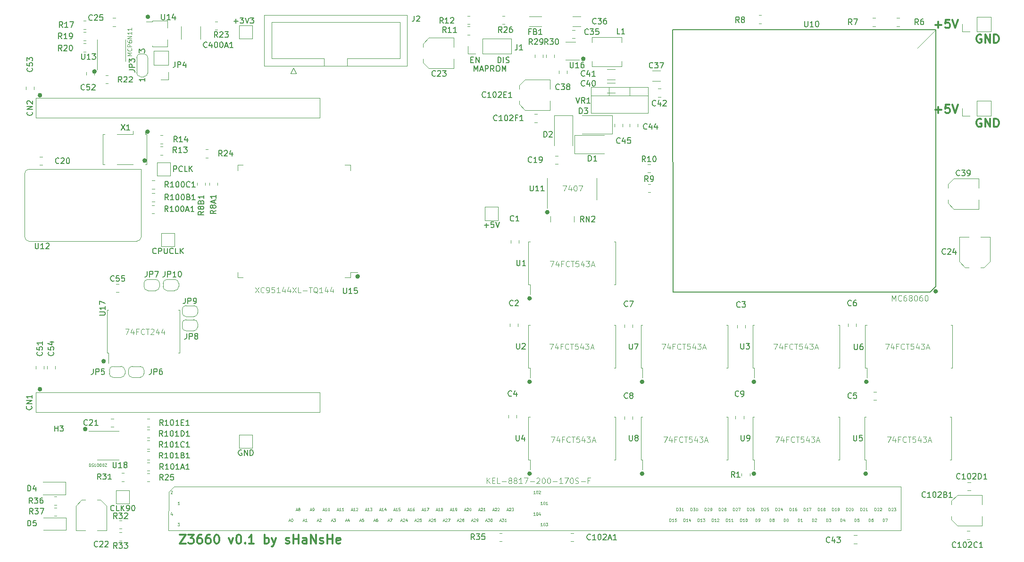
<source format=gbr>
G04 #@! TF.GenerationSoftware,KiCad,Pcbnew,(5.1.10-1-10_14)*
G04 #@! TF.CreationDate,2021-08-09T19:17:03+02:00*
G04 #@! TF.ProjectId,A3660_shanshe_mod2,41333636-305f-4736-9861-6e7368655f6d,rev?*
G04 #@! TF.SameCoordinates,Original*
G04 #@! TF.FileFunction,Legend,Top*
G04 #@! TF.FilePolarity,Positive*
%FSLAX46Y46*%
G04 Gerber Fmt 4.6, Leading zero omitted, Abs format (unit mm)*
G04 Created by KiCad (PCBNEW (5.1.10-1-10_14)) date 2021-08-09 19:17:03*
%MOMM*%
%LPD*%
G01*
G04 APERTURE LIST*
%ADD10C,0.300000*%
%ADD11C,0.100000*%
%ADD12C,0.120000*%
%ADD13C,0.400000*%
%ADD14C,0.150000*%
G04 APERTURE END LIST*
D10*
X250253642Y-47891000D02*
X250110785Y-47819571D01*
X249896500Y-47819571D01*
X249682214Y-47891000D01*
X249539357Y-48033857D01*
X249467928Y-48176714D01*
X249396500Y-48462428D01*
X249396500Y-48676714D01*
X249467928Y-48962428D01*
X249539357Y-49105285D01*
X249682214Y-49248142D01*
X249896500Y-49319571D01*
X250039357Y-49319571D01*
X250253642Y-49248142D01*
X250325071Y-49176714D01*
X250325071Y-48676714D01*
X250039357Y-48676714D01*
X250967928Y-49319571D02*
X250967928Y-47819571D01*
X251825071Y-49319571D01*
X251825071Y-47819571D01*
X252539357Y-49319571D02*
X252539357Y-47819571D01*
X252896500Y-47819571D01*
X253110785Y-47891000D01*
X253253642Y-48033857D01*
X253325071Y-48176714D01*
X253396500Y-48462428D01*
X253396500Y-48676714D01*
X253325071Y-48962428D01*
X253253642Y-49105285D01*
X253110785Y-49248142D01*
X252896500Y-49319571D01*
X252539357Y-49319571D01*
X250253642Y-32778000D02*
X250110785Y-32706571D01*
X249896500Y-32706571D01*
X249682214Y-32778000D01*
X249539357Y-32920857D01*
X249467928Y-33063714D01*
X249396500Y-33349428D01*
X249396500Y-33563714D01*
X249467928Y-33849428D01*
X249539357Y-33992285D01*
X249682214Y-34135142D01*
X249896500Y-34206571D01*
X250039357Y-34206571D01*
X250253642Y-34135142D01*
X250325071Y-34063714D01*
X250325071Y-33563714D01*
X250039357Y-33563714D01*
X250967928Y-34206571D02*
X250967928Y-32706571D01*
X251825071Y-34206571D01*
X251825071Y-32706571D01*
X252539357Y-34206571D02*
X252539357Y-32706571D01*
X252896500Y-32706571D01*
X253110785Y-32778000D01*
X253253642Y-32920857D01*
X253325071Y-33063714D01*
X253396500Y-33349428D01*
X253396500Y-33563714D01*
X253325071Y-33849428D01*
X253253642Y-33992285D01*
X253110785Y-34135142D01*
X252896500Y-34206571D01*
X252539357Y-34206571D01*
X241974928Y-46271642D02*
X243117785Y-46271642D01*
X242546357Y-46843071D02*
X242546357Y-45700214D01*
X244546357Y-45343071D02*
X243832071Y-45343071D01*
X243760642Y-46057357D01*
X243832071Y-45985928D01*
X243974928Y-45914500D01*
X244332071Y-45914500D01*
X244474928Y-45985928D01*
X244546357Y-46057357D01*
X244617785Y-46200214D01*
X244617785Y-46557357D01*
X244546357Y-46700214D01*
X244474928Y-46771642D01*
X244332071Y-46843071D01*
X243974928Y-46843071D01*
X243832071Y-46771642D01*
X243760642Y-46700214D01*
X245046357Y-45343071D02*
X245546357Y-46843071D01*
X246046357Y-45343071D01*
D11*
X170164166Y-119098190D02*
X169878452Y-119098190D01*
X170021309Y-119098190D02*
X170021309Y-118598190D01*
X169973690Y-118669619D01*
X169926071Y-118717238D01*
X169878452Y-118741047D01*
X170473690Y-118598190D02*
X170521309Y-118598190D01*
X170568928Y-118622000D01*
X170592738Y-118645809D01*
X170616547Y-118693428D01*
X170640357Y-118788666D01*
X170640357Y-118907714D01*
X170616547Y-119002952D01*
X170592738Y-119050571D01*
X170568928Y-119074380D01*
X170521309Y-119098190D01*
X170473690Y-119098190D01*
X170426071Y-119074380D01*
X170402261Y-119050571D01*
X170378452Y-119002952D01*
X170354642Y-118907714D01*
X170354642Y-118788666D01*
X170378452Y-118693428D01*
X170402261Y-118645809D01*
X170426071Y-118622000D01*
X170473690Y-118598190D01*
X171068928Y-118764857D02*
X171068928Y-119098190D01*
X170949880Y-118574380D02*
X170830833Y-118931523D01*
X171140357Y-118931523D01*
X171434166Y-117193190D02*
X171148452Y-117193190D01*
X171291309Y-117193190D02*
X171291309Y-116693190D01*
X171243690Y-116764619D01*
X171196071Y-116812238D01*
X171148452Y-116836047D01*
X171743690Y-116693190D02*
X171791309Y-116693190D01*
X171838928Y-116717000D01*
X171862738Y-116740809D01*
X171886547Y-116788428D01*
X171910357Y-116883666D01*
X171910357Y-117002714D01*
X171886547Y-117097952D01*
X171862738Y-117145571D01*
X171838928Y-117169380D01*
X171791309Y-117193190D01*
X171743690Y-117193190D01*
X171696071Y-117169380D01*
X171672261Y-117145571D01*
X171648452Y-117097952D01*
X171624642Y-117002714D01*
X171624642Y-116883666D01*
X171648452Y-116788428D01*
X171672261Y-116740809D01*
X171696071Y-116717000D01*
X171743690Y-116693190D01*
X172386547Y-117193190D02*
X172100833Y-117193190D01*
X172243690Y-117193190D02*
X172243690Y-116693190D01*
X172196071Y-116764619D01*
X172148452Y-116812238D01*
X172100833Y-116836047D01*
X171434166Y-121003190D02*
X171148452Y-121003190D01*
X171291309Y-121003190D02*
X171291309Y-120503190D01*
X171243690Y-120574619D01*
X171196071Y-120622238D01*
X171148452Y-120646047D01*
X171743690Y-120503190D02*
X171791309Y-120503190D01*
X171838928Y-120527000D01*
X171862738Y-120550809D01*
X171886547Y-120598428D01*
X171910357Y-120693666D01*
X171910357Y-120812714D01*
X171886547Y-120907952D01*
X171862738Y-120955571D01*
X171838928Y-120979380D01*
X171791309Y-121003190D01*
X171743690Y-121003190D01*
X171696071Y-120979380D01*
X171672261Y-120955571D01*
X171648452Y-120907952D01*
X171624642Y-120812714D01*
X171624642Y-120693666D01*
X171648452Y-120598428D01*
X171672261Y-120550809D01*
X171696071Y-120527000D01*
X171743690Y-120503190D01*
X172077023Y-120503190D02*
X172386547Y-120503190D01*
X172219880Y-120693666D01*
X172291309Y-120693666D01*
X172338928Y-120717476D01*
X172362738Y-120741285D01*
X172386547Y-120788904D01*
X172386547Y-120907952D01*
X172362738Y-120955571D01*
X172338928Y-120979380D01*
X172291309Y-121003190D01*
X172148452Y-121003190D01*
X172100833Y-120979380D01*
X172077023Y-120955571D01*
X170164166Y-115224690D02*
X169878452Y-115224690D01*
X170021309Y-115224690D02*
X170021309Y-114724690D01*
X169973690Y-114796119D01*
X169926071Y-114843738D01*
X169878452Y-114867547D01*
X170473690Y-114724690D02*
X170521309Y-114724690D01*
X170568928Y-114748500D01*
X170592738Y-114772309D01*
X170616547Y-114819928D01*
X170640357Y-114915166D01*
X170640357Y-115034214D01*
X170616547Y-115129452D01*
X170592738Y-115177071D01*
X170568928Y-115200880D01*
X170521309Y-115224690D01*
X170473690Y-115224690D01*
X170426071Y-115200880D01*
X170402261Y-115177071D01*
X170378452Y-115129452D01*
X170354642Y-115034214D01*
X170354642Y-114915166D01*
X170378452Y-114819928D01*
X170402261Y-114772309D01*
X170426071Y-114748500D01*
X170473690Y-114724690D01*
X170830833Y-114772309D02*
X170854642Y-114748500D01*
X170902261Y-114724690D01*
X171021309Y-114724690D01*
X171068928Y-114748500D01*
X171092738Y-114772309D01*
X171116547Y-114819928D01*
X171116547Y-114867547D01*
X171092738Y-114938976D01*
X170807023Y-115224690D01*
X171116547Y-115224690D01*
X104997238Y-118764857D02*
X104997238Y-119098190D01*
X104878190Y-118574380D02*
X104759142Y-118931523D01*
X105068666Y-118931523D01*
X106005333Y-120503190D02*
X106314857Y-120503190D01*
X106148190Y-120693666D01*
X106219619Y-120693666D01*
X106267238Y-120717476D01*
X106291047Y-120741285D01*
X106314857Y-120788904D01*
X106314857Y-120907952D01*
X106291047Y-120955571D01*
X106267238Y-120979380D01*
X106219619Y-121003190D01*
X106076761Y-121003190D01*
X106029142Y-120979380D01*
X106005333Y-120955571D01*
X104759142Y-114772309D02*
X104782952Y-114748500D01*
X104830571Y-114724690D01*
X104949619Y-114724690D01*
X104997238Y-114748500D01*
X105021047Y-114772309D01*
X105044857Y-114819928D01*
X105044857Y-114867547D01*
X105021047Y-114938976D01*
X104735333Y-115224690D01*
X105044857Y-115224690D01*
X106314857Y-117193190D02*
X106029142Y-117193190D01*
X106172000Y-117193190D02*
X106172000Y-116693190D01*
X106124380Y-116764619D01*
X106076761Y-116812238D01*
X106029142Y-116836047D01*
D12*
X105346500Y-113982500D02*
X104394000Y-114935000D01*
X235839000Y-113982500D02*
X105346500Y-113982500D01*
X235839000Y-121856500D02*
X235839000Y-113982500D01*
X104330500Y-121856500D02*
X235839000Y-121856500D01*
X104394000Y-114935000D02*
X104330500Y-121856500D01*
D11*
X223482857Y-118321190D02*
X223482857Y-117821190D01*
X223601904Y-117821190D01*
X223673333Y-117845000D01*
X223720952Y-117892619D01*
X223744761Y-117940238D01*
X223768571Y-118035476D01*
X223768571Y-118106904D01*
X223744761Y-118202142D01*
X223720952Y-118249761D01*
X223673333Y-118297380D01*
X223601904Y-118321190D01*
X223482857Y-118321190D01*
X224244761Y-118321190D02*
X223959047Y-118321190D01*
X224101904Y-118321190D02*
X224101904Y-117821190D01*
X224054285Y-117892619D01*
X224006666Y-117940238D01*
X223959047Y-117964047D01*
X224482857Y-118321190D02*
X224578095Y-118321190D01*
X224625714Y-118297380D01*
X224649523Y-118273571D01*
X224697142Y-118202142D01*
X224720952Y-118106904D01*
X224720952Y-117916428D01*
X224697142Y-117868809D01*
X224673333Y-117845000D01*
X224625714Y-117821190D01*
X224530476Y-117821190D01*
X224482857Y-117845000D01*
X224459047Y-117868809D01*
X224435238Y-117916428D01*
X224435238Y-118035476D01*
X224459047Y-118083095D01*
X224482857Y-118106904D01*
X224530476Y-118130714D01*
X224625714Y-118130714D01*
X224673333Y-118106904D01*
X224697142Y-118083095D01*
X224720952Y-118035476D01*
D12*
X131508500Y-44154500D02*
X80518000Y-44154500D01*
X131508500Y-47647000D02*
X131508500Y-44154500D01*
X80518000Y-47647000D02*
X131508500Y-47647000D01*
X80518000Y-44154500D02*
X80518000Y-47647000D01*
X131508500Y-97050000D02*
X80518000Y-97050000D01*
X131508500Y-100606000D02*
X131508500Y-97050000D01*
X80518000Y-100606000D02*
X131508500Y-100606000D01*
X80518000Y-97050000D02*
X80518000Y-100606000D01*
D10*
X106364309Y-122631309D02*
X107430976Y-122631309D01*
X106364309Y-124231309D01*
X107430976Y-124231309D01*
X107888119Y-122631309D02*
X108878595Y-122631309D01*
X108345261Y-123240833D01*
X108573833Y-123240833D01*
X108726214Y-123317023D01*
X108802404Y-123393214D01*
X108878595Y-123545595D01*
X108878595Y-123926547D01*
X108802404Y-124078928D01*
X108726214Y-124155119D01*
X108573833Y-124231309D01*
X108116690Y-124231309D01*
X107964309Y-124155119D01*
X107888119Y-124078928D01*
X110250023Y-122631309D02*
X109945261Y-122631309D01*
X109792880Y-122707500D01*
X109716690Y-122783690D01*
X109564309Y-123012261D01*
X109488119Y-123317023D01*
X109488119Y-123926547D01*
X109564309Y-124078928D01*
X109640500Y-124155119D01*
X109792880Y-124231309D01*
X110097642Y-124231309D01*
X110250023Y-124155119D01*
X110326214Y-124078928D01*
X110402404Y-123926547D01*
X110402404Y-123545595D01*
X110326214Y-123393214D01*
X110250023Y-123317023D01*
X110097642Y-123240833D01*
X109792880Y-123240833D01*
X109640500Y-123317023D01*
X109564309Y-123393214D01*
X109488119Y-123545595D01*
X111773833Y-122631309D02*
X111469071Y-122631309D01*
X111316690Y-122707500D01*
X111240500Y-122783690D01*
X111088119Y-123012261D01*
X111011928Y-123317023D01*
X111011928Y-123926547D01*
X111088119Y-124078928D01*
X111164309Y-124155119D01*
X111316690Y-124231309D01*
X111621452Y-124231309D01*
X111773833Y-124155119D01*
X111850023Y-124078928D01*
X111926214Y-123926547D01*
X111926214Y-123545595D01*
X111850023Y-123393214D01*
X111773833Y-123317023D01*
X111621452Y-123240833D01*
X111316690Y-123240833D01*
X111164309Y-123317023D01*
X111088119Y-123393214D01*
X111011928Y-123545595D01*
X112916690Y-122631309D02*
X113069071Y-122631309D01*
X113221452Y-122707500D01*
X113297642Y-122783690D01*
X113373833Y-122936071D01*
X113450023Y-123240833D01*
X113450023Y-123621785D01*
X113373833Y-123926547D01*
X113297642Y-124078928D01*
X113221452Y-124155119D01*
X113069071Y-124231309D01*
X112916690Y-124231309D01*
X112764309Y-124155119D01*
X112688119Y-124078928D01*
X112611928Y-123926547D01*
X112535738Y-123621785D01*
X112535738Y-123240833D01*
X112611928Y-122936071D01*
X112688119Y-122783690D01*
X112764309Y-122707500D01*
X112916690Y-122631309D01*
X115202404Y-123164642D02*
X115583357Y-124231309D01*
X115964309Y-123164642D01*
X116878595Y-122631309D02*
X117030976Y-122631309D01*
X117183357Y-122707500D01*
X117259547Y-122783690D01*
X117335738Y-122936071D01*
X117411928Y-123240833D01*
X117411928Y-123621785D01*
X117335738Y-123926547D01*
X117259547Y-124078928D01*
X117183357Y-124155119D01*
X117030976Y-124231309D01*
X116878595Y-124231309D01*
X116726214Y-124155119D01*
X116650023Y-124078928D01*
X116573833Y-123926547D01*
X116497642Y-123621785D01*
X116497642Y-123240833D01*
X116573833Y-122936071D01*
X116650023Y-122783690D01*
X116726214Y-122707500D01*
X116878595Y-122631309D01*
X118097642Y-124078928D02*
X118173833Y-124155119D01*
X118097642Y-124231309D01*
X118021452Y-124155119D01*
X118097642Y-124078928D01*
X118097642Y-124231309D01*
X119697642Y-124231309D02*
X118783357Y-124231309D01*
X119240500Y-124231309D02*
X119240500Y-122631309D01*
X119088119Y-122859880D01*
X118935738Y-123012261D01*
X118783357Y-123088452D01*
X121602404Y-124231309D02*
X121602404Y-122631309D01*
X121602404Y-123240833D02*
X121754785Y-123164642D01*
X122059547Y-123164642D01*
X122211928Y-123240833D01*
X122288119Y-123317023D01*
X122364309Y-123469404D01*
X122364309Y-123926547D01*
X122288119Y-124078928D01*
X122211928Y-124155119D01*
X122059547Y-124231309D01*
X121754785Y-124231309D01*
X121602404Y-124155119D01*
X122897642Y-123164642D02*
X123278595Y-124231309D01*
X123659547Y-123164642D02*
X123278595Y-124231309D01*
X123126214Y-124612261D01*
X123050023Y-124688452D01*
X122897642Y-124764642D01*
X125411928Y-124155119D02*
X125564309Y-124231309D01*
X125869071Y-124231309D01*
X126021452Y-124155119D01*
X126097642Y-124002738D01*
X126097642Y-123926547D01*
X126021452Y-123774166D01*
X125869071Y-123697976D01*
X125640500Y-123697976D01*
X125488119Y-123621785D01*
X125411928Y-123469404D01*
X125411928Y-123393214D01*
X125488119Y-123240833D01*
X125640500Y-123164642D01*
X125869071Y-123164642D01*
X126021452Y-123240833D01*
X126783357Y-124231309D02*
X126783357Y-122631309D01*
X126783357Y-123393214D02*
X127697642Y-123393214D01*
X127697642Y-124231309D02*
X127697642Y-122631309D01*
X129145261Y-124231309D02*
X129145261Y-123393214D01*
X129069071Y-123240833D01*
X128916690Y-123164642D01*
X128611928Y-123164642D01*
X128459547Y-123240833D01*
X129145261Y-124155119D02*
X128992880Y-124231309D01*
X128611928Y-124231309D01*
X128459547Y-124155119D01*
X128383357Y-124002738D01*
X128383357Y-123850357D01*
X128459547Y-123697976D01*
X128611928Y-123621785D01*
X128992880Y-123621785D01*
X129145261Y-123545595D01*
X129907166Y-124231309D02*
X129907166Y-122631309D01*
X130821452Y-124231309D01*
X130821452Y-122631309D01*
X131507166Y-124155119D02*
X131659547Y-124231309D01*
X131964309Y-124231309D01*
X132116690Y-124155119D01*
X132192880Y-124002738D01*
X132192880Y-123926547D01*
X132116690Y-123774166D01*
X131964309Y-123697976D01*
X131735738Y-123697976D01*
X131583357Y-123621785D01*
X131507166Y-123469404D01*
X131507166Y-123393214D01*
X131583357Y-123240833D01*
X131735738Y-123164642D01*
X131964309Y-123164642D01*
X132116690Y-123240833D01*
X132878595Y-124231309D02*
X132878595Y-122631309D01*
X132878595Y-123393214D02*
X133792880Y-123393214D01*
X133792880Y-124231309D02*
X133792880Y-122631309D01*
X135164309Y-124155119D02*
X135011928Y-124231309D01*
X134707166Y-124231309D01*
X134554785Y-124155119D01*
X134478595Y-124002738D01*
X134478595Y-123393214D01*
X134554785Y-123240833D01*
X134707166Y-123164642D01*
X135011928Y-123164642D01*
X135164309Y-123240833D01*
X135240500Y-123393214D01*
X135240500Y-123545595D01*
X134478595Y-123697976D01*
D13*
X179016000Y-37084000D02*
G75*
G03*
X179016000Y-37084000I-200000J0D01*
G01*
X81480000Y-43624500D02*
G75*
G03*
X81480000Y-43624500I-200000J0D01*
G01*
X81480000Y-96456500D02*
G75*
G03*
X81480000Y-96456500I-200000J0D01*
G01*
X91259000Y-39370000D02*
G75*
G03*
X91259000Y-39370000I-200000J0D01*
G01*
X242262000Y-78867000D02*
G75*
G03*
X242262000Y-78867000I-200000J0D01*
G01*
X100847500Y-29527500D02*
G75*
G03*
X100847500Y-29527500I-200000J0D01*
G01*
X138503000Y-76200000D02*
G75*
G03*
X138503000Y-76200000I-200000J0D01*
G01*
X100784000Y-50187000D02*
G75*
G03*
X100784000Y-50187000I-200000J0D01*
G01*
X100276000Y-55372000D02*
G75*
G03*
X100276000Y-55372000I-200000J0D01*
G01*
X89608000Y-103632000D02*
G75*
G03*
X89608000Y-103632000I-200000J0D01*
G01*
X92910000Y-91440000D02*
G75*
G03*
X92910000Y-91440000I-200000J0D01*
G01*
X172539000Y-64643000D02*
G75*
G03*
X172539000Y-64643000I-200000J0D01*
G01*
X229816000Y-95123000D02*
G75*
G03*
X229816000Y-95123000I-200000J0D01*
G01*
X209623000Y-95123000D02*
G75*
G03*
X209623000Y-95123000I-200000J0D01*
G01*
X189557000Y-95123000D02*
G75*
G03*
X189557000Y-95123000I-200000J0D01*
G01*
X169364000Y-80137000D02*
G75*
G03*
X169364000Y-80137000I-200000J0D01*
G01*
X169364000Y-95123000D02*
G75*
G03*
X169364000Y-95123000I-200000J0D01*
G01*
X169364000Y-111633000D02*
G75*
G03*
X169364000Y-111633000I-200000J0D01*
G01*
X189557000Y-111633000D02*
G75*
G03*
X189557000Y-111633000I-200000J0D01*
G01*
X209623000Y-111633000D02*
G75*
G03*
X209623000Y-111633000I-200000J0D01*
G01*
X229689000Y-111633000D02*
G75*
G03*
X229689000Y-111633000I-200000J0D01*
G01*
D11*
X210782857Y-118321190D02*
X210782857Y-117821190D01*
X210901904Y-117821190D01*
X210973333Y-117845000D01*
X211020952Y-117892619D01*
X211044761Y-117940238D01*
X211068571Y-118035476D01*
X211068571Y-118106904D01*
X211044761Y-118202142D01*
X211020952Y-118249761D01*
X210973333Y-118297380D01*
X210901904Y-118321190D01*
X210782857Y-118321190D01*
X211259047Y-117868809D02*
X211282857Y-117845000D01*
X211330476Y-117821190D01*
X211449523Y-117821190D01*
X211497142Y-117845000D01*
X211520952Y-117868809D01*
X211544761Y-117916428D01*
X211544761Y-117964047D01*
X211520952Y-118035476D01*
X211235238Y-118321190D01*
X211544761Y-118321190D01*
X211997142Y-117821190D02*
X211759047Y-117821190D01*
X211735238Y-118059285D01*
X211759047Y-118035476D01*
X211806666Y-118011666D01*
X211925714Y-118011666D01*
X211973333Y-118035476D01*
X211997142Y-118059285D01*
X212020952Y-118106904D01*
X212020952Y-118225952D01*
X211997142Y-118273571D01*
X211973333Y-118297380D01*
X211925714Y-118321190D01*
X211806666Y-118321190D01*
X211759047Y-118297380D01*
X211735238Y-118273571D01*
X218402857Y-118321190D02*
X218402857Y-117821190D01*
X218521904Y-117821190D01*
X218593333Y-117845000D01*
X218640952Y-117892619D01*
X218664761Y-117940238D01*
X218688571Y-118035476D01*
X218688571Y-118106904D01*
X218664761Y-118202142D01*
X218640952Y-118249761D01*
X218593333Y-118297380D01*
X218521904Y-118321190D01*
X218402857Y-118321190D01*
X219164761Y-118321190D02*
X218879047Y-118321190D01*
X219021904Y-118321190D02*
X219021904Y-117821190D01*
X218974285Y-117892619D01*
X218926666Y-117940238D01*
X218879047Y-117964047D01*
X219331428Y-117821190D02*
X219664761Y-117821190D01*
X219450476Y-118321190D01*
X231102857Y-118321190D02*
X231102857Y-117821190D01*
X231221904Y-117821190D01*
X231293333Y-117845000D01*
X231340952Y-117892619D01*
X231364761Y-117940238D01*
X231388571Y-118035476D01*
X231388571Y-118106904D01*
X231364761Y-118202142D01*
X231340952Y-118249761D01*
X231293333Y-118297380D01*
X231221904Y-118321190D01*
X231102857Y-118321190D01*
X231579047Y-117868809D02*
X231602857Y-117845000D01*
X231650476Y-117821190D01*
X231769523Y-117821190D01*
X231817142Y-117845000D01*
X231840952Y-117868809D01*
X231864761Y-117916428D01*
X231864761Y-117964047D01*
X231840952Y-118035476D01*
X231555238Y-118321190D01*
X231864761Y-118321190D01*
X232055238Y-117868809D02*
X232079047Y-117845000D01*
X232126666Y-117821190D01*
X232245714Y-117821190D01*
X232293333Y-117845000D01*
X232317142Y-117868809D01*
X232340952Y-117916428D01*
X232340952Y-117964047D01*
X232317142Y-118035476D01*
X232031428Y-118321190D01*
X232340952Y-118321190D01*
X215862857Y-118321190D02*
X215862857Y-117821190D01*
X215981904Y-117821190D01*
X216053333Y-117845000D01*
X216100952Y-117892619D01*
X216124761Y-117940238D01*
X216148571Y-118035476D01*
X216148571Y-118106904D01*
X216124761Y-118202142D01*
X216100952Y-118249761D01*
X216053333Y-118297380D01*
X215981904Y-118321190D01*
X215862857Y-118321190D01*
X216624761Y-118321190D02*
X216339047Y-118321190D01*
X216481904Y-118321190D02*
X216481904Y-117821190D01*
X216434285Y-117892619D01*
X216386666Y-117940238D01*
X216339047Y-117964047D01*
X217053333Y-117821190D02*
X216958095Y-117821190D01*
X216910476Y-117845000D01*
X216886666Y-117868809D01*
X216839047Y-117940238D01*
X216815238Y-118035476D01*
X216815238Y-118225952D01*
X216839047Y-118273571D01*
X216862857Y-118297380D01*
X216910476Y-118321190D01*
X217005714Y-118321190D01*
X217053333Y-118297380D01*
X217077142Y-118273571D01*
X217100952Y-118225952D01*
X217100952Y-118106904D01*
X217077142Y-118059285D01*
X217053333Y-118035476D01*
X217005714Y-118011666D01*
X216910476Y-118011666D01*
X216862857Y-118035476D01*
X216839047Y-118059285D01*
X216815238Y-118106904D01*
X200622857Y-118321190D02*
X200622857Y-117821190D01*
X200741904Y-117821190D01*
X200813333Y-117845000D01*
X200860952Y-117892619D01*
X200884761Y-117940238D01*
X200908571Y-118035476D01*
X200908571Y-118106904D01*
X200884761Y-118202142D01*
X200860952Y-118249761D01*
X200813333Y-118297380D01*
X200741904Y-118321190D01*
X200622857Y-118321190D01*
X201099047Y-117868809D02*
X201122857Y-117845000D01*
X201170476Y-117821190D01*
X201289523Y-117821190D01*
X201337142Y-117845000D01*
X201360952Y-117868809D01*
X201384761Y-117916428D01*
X201384761Y-117964047D01*
X201360952Y-118035476D01*
X201075238Y-118321190D01*
X201384761Y-118321190D01*
X201622857Y-118321190D02*
X201718095Y-118321190D01*
X201765714Y-118297380D01*
X201789523Y-118273571D01*
X201837142Y-118202142D01*
X201860952Y-118106904D01*
X201860952Y-117916428D01*
X201837142Y-117868809D01*
X201813333Y-117845000D01*
X201765714Y-117821190D01*
X201670476Y-117821190D01*
X201622857Y-117845000D01*
X201599047Y-117868809D01*
X201575238Y-117916428D01*
X201575238Y-118035476D01*
X201599047Y-118083095D01*
X201622857Y-118106904D01*
X201670476Y-118130714D01*
X201765714Y-118130714D01*
X201813333Y-118106904D01*
X201837142Y-118083095D01*
X201860952Y-118035476D01*
X203162857Y-118321190D02*
X203162857Y-117821190D01*
X203281904Y-117821190D01*
X203353333Y-117845000D01*
X203400952Y-117892619D01*
X203424761Y-117940238D01*
X203448571Y-118035476D01*
X203448571Y-118106904D01*
X203424761Y-118202142D01*
X203400952Y-118249761D01*
X203353333Y-118297380D01*
X203281904Y-118321190D01*
X203162857Y-118321190D01*
X203639047Y-117868809D02*
X203662857Y-117845000D01*
X203710476Y-117821190D01*
X203829523Y-117821190D01*
X203877142Y-117845000D01*
X203900952Y-117868809D01*
X203924761Y-117916428D01*
X203924761Y-117964047D01*
X203900952Y-118035476D01*
X203615238Y-118321190D01*
X203924761Y-118321190D01*
X204210476Y-118035476D02*
X204162857Y-118011666D01*
X204139047Y-117987857D01*
X204115238Y-117940238D01*
X204115238Y-117916428D01*
X204139047Y-117868809D01*
X204162857Y-117845000D01*
X204210476Y-117821190D01*
X204305714Y-117821190D01*
X204353333Y-117845000D01*
X204377142Y-117868809D01*
X204400952Y-117916428D01*
X204400952Y-117940238D01*
X204377142Y-117987857D01*
X204353333Y-118011666D01*
X204305714Y-118035476D01*
X204210476Y-118035476D01*
X204162857Y-118059285D01*
X204139047Y-118083095D01*
X204115238Y-118130714D01*
X204115238Y-118225952D01*
X204139047Y-118273571D01*
X204162857Y-118297380D01*
X204210476Y-118321190D01*
X204305714Y-118321190D01*
X204353333Y-118297380D01*
X204377142Y-118273571D01*
X204400952Y-118225952D01*
X204400952Y-118130714D01*
X204377142Y-118083095D01*
X204353333Y-118059285D01*
X204305714Y-118035476D01*
X205702857Y-118321190D02*
X205702857Y-117821190D01*
X205821904Y-117821190D01*
X205893333Y-117845000D01*
X205940952Y-117892619D01*
X205964761Y-117940238D01*
X205988571Y-118035476D01*
X205988571Y-118106904D01*
X205964761Y-118202142D01*
X205940952Y-118249761D01*
X205893333Y-118297380D01*
X205821904Y-118321190D01*
X205702857Y-118321190D01*
X206179047Y-117868809D02*
X206202857Y-117845000D01*
X206250476Y-117821190D01*
X206369523Y-117821190D01*
X206417142Y-117845000D01*
X206440952Y-117868809D01*
X206464761Y-117916428D01*
X206464761Y-117964047D01*
X206440952Y-118035476D01*
X206155238Y-118321190D01*
X206464761Y-118321190D01*
X206631428Y-117821190D02*
X206964761Y-117821190D01*
X206750476Y-118321190D01*
X195542857Y-118321190D02*
X195542857Y-117821190D01*
X195661904Y-117821190D01*
X195733333Y-117845000D01*
X195780952Y-117892619D01*
X195804761Y-117940238D01*
X195828571Y-118035476D01*
X195828571Y-118106904D01*
X195804761Y-118202142D01*
X195780952Y-118249761D01*
X195733333Y-118297380D01*
X195661904Y-118321190D01*
X195542857Y-118321190D01*
X195995238Y-117821190D02*
X196304761Y-117821190D01*
X196138095Y-118011666D01*
X196209523Y-118011666D01*
X196257142Y-118035476D01*
X196280952Y-118059285D01*
X196304761Y-118106904D01*
X196304761Y-118225952D01*
X196280952Y-118273571D01*
X196257142Y-118297380D01*
X196209523Y-118321190D01*
X196066666Y-118321190D01*
X196019047Y-118297380D01*
X195995238Y-118273571D01*
X196780952Y-118321190D02*
X196495238Y-118321190D01*
X196638095Y-118321190D02*
X196638095Y-117821190D01*
X196590476Y-117892619D01*
X196542857Y-117940238D01*
X196495238Y-117964047D01*
X226022857Y-118321190D02*
X226022857Y-117821190D01*
X226141904Y-117821190D01*
X226213333Y-117845000D01*
X226260952Y-117892619D01*
X226284761Y-117940238D01*
X226308571Y-118035476D01*
X226308571Y-118106904D01*
X226284761Y-118202142D01*
X226260952Y-118249761D01*
X226213333Y-118297380D01*
X226141904Y-118321190D01*
X226022857Y-118321190D01*
X226499047Y-117868809D02*
X226522857Y-117845000D01*
X226570476Y-117821190D01*
X226689523Y-117821190D01*
X226737142Y-117845000D01*
X226760952Y-117868809D01*
X226784761Y-117916428D01*
X226784761Y-117964047D01*
X226760952Y-118035476D01*
X226475238Y-118321190D01*
X226784761Y-118321190D01*
X227094285Y-117821190D02*
X227141904Y-117821190D01*
X227189523Y-117845000D01*
X227213333Y-117868809D01*
X227237142Y-117916428D01*
X227260952Y-118011666D01*
X227260952Y-118130714D01*
X227237142Y-118225952D01*
X227213333Y-118273571D01*
X227189523Y-118297380D01*
X227141904Y-118321190D01*
X227094285Y-118321190D01*
X227046666Y-118297380D01*
X227022857Y-118273571D01*
X226999047Y-118225952D01*
X226975238Y-118130714D01*
X226975238Y-118011666D01*
X226999047Y-117916428D01*
X227022857Y-117868809D01*
X227046666Y-117845000D01*
X227094285Y-117821190D01*
X228562857Y-118321190D02*
X228562857Y-117821190D01*
X228681904Y-117821190D01*
X228753333Y-117845000D01*
X228800952Y-117892619D01*
X228824761Y-117940238D01*
X228848571Y-118035476D01*
X228848571Y-118106904D01*
X228824761Y-118202142D01*
X228800952Y-118249761D01*
X228753333Y-118297380D01*
X228681904Y-118321190D01*
X228562857Y-118321190D01*
X229039047Y-117868809D02*
X229062857Y-117845000D01*
X229110476Y-117821190D01*
X229229523Y-117821190D01*
X229277142Y-117845000D01*
X229300952Y-117868809D01*
X229324761Y-117916428D01*
X229324761Y-117964047D01*
X229300952Y-118035476D01*
X229015238Y-118321190D01*
X229324761Y-118321190D01*
X229800952Y-118321190D02*
X229515238Y-118321190D01*
X229658095Y-118321190D02*
X229658095Y-117821190D01*
X229610476Y-117892619D01*
X229562857Y-117940238D01*
X229515238Y-117964047D01*
X213322857Y-118321190D02*
X213322857Y-117821190D01*
X213441904Y-117821190D01*
X213513333Y-117845000D01*
X213560952Y-117892619D01*
X213584761Y-117940238D01*
X213608571Y-118035476D01*
X213608571Y-118106904D01*
X213584761Y-118202142D01*
X213560952Y-118249761D01*
X213513333Y-118297380D01*
X213441904Y-118321190D01*
X213322857Y-118321190D01*
X213799047Y-117868809D02*
X213822857Y-117845000D01*
X213870476Y-117821190D01*
X213989523Y-117821190D01*
X214037142Y-117845000D01*
X214060952Y-117868809D01*
X214084761Y-117916428D01*
X214084761Y-117964047D01*
X214060952Y-118035476D01*
X213775238Y-118321190D01*
X214084761Y-118321190D01*
X214513333Y-117987857D02*
X214513333Y-118321190D01*
X214394285Y-117797380D02*
X214275238Y-118154523D01*
X214584761Y-118154523D01*
X220942857Y-118321190D02*
X220942857Y-117821190D01*
X221061904Y-117821190D01*
X221133333Y-117845000D01*
X221180952Y-117892619D01*
X221204761Y-117940238D01*
X221228571Y-118035476D01*
X221228571Y-118106904D01*
X221204761Y-118202142D01*
X221180952Y-118249761D01*
X221133333Y-118297380D01*
X221061904Y-118321190D01*
X220942857Y-118321190D01*
X221704761Y-118321190D02*
X221419047Y-118321190D01*
X221561904Y-118321190D02*
X221561904Y-117821190D01*
X221514285Y-117892619D01*
X221466666Y-117940238D01*
X221419047Y-117964047D01*
X221990476Y-118035476D02*
X221942857Y-118011666D01*
X221919047Y-117987857D01*
X221895238Y-117940238D01*
X221895238Y-117916428D01*
X221919047Y-117868809D01*
X221942857Y-117845000D01*
X221990476Y-117821190D01*
X222085714Y-117821190D01*
X222133333Y-117845000D01*
X222157142Y-117868809D01*
X222180952Y-117916428D01*
X222180952Y-117940238D01*
X222157142Y-117987857D01*
X222133333Y-118011666D01*
X222085714Y-118035476D01*
X221990476Y-118035476D01*
X221942857Y-118059285D01*
X221919047Y-118083095D01*
X221895238Y-118130714D01*
X221895238Y-118225952D01*
X221919047Y-118273571D01*
X221942857Y-118297380D01*
X221990476Y-118321190D01*
X222085714Y-118321190D01*
X222133333Y-118297380D01*
X222157142Y-118273571D01*
X222180952Y-118225952D01*
X222180952Y-118130714D01*
X222157142Y-118083095D01*
X222133333Y-118059285D01*
X222085714Y-118035476D01*
X198082857Y-118321190D02*
X198082857Y-117821190D01*
X198201904Y-117821190D01*
X198273333Y-117845000D01*
X198320952Y-117892619D01*
X198344761Y-117940238D01*
X198368571Y-118035476D01*
X198368571Y-118106904D01*
X198344761Y-118202142D01*
X198320952Y-118249761D01*
X198273333Y-118297380D01*
X198201904Y-118321190D01*
X198082857Y-118321190D01*
X198535238Y-117821190D02*
X198844761Y-117821190D01*
X198678095Y-118011666D01*
X198749523Y-118011666D01*
X198797142Y-118035476D01*
X198820952Y-118059285D01*
X198844761Y-118106904D01*
X198844761Y-118225952D01*
X198820952Y-118273571D01*
X198797142Y-118297380D01*
X198749523Y-118321190D01*
X198606666Y-118321190D01*
X198559047Y-118297380D01*
X198535238Y-118273571D01*
X199154285Y-117821190D02*
X199201904Y-117821190D01*
X199249523Y-117845000D01*
X199273333Y-117868809D01*
X199297142Y-117916428D01*
X199320952Y-118011666D01*
X199320952Y-118130714D01*
X199297142Y-118225952D01*
X199273333Y-118273571D01*
X199249523Y-118297380D01*
X199201904Y-118321190D01*
X199154285Y-118321190D01*
X199106666Y-118297380D01*
X199082857Y-118273571D01*
X199059047Y-118225952D01*
X199035238Y-118130714D01*
X199035238Y-118011666D01*
X199059047Y-117916428D01*
X199082857Y-117868809D01*
X199106666Y-117845000D01*
X199154285Y-117821190D01*
X208242857Y-118321190D02*
X208242857Y-117821190D01*
X208361904Y-117821190D01*
X208433333Y-117845000D01*
X208480952Y-117892619D01*
X208504761Y-117940238D01*
X208528571Y-118035476D01*
X208528571Y-118106904D01*
X208504761Y-118202142D01*
X208480952Y-118249761D01*
X208433333Y-118297380D01*
X208361904Y-118321190D01*
X208242857Y-118321190D01*
X208719047Y-117868809D02*
X208742857Y-117845000D01*
X208790476Y-117821190D01*
X208909523Y-117821190D01*
X208957142Y-117845000D01*
X208980952Y-117868809D01*
X209004761Y-117916428D01*
X209004761Y-117964047D01*
X208980952Y-118035476D01*
X208695238Y-118321190D01*
X209004761Y-118321190D01*
X209433333Y-117821190D02*
X209338095Y-117821190D01*
X209290476Y-117845000D01*
X209266666Y-117868809D01*
X209219047Y-117940238D01*
X209195238Y-118035476D01*
X209195238Y-118225952D01*
X209219047Y-118273571D01*
X209242857Y-118297380D01*
X209290476Y-118321190D01*
X209385714Y-118321190D01*
X209433333Y-118297380D01*
X209457142Y-118273571D01*
X209480952Y-118225952D01*
X209480952Y-118106904D01*
X209457142Y-118059285D01*
X209433333Y-118035476D01*
X209385714Y-118011666D01*
X209290476Y-118011666D01*
X209242857Y-118035476D01*
X209219047Y-118059285D01*
X209195238Y-118106904D01*
X233642857Y-118321190D02*
X233642857Y-117821190D01*
X233761904Y-117821190D01*
X233833333Y-117845000D01*
X233880952Y-117892619D01*
X233904761Y-117940238D01*
X233928571Y-118035476D01*
X233928571Y-118106904D01*
X233904761Y-118202142D01*
X233880952Y-118249761D01*
X233833333Y-118297380D01*
X233761904Y-118321190D01*
X233642857Y-118321190D01*
X234119047Y-117868809D02*
X234142857Y-117845000D01*
X234190476Y-117821190D01*
X234309523Y-117821190D01*
X234357142Y-117845000D01*
X234380952Y-117868809D01*
X234404761Y-117916428D01*
X234404761Y-117964047D01*
X234380952Y-118035476D01*
X234095238Y-118321190D01*
X234404761Y-118321190D01*
X234571428Y-117821190D02*
X234880952Y-117821190D01*
X234714285Y-118011666D01*
X234785714Y-118011666D01*
X234833333Y-118035476D01*
X234857142Y-118059285D01*
X234880952Y-118106904D01*
X234880952Y-118225952D01*
X234857142Y-118273571D01*
X234833333Y-118297380D01*
X234785714Y-118321190D01*
X234642857Y-118321190D01*
X234595238Y-118297380D01*
X234571428Y-118273571D01*
X209750952Y-120226190D02*
X209750952Y-119726190D01*
X209870000Y-119726190D01*
X209941428Y-119750000D01*
X209989047Y-119797619D01*
X210012857Y-119845238D01*
X210036666Y-119940476D01*
X210036666Y-120011904D01*
X210012857Y-120107142D01*
X209989047Y-120154761D01*
X209941428Y-120202380D01*
X209870000Y-120226190D01*
X209750952Y-120226190D01*
X210274761Y-120226190D02*
X210370000Y-120226190D01*
X210417619Y-120202380D01*
X210441428Y-120178571D01*
X210489047Y-120107142D01*
X210512857Y-120011904D01*
X210512857Y-119821428D01*
X210489047Y-119773809D01*
X210465238Y-119750000D01*
X210417619Y-119726190D01*
X210322380Y-119726190D01*
X210274761Y-119750000D01*
X210250952Y-119773809D01*
X210227142Y-119821428D01*
X210227142Y-119940476D01*
X210250952Y-119988095D01*
X210274761Y-120011904D01*
X210322380Y-120035714D01*
X210417619Y-120035714D01*
X210465238Y-120011904D01*
X210489047Y-119988095D01*
X210512857Y-119940476D01*
X217370952Y-120226190D02*
X217370952Y-119726190D01*
X217490000Y-119726190D01*
X217561428Y-119750000D01*
X217609047Y-119797619D01*
X217632857Y-119845238D01*
X217656666Y-119940476D01*
X217656666Y-120011904D01*
X217632857Y-120107142D01*
X217609047Y-120154761D01*
X217561428Y-120202380D01*
X217490000Y-120226190D01*
X217370952Y-120226190D01*
X218132857Y-120226190D02*
X217847142Y-120226190D01*
X217990000Y-120226190D02*
X217990000Y-119726190D01*
X217942380Y-119797619D01*
X217894761Y-119845238D01*
X217847142Y-119869047D01*
X230070952Y-120226190D02*
X230070952Y-119726190D01*
X230190000Y-119726190D01*
X230261428Y-119750000D01*
X230309047Y-119797619D01*
X230332857Y-119845238D01*
X230356666Y-119940476D01*
X230356666Y-120011904D01*
X230332857Y-120107142D01*
X230309047Y-120154761D01*
X230261428Y-120202380D01*
X230190000Y-120226190D01*
X230070952Y-120226190D01*
X230785238Y-119726190D02*
X230690000Y-119726190D01*
X230642380Y-119750000D01*
X230618571Y-119773809D01*
X230570952Y-119845238D01*
X230547142Y-119940476D01*
X230547142Y-120130952D01*
X230570952Y-120178571D01*
X230594761Y-120202380D01*
X230642380Y-120226190D01*
X230737619Y-120226190D01*
X230785238Y-120202380D01*
X230809047Y-120178571D01*
X230832857Y-120130952D01*
X230832857Y-120011904D01*
X230809047Y-119964285D01*
X230785238Y-119940476D01*
X230737619Y-119916666D01*
X230642380Y-119916666D01*
X230594761Y-119940476D01*
X230570952Y-119964285D01*
X230547142Y-120011904D01*
X214830952Y-120226190D02*
X214830952Y-119726190D01*
X214950000Y-119726190D01*
X215021428Y-119750000D01*
X215069047Y-119797619D01*
X215092857Y-119845238D01*
X215116666Y-119940476D01*
X215116666Y-120011904D01*
X215092857Y-120107142D01*
X215069047Y-120154761D01*
X215021428Y-120202380D01*
X214950000Y-120226190D01*
X214830952Y-120226190D01*
X215426190Y-119726190D02*
X215473809Y-119726190D01*
X215521428Y-119750000D01*
X215545238Y-119773809D01*
X215569047Y-119821428D01*
X215592857Y-119916666D01*
X215592857Y-120035714D01*
X215569047Y-120130952D01*
X215545238Y-120178571D01*
X215521428Y-120202380D01*
X215473809Y-120226190D01*
X215426190Y-120226190D01*
X215378571Y-120202380D01*
X215354761Y-120178571D01*
X215330952Y-120130952D01*
X215307142Y-120035714D01*
X215307142Y-119916666D01*
X215330952Y-119821428D01*
X215354761Y-119773809D01*
X215378571Y-119750000D01*
X215426190Y-119726190D01*
X199352857Y-120226190D02*
X199352857Y-119726190D01*
X199471904Y-119726190D01*
X199543333Y-119750000D01*
X199590952Y-119797619D01*
X199614761Y-119845238D01*
X199638571Y-119940476D01*
X199638571Y-120011904D01*
X199614761Y-120107142D01*
X199590952Y-120154761D01*
X199543333Y-120202380D01*
X199471904Y-120226190D01*
X199352857Y-120226190D01*
X200114761Y-120226190D02*
X199829047Y-120226190D01*
X199971904Y-120226190D02*
X199971904Y-119726190D01*
X199924285Y-119797619D01*
X199876666Y-119845238D01*
X199829047Y-119869047D01*
X200281428Y-119726190D02*
X200590952Y-119726190D01*
X200424285Y-119916666D01*
X200495714Y-119916666D01*
X200543333Y-119940476D01*
X200567142Y-119964285D01*
X200590952Y-120011904D01*
X200590952Y-120130952D01*
X200567142Y-120178571D01*
X200543333Y-120202380D01*
X200495714Y-120226190D01*
X200352857Y-120226190D01*
X200305238Y-120202380D01*
X200281428Y-120178571D01*
X201892857Y-120226190D02*
X201892857Y-119726190D01*
X202011904Y-119726190D01*
X202083333Y-119750000D01*
X202130952Y-119797619D01*
X202154761Y-119845238D01*
X202178571Y-119940476D01*
X202178571Y-120011904D01*
X202154761Y-120107142D01*
X202130952Y-120154761D01*
X202083333Y-120202380D01*
X202011904Y-120226190D01*
X201892857Y-120226190D01*
X202654761Y-120226190D02*
X202369047Y-120226190D01*
X202511904Y-120226190D02*
X202511904Y-119726190D01*
X202464285Y-119797619D01*
X202416666Y-119845238D01*
X202369047Y-119869047D01*
X202845238Y-119773809D02*
X202869047Y-119750000D01*
X202916666Y-119726190D01*
X203035714Y-119726190D01*
X203083333Y-119750000D01*
X203107142Y-119773809D01*
X203130952Y-119821428D01*
X203130952Y-119869047D01*
X203107142Y-119940476D01*
X202821428Y-120226190D01*
X203130952Y-120226190D01*
X204432857Y-120226190D02*
X204432857Y-119726190D01*
X204551904Y-119726190D01*
X204623333Y-119750000D01*
X204670952Y-119797619D01*
X204694761Y-119845238D01*
X204718571Y-119940476D01*
X204718571Y-120011904D01*
X204694761Y-120107142D01*
X204670952Y-120154761D01*
X204623333Y-120202380D01*
X204551904Y-120226190D01*
X204432857Y-120226190D01*
X205194761Y-120226190D02*
X204909047Y-120226190D01*
X205051904Y-120226190D02*
X205051904Y-119726190D01*
X205004285Y-119797619D01*
X204956666Y-119845238D01*
X204909047Y-119869047D01*
X205670952Y-120226190D02*
X205385238Y-120226190D01*
X205528095Y-120226190D02*
X205528095Y-119726190D01*
X205480476Y-119797619D01*
X205432857Y-119845238D01*
X205385238Y-119869047D01*
X194272857Y-120226190D02*
X194272857Y-119726190D01*
X194391904Y-119726190D01*
X194463333Y-119750000D01*
X194510952Y-119797619D01*
X194534761Y-119845238D01*
X194558571Y-119940476D01*
X194558571Y-120011904D01*
X194534761Y-120107142D01*
X194510952Y-120154761D01*
X194463333Y-120202380D01*
X194391904Y-120226190D01*
X194272857Y-120226190D01*
X195034761Y-120226190D02*
X194749047Y-120226190D01*
X194891904Y-120226190D02*
X194891904Y-119726190D01*
X194844285Y-119797619D01*
X194796666Y-119845238D01*
X194749047Y-119869047D01*
X195487142Y-119726190D02*
X195249047Y-119726190D01*
X195225238Y-119964285D01*
X195249047Y-119940476D01*
X195296666Y-119916666D01*
X195415714Y-119916666D01*
X195463333Y-119940476D01*
X195487142Y-119964285D01*
X195510952Y-120011904D01*
X195510952Y-120130952D01*
X195487142Y-120178571D01*
X195463333Y-120202380D01*
X195415714Y-120226190D01*
X195296666Y-120226190D01*
X195249047Y-120202380D01*
X195225238Y-120178571D01*
X224990952Y-120226190D02*
X224990952Y-119726190D01*
X225110000Y-119726190D01*
X225181428Y-119750000D01*
X225229047Y-119797619D01*
X225252857Y-119845238D01*
X225276666Y-119940476D01*
X225276666Y-120011904D01*
X225252857Y-120107142D01*
X225229047Y-120154761D01*
X225181428Y-120202380D01*
X225110000Y-120226190D01*
X224990952Y-120226190D01*
X225705238Y-119892857D02*
X225705238Y-120226190D01*
X225586190Y-119702380D02*
X225467142Y-120059523D01*
X225776666Y-120059523D01*
X222450952Y-120226190D02*
X222450952Y-119726190D01*
X222570000Y-119726190D01*
X222641428Y-119750000D01*
X222689047Y-119797619D01*
X222712857Y-119845238D01*
X222736666Y-119940476D01*
X222736666Y-120011904D01*
X222712857Y-120107142D01*
X222689047Y-120154761D01*
X222641428Y-120202380D01*
X222570000Y-120226190D01*
X222450952Y-120226190D01*
X222903333Y-119726190D02*
X223212857Y-119726190D01*
X223046190Y-119916666D01*
X223117619Y-119916666D01*
X223165238Y-119940476D01*
X223189047Y-119964285D01*
X223212857Y-120011904D01*
X223212857Y-120130952D01*
X223189047Y-120178571D01*
X223165238Y-120202380D01*
X223117619Y-120226190D01*
X222974761Y-120226190D01*
X222927142Y-120202380D01*
X222903333Y-120178571D01*
X227530952Y-120226190D02*
X227530952Y-119726190D01*
X227650000Y-119726190D01*
X227721428Y-119750000D01*
X227769047Y-119797619D01*
X227792857Y-119845238D01*
X227816666Y-119940476D01*
X227816666Y-120011904D01*
X227792857Y-120107142D01*
X227769047Y-120154761D01*
X227721428Y-120202380D01*
X227650000Y-120226190D01*
X227530952Y-120226190D01*
X228269047Y-119726190D02*
X228030952Y-119726190D01*
X228007142Y-119964285D01*
X228030952Y-119940476D01*
X228078571Y-119916666D01*
X228197619Y-119916666D01*
X228245238Y-119940476D01*
X228269047Y-119964285D01*
X228292857Y-120011904D01*
X228292857Y-120130952D01*
X228269047Y-120178571D01*
X228245238Y-120202380D01*
X228197619Y-120226190D01*
X228078571Y-120226190D01*
X228030952Y-120202380D01*
X228007142Y-120178571D01*
X212290952Y-120226190D02*
X212290952Y-119726190D01*
X212410000Y-119726190D01*
X212481428Y-119750000D01*
X212529047Y-119797619D01*
X212552857Y-119845238D01*
X212576666Y-119940476D01*
X212576666Y-120011904D01*
X212552857Y-120107142D01*
X212529047Y-120154761D01*
X212481428Y-120202380D01*
X212410000Y-120226190D01*
X212290952Y-120226190D01*
X212862380Y-119940476D02*
X212814761Y-119916666D01*
X212790952Y-119892857D01*
X212767142Y-119845238D01*
X212767142Y-119821428D01*
X212790952Y-119773809D01*
X212814761Y-119750000D01*
X212862380Y-119726190D01*
X212957619Y-119726190D01*
X213005238Y-119750000D01*
X213029047Y-119773809D01*
X213052857Y-119821428D01*
X213052857Y-119845238D01*
X213029047Y-119892857D01*
X213005238Y-119916666D01*
X212957619Y-119940476D01*
X212862380Y-119940476D01*
X212814761Y-119964285D01*
X212790952Y-119988095D01*
X212767142Y-120035714D01*
X212767142Y-120130952D01*
X212790952Y-120178571D01*
X212814761Y-120202380D01*
X212862380Y-120226190D01*
X212957619Y-120226190D01*
X213005238Y-120202380D01*
X213029047Y-120178571D01*
X213052857Y-120130952D01*
X213052857Y-120035714D01*
X213029047Y-119988095D01*
X213005238Y-119964285D01*
X212957619Y-119940476D01*
X219910952Y-120226190D02*
X219910952Y-119726190D01*
X220030000Y-119726190D01*
X220101428Y-119750000D01*
X220149047Y-119797619D01*
X220172857Y-119845238D01*
X220196666Y-119940476D01*
X220196666Y-120011904D01*
X220172857Y-120107142D01*
X220149047Y-120154761D01*
X220101428Y-120202380D01*
X220030000Y-120226190D01*
X219910952Y-120226190D01*
X220387142Y-119773809D02*
X220410952Y-119750000D01*
X220458571Y-119726190D01*
X220577619Y-119726190D01*
X220625238Y-119750000D01*
X220649047Y-119773809D01*
X220672857Y-119821428D01*
X220672857Y-119869047D01*
X220649047Y-119940476D01*
X220363333Y-120226190D01*
X220672857Y-120226190D01*
X196812857Y-120226190D02*
X196812857Y-119726190D01*
X196931904Y-119726190D01*
X197003333Y-119750000D01*
X197050952Y-119797619D01*
X197074761Y-119845238D01*
X197098571Y-119940476D01*
X197098571Y-120011904D01*
X197074761Y-120107142D01*
X197050952Y-120154761D01*
X197003333Y-120202380D01*
X196931904Y-120226190D01*
X196812857Y-120226190D01*
X197574761Y-120226190D02*
X197289047Y-120226190D01*
X197431904Y-120226190D02*
X197431904Y-119726190D01*
X197384285Y-119797619D01*
X197336666Y-119845238D01*
X197289047Y-119869047D01*
X198003333Y-119892857D02*
X198003333Y-120226190D01*
X197884285Y-119702380D02*
X197765238Y-120059523D01*
X198074761Y-120059523D01*
X206972857Y-120226190D02*
X206972857Y-119726190D01*
X207091904Y-119726190D01*
X207163333Y-119750000D01*
X207210952Y-119797619D01*
X207234761Y-119845238D01*
X207258571Y-119940476D01*
X207258571Y-120011904D01*
X207234761Y-120107142D01*
X207210952Y-120154761D01*
X207163333Y-120202380D01*
X207091904Y-120226190D01*
X206972857Y-120226190D01*
X207734761Y-120226190D02*
X207449047Y-120226190D01*
X207591904Y-120226190D02*
X207591904Y-119726190D01*
X207544285Y-119797619D01*
X207496666Y-119845238D01*
X207449047Y-119869047D01*
X208044285Y-119726190D02*
X208091904Y-119726190D01*
X208139523Y-119750000D01*
X208163333Y-119773809D01*
X208187142Y-119821428D01*
X208210952Y-119916666D01*
X208210952Y-120035714D01*
X208187142Y-120130952D01*
X208163333Y-120178571D01*
X208139523Y-120202380D01*
X208091904Y-120226190D01*
X208044285Y-120226190D01*
X207996666Y-120202380D01*
X207972857Y-120178571D01*
X207949047Y-120130952D01*
X207925238Y-120035714D01*
X207925238Y-119916666D01*
X207949047Y-119821428D01*
X207972857Y-119773809D01*
X207996666Y-119750000D01*
X208044285Y-119726190D01*
X232610952Y-120226190D02*
X232610952Y-119726190D01*
X232730000Y-119726190D01*
X232801428Y-119750000D01*
X232849047Y-119797619D01*
X232872857Y-119845238D01*
X232896666Y-119940476D01*
X232896666Y-120011904D01*
X232872857Y-120107142D01*
X232849047Y-120154761D01*
X232801428Y-120202380D01*
X232730000Y-120226190D01*
X232610952Y-120226190D01*
X233063333Y-119726190D02*
X233396666Y-119726190D01*
X233182380Y-120226190D01*
X142214761Y-118178333D02*
X142452857Y-118178333D01*
X142167142Y-118321190D02*
X142333809Y-117821190D01*
X142500476Y-118321190D01*
X142929047Y-118321190D02*
X142643333Y-118321190D01*
X142786190Y-118321190D02*
X142786190Y-117821190D01*
X142738571Y-117892619D01*
X142690952Y-117940238D01*
X142643333Y-117964047D01*
X143357619Y-117987857D02*
X143357619Y-118321190D01*
X143238571Y-117797380D02*
X143119523Y-118154523D01*
X143429047Y-118154523D01*
X149834761Y-118178333D02*
X150072857Y-118178333D01*
X149787142Y-118321190D02*
X149953809Y-117821190D01*
X150120476Y-118321190D01*
X150549047Y-118321190D02*
X150263333Y-118321190D01*
X150406190Y-118321190D02*
X150406190Y-117821190D01*
X150358571Y-117892619D01*
X150310952Y-117940238D01*
X150263333Y-117964047D01*
X150715714Y-117821190D02*
X151049047Y-117821190D01*
X150834761Y-118321190D01*
X162534761Y-118178333D02*
X162772857Y-118178333D01*
X162487142Y-118321190D02*
X162653809Y-117821190D01*
X162820476Y-118321190D01*
X162963333Y-117868809D02*
X162987142Y-117845000D01*
X163034761Y-117821190D01*
X163153809Y-117821190D01*
X163201428Y-117845000D01*
X163225238Y-117868809D01*
X163249047Y-117916428D01*
X163249047Y-117964047D01*
X163225238Y-118035476D01*
X162939523Y-118321190D01*
X163249047Y-118321190D01*
X163439523Y-117868809D02*
X163463333Y-117845000D01*
X163510952Y-117821190D01*
X163630000Y-117821190D01*
X163677619Y-117845000D01*
X163701428Y-117868809D01*
X163725238Y-117916428D01*
X163725238Y-117964047D01*
X163701428Y-118035476D01*
X163415714Y-118321190D01*
X163725238Y-118321190D01*
X147294761Y-118178333D02*
X147532857Y-118178333D01*
X147247142Y-118321190D02*
X147413809Y-117821190D01*
X147580476Y-118321190D01*
X148009047Y-118321190D02*
X147723333Y-118321190D01*
X147866190Y-118321190D02*
X147866190Y-117821190D01*
X147818571Y-117892619D01*
X147770952Y-117940238D01*
X147723333Y-117964047D01*
X148437619Y-117821190D02*
X148342380Y-117821190D01*
X148294761Y-117845000D01*
X148270952Y-117868809D01*
X148223333Y-117940238D01*
X148199523Y-118035476D01*
X148199523Y-118225952D01*
X148223333Y-118273571D01*
X148247142Y-118297380D01*
X148294761Y-118321190D01*
X148390000Y-118321190D01*
X148437619Y-118297380D01*
X148461428Y-118273571D01*
X148485238Y-118225952D01*
X148485238Y-118106904D01*
X148461428Y-118059285D01*
X148437619Y-118035476D01*
X148390000Y-118011666D01*
X148294761Y-118011666D01*
X148247142Y-118035476D01*
X148223333Y-118059285D01*
X148199523Y-118106904D01*
X132054761Y-118178333D02*
X132292857Y-118178333D01*
X132007142Y-118321190D02*
X132173809Y-117821190D01*
X132340476Y-118321190D01*
X132769047Y-118321190D02*
X132483333Y-118321190D01*
X132626190Y-118321190D02*
X132626190Y-117821190D01*
X132578571Y-117892619D01*
X132530952Y-117940238D01*
X132483333Y-117964047D01*
X133078571Y-117821190D02*
X133126190Y-117821190D01*
X133173809Y-117845000D01*
X133197619Y-117868809D01*
X133221428Y-117916428D01*
X133245238Y-118011666D01*
X133245238Y-118130714D01*
X133221428Y-118225952D01*
X133197619Y-118273571D01*
X133173809Y-118297380D01*
X133126190Y-118321190D01*
X133078571Y-118321190D01*
X133030952Y-118297380D01*
X133007142Y-118273571D01*
X132983333Y-118225952D01*
X132959523Y-118130714D01*
X132959523Y-118011666D01*
X132983333Y-117916428D01*
X133007142Y-117868809D01*
X133030952Y-117845000D01*
X133078571Y-117821190D01*
X134594761Y-118178333D02*
X134832857Y-118178333D01*
X134547142Y-118321190D02*
X134713809Y-117821190D01*
X134880476Y-118321190D01*
X135309047Y-118321190D02*
X135023333Y-118321190D01*
X135166190Y-118321190D02*
X135166190Y-117821190D01*
X135118571Y-117892619D01*
X135070952Y-117940238D01*
X135023333Y-117964047D01*
X135785238Y-118321190D02*
X135499523Y-118321190D01*
X135642380Y-118321190D02*
X135642380Y-117821190D01*
X135594761Y-117892619D01*
X135547142Y-117940238D01*
X135499523Y-117964047D01*
X137134761Y-118178333D02*
X137372857Y-118178333D01*
X137087142Y-118321190D02*
X137253809Y-117821190D01*
X137420476Y-118321190D01*
X137849047Y-118321190D02*
X137563333Y-118321190D01*
X137706190Y-118321190D02*
X137706190Y-117821190D01*
X137658571Y-117892619D01*
X137610952Y-117940238D01*
X137563333Y-117964047D01*
X138039523Y-117868809D02*
X138063333Y-117845000D01*
X138110952Y-117821190D01*
X138230000Y-117821190D01*
X138277619Y-117845000D01*
X138301428Y-117868809D01*
X138325238Y-117916428D01*
X138325238Y-117964047D01*
X138301428Y-118035476D01*
X138015714Y-118321190D01*
X138325238Y-118321190D01*
X127212857Y-118178333D02*
X127450952Y-118178333D01*
X127165238Y-118321190D02*
X127331904Y-117821190D01*
X127498571Y-118321190D01*
X127736666Y-118035476D02*
X127689047Y-118011666D01*
X127665238Y-117987857D01*
X127641428Y-117940238D01*
X127641428Y-117916428D01*
X127665238Y-117868809D01*
X127689047Y-117845000D01*
X127736666Y-117821190D01*
X127831904Y-117821190D01*
X127879523Y-117845000D01*
X127903333Y-117868809D01*
X127927142Y-117916428D01*
X127927142Y-117940238D01*
X127903333Y-117987857D01*
X127879523Y-118011666D01*
X127831904Y-118035476D01*
X127736666Y-118035476D01*
X127689047Y-118059285D01*
X127665238Y-118083095D01*
X127641428Y-118130714D01*
X127641428Y-118225952D01*
X127665238Y-118273571D01*
X127689047Y-118297380D01*
X127736666Y-118321190D01*
X127831904Y-118321190D01*
X127879523Y-118297380D01*
X127903333Y-118273571D01*
X127927142Y-118225952D01*
X127927142Y-118130714D01*
X127903333Y-118083095D01*
X127879523Y-118059285D01*
X127831904Y-118035476D01*
X157454761Y-118178333D02*
X157692857Y-118178333D01*
X157407142Y-118321190D02*
X157573809Y-117821190D01*
X157740476Y-118321190D01*
X157883333Y-117868809D02*
X157907142Y-117845000D01*
X157954761Y-117821190D01*
X158073809Y-117821190D01*
X158121428Y-117845000D01*
X158145238Y-117868809D01*
X158169047Y-117916428D01*
X158169047Y-117964047D01*
X158145238Y-118035476D01*
X157859523Y-118321190D01*
X158169047Y-118321190D01*
X158478571Y-117821190D02*
X158526190Y-117821190D01*
X158573809Y-117845000D01*
X158597619Y-117868809D01*
X158621428Y-117916428D01*
X158645238Y-118011666D01*
X158645238Y-118130714D01*
X158621428Y-118225952D01*
X158597619Y-118273571D01*
X158573809Y-118297380D01*
X158526190Y-118321190D01*
X158478571Y-118321190D01*
X158430952Y-118297380D01*
X158407142Y-118273571D01*
X158383333Y-118225952D01*
X158359523Y-118130714D01*
X158359523Y-118011666D01*
X158383333Y-117916428D01*
X158407142Y-117868809D01*
X158430952Y-117845000D01*
X158478571Y-117821190D01*
X154914761Y-118178333D02*
X155152857Y-118178333D01*
X154867142Y-118321190D02*
X155033809Y-117821190D01*
X155200476Y-118321190D01*
X155629047Y-118321190D02*
X155343333Y-118321190D01*
X155486190Y-118321190D02*
X155486190Y-117821190D01*
X155438571Y-117892619D01*
X155390952Y-117940238D01*
X155343333Y-117964047D01*
X155867142Y-118321190D02*
X155962380Y-118321190D01*
X156010000Y-118297380D01*
X156033809Y-118273571D01*
X156081428Y-118202142D01*
X156105238Y-118106904D01*
X156105238Y-117916428D01*
X156081428Y-117868809D01*
X156057619Y-117845000D01*
X156010000Y-117821190D01*
X155914761Y-117821190D01*
X155867142Y-117845000D01*
X155843333Y-117868809D01*
X155819523Y-117916428D01*
X155819523Y-118035476D01*
X155843333Y-118083095D01*
X155867142Y-118106904D01*
X155914761Y-118130714D01*
X156010000Y-118130714D01*
X156057619Y-118106904D01*
X156081428Y-118083095D01*
X156105238Y-118035476D01*
X159994761Y-118178333D02*
X160232857Y-118178333D01*
X159947142Y-118321190D02*
X160113809Y-117821190D01*
X160280476Y-118321190D01*
X160423333Y-117868809D02*
X160447142Y-117845000D01*
X160494761Y-117821190D01*
X160613809Y-117821190D01*
X160661428Y-117845000D01*
X160685238Y-117868809D01*
X160709047Y-117916428D01*
X160709047Y-117964047D01*
X160685238Y-118035476D01*
X160399523Y-118321190D01*
X160709047Y-118321190D01*
X161185238Y-118321190D02*
X160899523Y-118321190D01*
X161042380Y-118321190D02*
X161042380Y-117821190D01*
X160994761Y-117892619D01*
X160947142Y-117940238D01*
X160899523Y-117964047D01*
X144754761Y-118178333D02*
X144992857Y-118178333D01*
X144707142Y-118321190D02*
X144873809Y-117821190D01*
X145040476Y-118321190D01*
X145469047Y-118321190D02*
X145183333Y-118321190D01*
X145326190Y-118321190D02*
X145326190Y-117821190D01*
X145278571Y-117892619D01*
X145230952Y-117940238D01*
X145183333Y-117964047D01*
X145921428Y-117821190D02*
X145683333Y-117821190D01*
X145659523Y-118059285D01*
X145683333Y-118035476D01*
X145730952Y-118011666D01*
X145850000Y-118011666D01*
X145897619Y-118035476D01*
X145921428Y-118059285D01*
X145945238Y-118106904D01*
X145945238Y-118225952D01*
X145921428Y-118273571D01*
X145897619Y-118297380D01*
X145850000Y-118321190D01*
X145730952Y-118321190D01*
X145683333Y-118297380D01*
X145659523Y-118273571D01*
X152374761Y-118178333D02*
X152612857Y-118178333D01*
X152327142Y-118321190D02*
X152493809Y-117821190D01*
X152660476Y-118321190D01*
X153089047Y-118321190D02*
X152803333Y-118321190D01*
X152946190Y-118321190D02*
X152946190Y-117821190D01*
X152898571Y-117892619D01*
X152850952Y-117940238D01*
X152803333Y-117964047D01*
X153374761Y-118035476D02*
X153327142Y-118011666D01*
X153303333Y-117987857D01*
X153279523Y-117940238D01*
X153279523Y-117916428D01*
X153303333Y-117868809D01*
X153327142Y-117845000D01*
X153374761Y-117821190D01*
X153470000Y-117821190D01*
X153517619Y-117845000D01*
X153541428Y-117868809D01*
X153565238Y-117916428D01*
X153565238Y-117940238D01*
X153541428Y-117987857D01*
X153517619Y-118011666D01*
X153470000Y-118035476D01*
X153374761Y-118035476D01*
X153327142Y-118059285D01*
X153303333Y-118083095D01*
X153279523Y-118130714D01*
X153279523Y-118225952D01*
X153303333Y-118273571D01*
X153327142Y-118297380D01*
X153374761Y-118321190D01*
X153470000Y-118321190D01*
X153517619Y-118297380D01*
X153541428Y-118273571D01*
X153565238Y-118225952D01*
X153565238Y-118130714D01*
X153541428Y-118083095D01*
X153517619Y-118059285D01*
X153470000Y-118035476D01*
X129752857Y-118178333D02*
X129990952Y-118178333D01*
X129705238Y-118321190D02*
X129871904Y-117821190D01*
X130038571Y-118321190D01*
X130229047Y-118321190D02*
X130324285Y-118321190D01*
X130371904Y-118297380D01*
X130395714Y-118273571D01*
X130443333Y-118202142D01*
X130467142Y-118106904D01*
X130467142Y-117916428D01*
X130443333Y-117868809D01*
X130419523Y-117845000D01*
X130371904Y-117821190D01*
X130276666Y-117821190D01*
X130229047Y-117845000D01*
X130205238Y-117868809D01*
X130181428Y-117916428D01*
X130181428Y-118035476D01*
X130205238Y-118083095D01*
X130229047Y-118106904D01*
X130276666Y-118130714D01*
X130371904Y-118130714D01*
X130419523Y-118106904D01*
X130443333Y-118083095D01*
X130467142Y-118035476D01*
X139674761Y-118178333D02*
X139912857Y-118178333D01*
X139627142Y-118321190D02*
X139793809Y-117821190D01*
X139960476Y-118321190D01*
X140389047Y-118321190D02*
X140103333Y-118321190D01*
X140246190Y-118321190D02*
X140246190Y-117821190D01*
X140198571Y-117892619D01*
X140150952Y-117940238D01*
X140103333Y-117964047D01*
X140555714Y-117821190D02*
X140865238Y-117821190D01*
X140698571Y-118011666D01*
X140770000Y-118011666D01*
X140817619Y-118035476D01*
X140841428Y-118059285D01*
X140865238Y-118106904D01*
X140865238Y-118225952D01*
X140841428Y-118273571D01*
X140817619Y-118297380D01*
X140770000Y-118321190D01*
X140627142Y-118321190D01*
X140579523Y-118297380D01*
X140555714Y-118273571D01*
X165074761Y-118178333D02*
X165312857Y-118178333D01*
X165027142Y-118321190D02*
X165193809Y-117821190D01*
X165360476Y-118321190D01*
X165503333Y-117868809D02*
X165527142Y-117845000D01*
X165574761Y-117821190D01*
X165693809Y-117821190D01*
X165741428Y-117845000D01*
X165765238Y-117868809D01*
X165789047Y-117916428D01*
X165789047Y-117964047D01*
X165765238Y-118035476D01*
X165479523Y-118321190D01*
X165789047Y-118321190D01*
X165955714Y-117821190D02*
X166265238Y-117821190D01*
X166098571Y-118011666D01*
X166170000Y-118011666D01*
X166217619Y-118035476D01*
X166241428Y-118059285D01*
X166265238Y-118106904D01*
X166265238Y-118225952D01*
X166241428Y-118273571D01*
X166217619Y-118297380D01*
X166170000Y-118321190D01*
X166027142Y-118321190D01*
X165979523Y-118297380D01*
X165955714Y-118273571D01*
X163804761Y-120083333D02*
X164042857Y-120083333D01*
X163757142Y-120226190D02*
X163923809Y-119726190D01*
X164090476Y-120226190D01*
X164209523Y-119726190D02*
X164519047Y-119726190D01*
X164352380Y-119916666D01*
X164423809Y-119916666D01*
X164471428Y-119940476D01*
X164495238Y-119964285D01*
X164519047Y-120011904D01*
X164519047Y-120130952D01*
X164495238Y-120178571D01*
X164471428Y-120202380D01*
X164423809Y-120226190D01*
X164280952Y-120226190D01*
X164233333Y-120202380D01*
X164209523Y-120178571D01*
X164995238Y-120226190D02*
X164709523Y-120226190D01*
X164852380Y-120226190D02*
X164852380Y-119726190D01*
X164804761Y-119797619D01*
X164757142Y-119845238D01*
X164709523Y-119869047D01*
X161264761Y-120083333D02*
X161502857Y-120083333D01*
X161217142Y-120226190D02*
X161383809Y-119726190D01*
X161550476Y-120226190D01*
X161669523Y-119726190D02*
X161979047Y-119726190D01*
X161812380Y-119916666D01*
X161883809Y-119916666D01*
X161931428Y-119940476D01*
X161955238Y-119964285D01*
X161979047Y-120011904D01*
X161979047Y-120130952D01*
X161955238Y-120178571D01*
X161931428Y-120202380D01*
X161883809Y-120226190D01*
X161740952Y-120226190D01*
X161693333Y-120202380D01*
X161669523Y-120178571D01*
X162288571Y-119726190D02*
X162336190Y-119726190D01*
X162383809Y-119750000D01*
X162407619Y-119773809D01*
X162431428Y-119821428D01*
X162455238Y-119916666D01*
X162455238Y-120035714D01*
X162431428Y-120130952D01*
X162407619Y-120178571D01*
X162383809Y-120202380D01*
X162336190Y-120226190D01*
X162288571Y-120226190D01*
X162240952Y-120202380D01*
X162217142Y-120178571D01*
X162193333Y-120130952D01*
X162169523Y-120035714D01*
X162169523Y-119916666D01*
X162193333Y-119821428D01*
X162217142Y-119773809D01*
X162240952Y-119750000D01*
X162288571Y-119726190D01*
X158724761Y-120083333D02*
X158962857Y-120083333D01*
X158677142Y-120226190D02*
X158843809Y-119726190D01*
X159010476Y-120226190D01*
X159153333Y-119773809D02*
X159177142Y-119750000D01*
X159224761Y-119726190D01*
X159343809Y-119726190D01*
X159391428Y-119750000D01*
X159415238Y-119773809D01*
X159439047Y-119821428D01*
X159439047Y-119869047D01*
X159415238Y-119940476D01*
X159129523Y-120226190D01*
X159439047Y-120226190D01*
X159677142Y-120226190D02*
X159772380Y-120226190D01*
X159820000Y-120202380D01*
X159843809Y-120178571D01*
X159891428Y-120107142D01*
X159915238Y-120011904D01*
X159915238Y-119821428D01*
X159891428Y-119773809D01*
X159867619Y-119750000D01*
X159820000Y-119726190D01*
X159724761Y-119726190D01*
X159677142Y-119750000D01*
X159653333Y-119773809D01*
X159629523Y-119821428D01*
X159629523Y-119940476D01*
X159653333Y-119988095D01*
X159677142Y-120011904D01*
X159724761Y-120035714D01*
X159820000Y-120035714D01*
X159867619Y-120011904D01*
X159891428Y-119988095D01*
X159915238Y-119940476D01*
X156184761Y-120083333D02*
X156422857Y-120083333D01*
X156137142Y-120226190D02*
X156303809Y-119726190D01*
X156470476Y-120226190D01*
X156613333Y-119773809D02*
X156637142Y-119750000D01*
X156684761Y-119726190D01*
X156803809Y-119726190D01*
X156851428Y-119750000D01*
X156875238Y-119773809D01*
X156899047Y-119821428D01*
X156899047Y-119869047D01*
X156875238Y-119940476D01*
X156589523Y-120226190D01*
X156899047Y-120226190D01*
X157184761Y-119940476D02*
X157137142Y-119916666D01*
X157113333Y-119892857D01*
X157089523Y-119845238D01*
X157089523Y-119821428D01*
X157113333Y-119773809D01*
X157137142Y-119750000D01*
X157184761Y-119726190D01*
X157280000Y-119726190D01*
X157327619Y-119750000D01*
X157351428Y-119773809D01*
X157375238Y-119821428D01*
X157375238Y-119845238D01*
X157351428Y-119892857D01*
X157327619Y-119916666D01*
X157280000Y-119940476D01*
X157184761Y-119940476D01*
X157137142Y-119964285D01*
X157113333Y-119988095D01*
X157089523Y-120035714D01*
X157089523Y-120130952D01*
X157113333Y-120178571D01*
X157137142Y-120202380D01*
X157184761Y-120226190D01*
X157280000Y-120226190D01*
X157327619Y-120202380D01*
X157351428Y-120178571D01*
X157375238Y-120130952D01*
X157375238Y-120035714D01*
X157351428Y-119988095D01*
X157327619Y-119964285D01*
X157280000Y-119940476D01*
X153644761Y-120083333D02*
X153882857Y-120083333D01*
X153597142Y-120226190D02*
X153763809Y-119726190D01*
X153930476Y-120226190D01*
X154073333Y-119773809D02*
X154097142Y-119750000D01*
X154144761Y-119726190D01*
X154263809Y-119726190D01*
X154311428Y-119750000D01*
X154335238Y-119773809D01*
X154359047Y-119821428D01*
X154359047Y-119869047D01*
X154335238Y-119940476D01*
X154049523Y-120226190D01*
X154359047Y-120226190D01*
X154525714Y-119726190D02*
X154859047Y-119726190D01*
X154644761Y-120226190D01*
X151104761Y-120083333D02*
X151342857Y-120083333D01*
X151057142Y-120226190D02*
X151223809Y-119726190D01*
X151390476Y-120226190D01*
X151533333Y-119773809D02*
X151557142Y-119750000D01*
X151604761Y-119726190D01*
X151723809Y-119726190D01*
X151771428Y-119750000D01*
X151795238Y-119773809D01*
X151819047Y-119821428D01*
X151819047Y-119869047D01*
X151795238Y-119940476D01*
X151509523Y-120226190D01*
X151819047Y-120226190D01*
X152247619Y-119726190D02*
X152152380Y-119726190D01*
X152104761Y-119750000D01*
X152080952Y-119773809D01*
X152033333Y-119845238D01*
X152009523Y-119940476D01*
X152009523Y-120130952D01*
X152033333Y-120178571D01*
X152057142Y-120202380D01*
X152104761Y-120226190D01*
X152200000Y-120226190D01*
X152247619Y-120202380D01*
X152271428Y-120178571D01*
X152295238Y-120130952D01*
X152295238Y-120011904D01*
X152271428Y-119964285D01*
X152247619Y-119940476D01*
X152200000Y-119916666D01*
X152104761Y-119916666D01*
X152057142Y-119940476D01*
X152033333Y-119964285D01*
X152009523Y-120011904D01*
X148564761Y-120083333D02*
X148802857Y-120083333D01*
X148517142Y-120226190D02*
X148683809Y-119726190D01*
X148850476Y-120226190D01*
X148993333Y-119773809D02*
X149017142Y-119750000D01*
X149064761Y-119726190D01*
X149183809Y-119726190D01*
X149231428Y-119750000D01*
X149255238Y-119773809D01*
X149279047Y-119821428D01*
X149279047Y-119869047D01*
X149255238Y-119940476D01*
X148969523Y-120226190D01*
X149279047Y-120226190D01*
X149731428Y-119726190D02*
X149493333Y-119726190D01*
X149469523Y-119964285D01*
X149493333Y-119940476D01*
X149540952Y-119916666D01*
X149660000Y-119916666D01*
X149707619Y-119940476D01*
X149731428Y-119964285D01*
X149755238Y-120011904D01*
X149755238Y-120130952D01*
X149731428Y-120178571D01*
X149707619Y-120202380D01*
X149660000Y-120226190D01*
X149540952Y-120226190D01*
X149493333Y-120202380D01*
X149469523Y-120178571D01*
X146024761Y-120083333D02*
X146262857Y-120083333D01*
X145977142Y-120226190D02*
X146143809Y-119726190D01*
X146310476Y-120226190D01*
X146453333Y-119773809D02*
X146477142Y-119750000D01*
X146524761Y-119726190D01*
X146643809Y-119726190D01*
X146691428Y-119750000D01*
X146715238Y-119773809D01*
X146739047Y-119821428D01*
X146739047Y-119869047D01*
X146715238Y-119940476D01*
X146429523Y-120226190D01*
X146739047Y-120226190D01*
X147167619Y-119892857D02*
X147167619Y-120226190D01*
X147048571Y-119702380D02*
X146929523Y-120059523D01*
X147239047Y-120059523D01*
X143722857Y-120083333D02*
X143960952Y-120083333D01*
X143675238Y-120226190D02*
X143841904Y-119726190D01*
X144008571Y-120226190D01*
X144127619Y-119726190D02*
X144460952Y-119726190D01*
X144246666Y-120226190D01*
X141182857Y-120083333D02*
X141420952Y-120083333D01*
X141135238Y-120226190D02*
X141301904Y-119726190D01*
X141468571Y-120226190D01*
X141849523Y-119726190D02*
X141754285Y-119726190D01*
X141706666Y-119750000D01*
X141682857Y-119773809D01*
X141635238Y-119845238D01*
X141611428Y-119940476D01*
X141611428Y-120130952D01*
X141635238Y-120178571D01*
X141659047Y-120202380D01*
X141706666Y-120226190D01*
X141801904Y-120226190D01*
X141849523Y-120202380D01*
X141873333Y-120178571D01*
X141897142Y-120130952D01*
X141897142Y-120011904D01*
X141873333Y-119964285D01*
X141849523Y-119940476D01*
X141801904Y-119916666D01*
X141706666Y-119916666D01*
X141659047Y-119940476D01*
X141635238Y-119964285D01*
X141611428Y-120011904D01*
X138642857Y-120083333D02*
X138880952Y-120083333D01*
X138595238Y-120226190D02*
X138761904Y-119726190D01*
X138928571Y-120226190D01*
X139333333Y-119726190D02*
X139095238Y-119726190D01*
X139071428Y-119964285D01*
X139095238Y-119940476D01*
X139142857Y-119916666D01*
X139261904Y-119916666D01*
X139309523Y-119940476D01*
X139333333Y-119964285D01*
X139357142Y-120011904D01*
X139357142Y-120130952D01*
X139333333Y-120178571D01*
X139309523Y-120202380D01*
X139261904Y-120226190D01*
X139142857Y-120226190D01*
X139095238Y-120202380D01*
X139071428Y-120178571D01*
X136102857Y-120083333D02*
X136340952Y-120083333D01*
X136055238Y-120226190D02*
X136221904Y-119726190D01*
X136388571Y-120226190D01*
X136769523Y-119892857D02*
X136769523Y-120226190D01*
X136650476Y-119702380D02*
X136531428Y-120059523D01*
X136840952Y-120059523D01*
X133562857Y-120083333D02*
X133800952Y-120083333D01*
X133515238Y-120226190D02*
X133681904Y-119726190D01*
X133848571Y-120226190D01*
X133967619Y-119726190D02*
X134277142Y-119726190D01*
X134110476Y-119916666D01*
X134181904Y-119916666D01*
X134229523Y-119940476D01*
X134253333Y-119964285D01*
X134277142Y-120011904D01*
X134277142Y-120130952D01*
X134253333Y-120178571D01*
X134229523Y-120202380D01*
X134181904Y-120226190D01*
X134039047Y-120226190D01*
X133991428Y-120202380D01*
X133967619Y-120178571D01*
X131022857Y-120083333D02*
X131260952Y-120083333D01*
X130975238Y-120226190D02*
X131141904Y-119726190D01*
X131308571Y-120226190D01*
X131451428Y-119773809D02*
X131475238Y-119750000D01*
X131522857Y-119726190D01*
X131641904Y-119726190D01*
X131689523Y-119750000D01*
X131713333Y-119773809D01*
X131737142Y-119821428D01*
X131737142Y-119869047D01*
X131713333Y-119940476D01*
X131427619Y-120226190D01*
X131737142Y-120226190D01*
X128482857Y-120083333D02*
X128720952Y-120083333D01*
X128435238Y-120226190D02*
X128601904Y-119726190D01*
X128768571Y-120226190D01*
X129197142Y-120226190D02*
X128911428Y-120226190D01*
X129054285Y-120226190D02*
X129054285Y-119726190D01*
X129006666Y-119797619D01*
X128959047Y-119845238D01*
X128911428Y-119869047D01*
X125942857Y-120083333D02*
X126180952Y-120083333D01*
X125895238Y-120226190D02*
X126061904Y-119726190D01*
X126228571Y-120226190D01*
X126490476Y-119726190D02*
X126538095Y-119726190D01*
X126585714Y-119750000D01*
X126609523Y-119773809D01*
X126633333Y-119821428D01*
X126657142Y-119916666D01*
X126657142Y-120035714D01*
X126633333Y-120130952D01*
X126609523Y-120178571D01*
X126585714Y-120202380D01*
X126538095Y-120226190D01*
X126490476Y-120226190D01*
X126442857Y-120202380D01*
X126419047Y-120178571D01*
X126395238Y-120130952D01*
X126371428Y-120035714D01*
X126371428Y-119916666D01*
X126395238Y-119821428D01*
X126419047Y-119773809D01*
X126442857Y-119750000D01*
X126490476Y-119726190D01*
D10*
X241974928Y-30968142D02*
X243117785Y-30968142D01*
X242546357Y-31539571D02*
X242546357Y-30396714D01*
X244546357Y-30039571D02*
X243832071Y-30039571D01*
X243760642Y-30753857D01*
X243832071Y-30682428D01*
X243974928Y-30611000D01*
X244332071Y-30611000D01*
X244474928Y-30682428D01*
X244546357Y-30753857D01*
X244617785Y-30896714D01*
X244617785Y-31253857D01*
X244546357Y-31396714D01*
X244474928Y-31468142D01*
X244332071Y-31539571D01*
X243974928Y-31539571D01*
X243832071Y-31468142D01*
X243760642Y-31396714D01*
X245046357Y-30039571D02*
X245546357Y-31539571D01*
X246046357Y-30039571D01*
D12*
X238760000Y-35179000D02*
X242062000Y-31877000D01*
D14*
X158646904Y-37266571D02*
X158980238Y-37266571D01*
X159123095Y-37790380D02*
X158646904Y-37790380D01*
X158646904Y-36790380D01*
X159123095Y-36790380D01*
X159551666Y-37790380D02*
X159551666Y-36790380D01*
X160123095Y-37790380D01*
X160123095Y-36790380D01*
X163488809Y-37790380D02*
X163488809Y-36790380D01*
X163726904Y-36790380D01*
X163869761Y-36838000D01*
X163965000Y-36933238D01*
X164012619Y-37028476D01*
X164060238Y-37218952D01*
X164060238Y-37361809D01*
X164012619Y-37552285D01*
X163965000Y-37647523D01*
X163869761Y-37742761D01*
X163726904Y-37790380D01*
X163488809Y-37790380D01*
X164488809Y-37790380D02*
X164488809Y-36790380D01*
X164917380Y-37742761D02*
X165060238Y-37790380D01*
X165298333Y-37790380D01*
X165393571Y-37742761D01*
X165441190Y-37695142D01*
X165488809Y-37599904D01*
X165488809Y-37504666D01*
X165441190Y-37409428D01*
X165393571Y-37361809D01*
X165298333Y-37314190D01*
X165107857Y-37266571D01*
X165012619Y-37218952D01*
X164965000Y-37171333D01*
X164917380Y-37076095D01*
X164917380Y-36980857D01*
X164965000Y-36885619D01*
X165012619Y-36838000D01*
X165107857Y-36790380D01*
X165345952Y-36790380D01*
X165488809Y-36838000D01*
X159194857Y-39314380D02*
X159194857Y-38314380D01*
X159528190Y-39028666D01*
X159861523Y-38314380D01*
X159861523Y-39314380D01*
X160290095Y-39028666D02*
X160766285Y-39028666D01*
X160194857Y-39314380D02*
X160528190Y-38314380D01*
X160861523Y-39314380D01*
X161194857Y-39314380D02*
X161194857Y-38314380D01*
X161575809Y-38314380D01*
X161671047Y-38362000D01*
X161718666Y-38409619D01*
X161766285Y-38504857D01*
X161766285Y-38647714D01*
X161718666Y-38742952D01*
X161671047Y-38790571D01*
X161575809Y-38838190D01*
X161194857Y-38838190D01*
X162766285Y-39314380D02*
X162432952Y-38838190D01*
X162194857Y-39314380D02*
X162194857Y-38314380D01*
X162575809Y-38314380D01*
X162671047Y-38362000D01*
X162718666Y-38409619D01*
X162766285Y-38504857D01*
X162766285Y-38647714D01*
X162718666Y-38742952D01*
X162671047Y-38790571D01*
X162575809Y-38838190D01*
X162194857Y-38838190D01*
X163385333Y-38314380D02*
X163575809Y-38314380D01*
X163671047Y-38362000D01*
X163766285Y-38457238D01*
X163813904Y-38647714D01*
X163813904Y-38981047D01*
X163766285Y-39171523D01*
X163671047Y-39266761D01*
X163575809Y-39314380D01*
X163385333Y-39314380D01*
X163290095Y-39266761D01*
X163194857Y-39171523D01*
X163147238Y-38981047D01*
X163147238Y-38647714D01*
X163194857Y-38457238D01*
X163290095Y-38362000D01*
X163385333Y-38314380D01*
X164242476Y-39314380D02*
X164242476Y-38314380D01*
X164575809Y-39028666D01*
X164909142Y-38314380D01*
X164909142Y-39314380D01*
X241046000Y-78994000D02*
X242062000Y-77978000D01*
X242062000Y-77978000D02*
X242062000Y-31877000D01*
X242062000Y-31877000D02*
X194818000Y-31877000D01*
X241046000Y-78994000D02*
X194945000Y-78994000D01*
X194945000Y-78994000D02*
X194818000Y-31877000D01*
D12*
X136983000Y-75454000D02*
X138273000Y-75454000D01*
X136983000Y-76404000D02*
X136983000Y-75454000D01*
X136033000Y-76404000D02*
X136983000Y-76404000D01*
X116763000Y-76404000D02*
X116763000Y-75454000D01*
X117713000Y-76404000D02*
X116763000Y-76404000D01*
X136983000Y-56184000D02*
X136983000Y-57134000D01*
X136033000Y-56184000D02*
X136983000Y-56184000D01*
X116763000Y-56184000D02*
X116763000Y-57134000D01*
X117713000Y-56184000D02*
X116763000Y-56184000D01*
X127246000Y-39732000D02*
X126746000Y-38732000D01*
X126246000Y-39732000D02*
X127246000Y-39732000D01*
X126746000Y-38732000D02*
X126246000Y-39732000D01*
X136416000Y-37032000D02*
X136416000Y-38342000D01*
X136416000Y-37032000D02*
X136416000Y-37032000D01*
X145896000Y-37032000D02*
X136416000Y-37032000D01*
X145896000Y-30532000D02*
X145896000Y-37032000D01*
X122836000Y-30532000D02*
X145896000Y-30532000D01*
X122836000Y-37032000D02*
X122836000Y-30532000D01*
X132316000Y-37032000D02*
X122836000Y-37032000D01*
X132316000Y-38342000D02*
X132316000Y-37032000D01*
X147196000Y-38342000D02*
X121536000Y-38342000D01*
X147196000Y-29222000D02*
X147196000Y-38342000D01*
X121536000Y-29222000D02*
X147196000Y-29222000D01*
X121536000Y-38342000D02*
X121536000Y-29222000D01*
X167293000Y-45256563D02*
X168357437Y-46321000D01*
X167293000Y-41865437D02*
X168357437Y-40801000D01*
X167293000Y-41865437D02*
X167293000Y-42501000D01*
X167293000Y-45256563D02*
X167293000Y-44621000D01*
X168357437Y-46321000D02*
X172813000Y-46321000D01*
X168357437Y-40801000D02*
X172813000Y-40801000D01*
X172813000Y-40801000D02*
X172813000Y-42501000D01*
X172813000Y-46321000D02*
X172813000Y-44621000D01*
X93597800Y-89966000D02*
X93597800Y-91781000D01*
X93362800Y-89966000D02*
X93597800Y-89966000D01*
X93362800Y-86106000D02*
X93362800Y-89966000D01*
X93362800Y-82246000D02*
X93597800Y-82246000D01*
X93362800Y-86106000D02*
X93362800Y-82246000D01*
X106382800Y-89966000D02*
X106147800Y-89966000D01*
X106382800Y-86106000D02*
X106382800Y-89966000D01*
X106382800Y-82246000D02*
X106147800Y-82246000D01*
X106382800Y-86106000D02*
X106382800Y-82246000D01*
X180173000Y-42196000D02*
X190413000Y-42196000D01*
X180173000Y-46837000D02*
X190413000Y-46837000D01*
X180173000Y-42196000D02*
X180173000Y-46837000D01*
X190413000Y-42196000D02*
X190413000Y-46837000D01*
X180173000Y-43706000D02*
X190413000Y-43706000D01*
X183443000Y-42196000D02*
X183443000Y-43706000D01*
X187144000Y-42196000D02*
X187144000Y-43706000D01*
X158131000Y-36153400D02*
X158131000Y-34823400D01*
X159461000Y-36153400D02*
X158131000Y-36153400D01*
X160731000Y-36153400D02*
X160731000Y-33493400D01*
X160731000Y-33493400D02*
X165871000Y-33493400D01*
X160731000Y-36153400D02*
X165871000Y-36153400D01*
X165871000Y-36153400D02*
X165871000Y-33493400D01*
X173582000Y-36803064D02*
X173582000Y-36348936D01*
X172112000Y-36803064D02*
X172112000Y-36348936D01*
X249775000Y-64101000D02*
X249775000Y-62401000D01*
X249775000Y-58581000D02*
X249775000Y-60281000D01*
X245319437Y-58581000D02*
X249775000Y-58581000D01*
X245319437Y-64101000D02*
X249775000Y-64101000D01*
X244255000Y-63036563D02*
X244255000Y-62401000D01*
X244255000Y-59645437D02*
X244255000Y-60281000D01*
X244255000Y-59645437D02*
X245319437Y-58581000D01*
X244255000Y-63036563D02*
X245319437Y-64101000D01*
X209498000Y-92633000D02*
X209498000Y-94448000D01*
X209233000Y-92633000D02*
X209498000Y-92633000D01*
X209233000Y-88773000D02*
X209233000Y-92633000D01*
X209233000Y-84913000D02*
X209498000Y-84913000D01*
X209233000Y-88773000D02*
X209233000Y-84913000D01*
X224853000Y-92633000D02*
X224588000Y-92633000D01*
X224853000Y-88773000D02*
X224853000Y-92633000D01*
X224853000Y-84913000D02*
X224588000Y-84913000D01*
X224853000Y-88773000D02*
X224853000Y-84913000D01*
X181219000Y-60452000D02*
X181219000Y-58502000D01*
X181219000Y-60452000D02*
X181219000Y-62402000D01*
X172349000Y-60452000D02*
X172349000Y-58502000D01*
X172349000Y-60452000D02*
X172349000Y-63902000D01*
X158469064Y-29364000D02*
X158014936Y-29364000D01*
X158469064Y-30834000D02*
X158014936Y-30834000D01*
X169068748Y-31263000D02*
X171291252Y-31263000D01*
X169068748Y-29443000D02*
X171291252Y-29443000D01*
X99445000Y-69095000D02*
X99445000Y-56945000D01*
X79295000Y-69845000D02*
X98695000Y-69845000D01*
X78545000Y-57695000D02*
X78545000Y-69095000D01*
X99445000Y-56945000D02*
X79295000Y-56945000D01*
X98695000Y-69845000D02*
G75*
G03*
X99445000Y-69095000I0J750000D01*
G01*
X78545000Y-69095000D02*
G75*
G03*
X79295000Y-69845000I750000J0D01*
G01*
X79295000Y-56945000D02*
G75*
G03*
X78545000Y-57695000I0J-750000D01*
G01*
X93472000Y-103993000D02*
X90022000Y-103993000D01*
X93472000Y-103993000D02*
X95422000Y-103993000D01*
X93472000Y-109113000D02*
X91522000Y-109113000D01*
X93472000Y-109113000D02*
X95422000Y-109113000D01*
X104327000Y-40827000D02*
X102997000Y-40827000D01*
X104327000Y-39497000D02*
X104327000Y-40827000D01*
X104327000Y-38227000D02*
X101667000Y-38227000D01*
X101667000Y-38227000D02*
X101667000Y-35627000D01*
X104327000Y-38227000D02*
X104327000Y-35627000D01*
X104327000Y-35627000D02*
X101667000Y-35627000D01*
X246828000Y-32191000D02*
X246828000Y-30861000D01*
X248158000Y-32191000D02*
X246828000Y-32191000D01*
X249428000Y-32191000D02*
X249428000Y-29531000D01*
X249428000Y-29531000D02*
X252028000Y-29531000D01*
X249428000Y-32191000D02*
X252028000Y-32191000D01*
X252028000Y-32191000D02*
X252028000Y-29531000D01*
X87727500Y-121886000D02*
X89427500Y-121886000D01*
X93247500Y-121886000D02*
X91547500Y-121886000D01*
X93247500Y-117430437D02*
X93247500Y-121886000D01*
X87727500Y-117430437D02*
X87727500Y-121886000D01*
X88791937Y-116366000D02*
X89427500Y-116366000D01*
X92183063Y-116366000D02*
X91547500Y-116366000D01*
X92183063Y-116366000D02*
X93247500Y-117430437D01*
X88791937Y-116366000D02*
X87727500Y-117430437D01*
X150021000Y-37763563D02*
X151085437Y-38828000D01*
X150021000Y-34372437D02*
X151085437Y-33308000D01*
X150021000Y-34372437D02*
X150021000Y-35008000D01*
X150021000Y-37763563D02*
X150021000Y-37128000D01*
X151085437Y-38828000D02*
X155541000Y-38828000D01*
X151085437Y-33308000D02*
X155541000Y-33308000D01*
X155541000Y-33308000D02*
X155541000Y-35008000D01*
X155541000Y-38828000D02*
X155541000Y-37128000D01*
X251807000Y-69058500D02*
X250107000Y-69058500D01*
X246287000Y-69058500D02*
X247987000Y-69058500D01*
X246287000Y-73514063D02*
X246287000Y-69058500D01*
X251807000Y-73514063D02*
X251807000Y-69058500D01*
X250742563Y-74578500D02*
X250107000Y-74578500D01*
X247351437Y-74578500D02*
X247987000Y-74578500D01*
X247351437Y-74578500D02*
X246287000Y-73514063D01*
X250742563Y-74578500D02*
X251807000Y-73514063D01*
X244890000Y-119932563D02*
X245954437Y-120997000D01*
X244890000Y-116541437D02*
X245954437Y-115477000D01*
X244890000Y-116541437D02*
X244890000Y-117177000D01*
X244890000Y-119932563D02*
X244890000Y-119297000D01*
X245954437Y-120997000D02*
X250410000Y-120997000D01*
X245954437Y-115477000D02*
X250410000Y-115477000D01*
X250410000Y-115477000D02*
X250410000Y-117177000D01*
X250410000Y-120997000D02*
X250410000Y-119297000D01*
X81763252Y-56179800D02*
X81240748Y-56179800D01*
X81763252Y-54709800D02*
X81240748Y-54709800D01*
X94495252Y-101754000D02*
X93972748Y-101754000D01*
X94495252Y-103224000D02*
X93972748Y-103224000D01*
X206123000Y-101266748D02*
X206123000Y-101789252D01*
X207593000Y-101266748D02*
X207593000Y-101789252D01*
X247642748Y-123417000D02*
X248165252Y-123417000D01*
X247642748Y-121947000D02*
X248165252Y-121947000D01*
X112705936Y-30380000D02*
X113160064Y-30380000D01*
X112705936Y-31850000D02*
X113160064Y-31850000D01*
X164237936Y-30834000D02*
X164692064Y-30834000D01*
X164237936Y-29364000D02*
X164692064Y-29364000D01*
X106651000Y-31223748D02*
X106651000Y-33546252D01*
X110071000Y-31223748D02*
X110071000Y-33546252D01*
X101459000Y-34935500D02*
X101459000Y-34705500D01*
X101459000Y-30215500D02*
X101459000Y-30445500D01*
X101459000Y-30215500D02*
X104179000Y-30215500D01*
X104179000Y-30215500D02*
X104179000Y-31525500D01*
X100319000Y-30445500D02*
X101459000Y-30445500D01*
X104179000Y-34935500D02*
X101459000Y-34935500D01*
X104179000Y-33625500D02*
X104179000Y-34935500D01*
X184594000Y-73787000D02*
X184594000Y-69927000D01*
X184594000Y-69927000D02*
X184329000Y-69927000D01*
X184594000Y-73787000D02*
X184594000Y-77647000D01*
X184594000Y-77647000D02*
X184329000Y-77647000D01*
X168974000Y-73787000D02*
X168974000Y-69927000D01*
X168974000Y-69927000D02*
X169239000Y-69927000D01*
X168974000Y-73787000D02*
X168974000Y-77647000D01*
X168974000Y-77647000D02*
X169239000Y-77647000D01*
X169239000Y-77647000D02*
X169239000Y-79462000D01*
X184594000Y-88773000D02*
X184594000Y-84913000D01*
X184594000Y-84913000D02*
X184329000Y-84913000D01*
X184594000Y-88773000D02*
X184594000Y-92633000D01*
X184594000Y-92633000D02*
X184329000Y-92633000D01*
X168974000Y-88773000D02*
X168974000Y-84913000D01*
X168974000Y-84913000D02*
X169239000Y-84913000D01*
X168974000Y-88773000D02*
X168974000Y-92633000D01*
X168974000Y-92633000D02*
X169239000Y-92633000D01*
X169239000Y-92633000D02*
X169239000Y-94448000D01*
X184594000Y-105283000D02*
X184594000Y-101423000D01*
X184594000Y-101423000D02*
X184329000Y-101423000D01*
X184594000Y-105283000D02*
X184594000Y-109143000D01*
X184594000Y-109143000D02*
X184329000Y-109143000D01*
X168974000Y-105283000D02*
X168974000Y-101423000D01*
X168974000Y-101423000D02*
X169239000Y-101423000D01*
X168974000Y-105283000D02*
X168974000Y-109143000D01*
X168974000Y-109143000D02*
X169239000Y-109143000D01*
X169239000Y-109143000D02*
X169239000Y-110958000D01*
X229564000Y-109143000D02*
X229564000Y-110958000D01*
X229299000Y-109143000D02*
X229564000Y-109143000D01*
X229299000Y-105283000D02*
X229299000Y-109143000D01*
X229299000Y-101423000D02*
X229564000Y-101423000D01*
X229299000Y-105283000D02*
X229299000Y-101423000D01*
X244919000Y-109143000D02*
X244654000Y-109143000D01*
X244919000Y-105283000D02*
X244919000Y-109143000D01*
X244919000Y-101423000D02*
X244654000Y-101423000D01*
X244919000Y-105283000D02*
X244919000Y-101423000D01*
X245046000Y-88773000D02*
X245046000Y-84913000D01*
X245046000Y-84913000D02*
X244781000Y-84913000D01*
X245046000Y-88773000D02*
X245046000Y-92633000D01*
X245046000Y-92633000D02*
X244781000Y-92633000D01*
X229426000Y-88773000D02*
X229426000Y-84913000D01*
X229426000Y-84913000D02*
X229691000Y-84913000D01*
X229426000Y-88773000D02*
X229426000Y-92633000D01*
X229426000Y-92633000D02*
X229691000Y-92633000D01*
X229691000Y-92633000D02*
X229691000Y-94448000D01*
X189432000Y-92633000D02*
X189432000Y-94448000D01*
X189167000Y-92633000D02*
X189432000Y-92633000D01*
X189167000Y-88773000D02*
X189167000Y-92633000D01*
X189167000Y-84913000D02*
X189432000Y-84913000D01*
X189167000Y-88773000D02*
X189167000Y-84913000D01*
X204787000Y-92633000D02*
X204522000Y-92633000D01*
X204787000Y-88773000D02*
X204787000Y-92633000D01*
X204787000Y-84913000D02*
X204522000Y-84913000D01*
X204787000Y-88773000D02*
X204787000Y-84913000D01*
X204787000Y-105283000D02*
X204787000Y-101423000D01*
X204787000Y-101423000D02*
X204522000Y-101423000D01*
X204787000Y-105283000D02*
X204787000Y-109143000D01*
X204787000Y-109143000D02*
X204522000Y-109143000D01*
X189167000Y-105283000D02*
X189167000Y-101423000D01*
X189167000Y-101423000D02*
X189432000Y-101423000D01*
X189167000Y-105283000D02*
X189167000Y-109143000D01*
X189167000Y-109143000D02*
X189432000Y-109143000D01*
X189432000Y-109143000D02*
X189432000Y-110958000D01*
X209498000Y-109143000D02*
X209498000Y-110958000D01*
X209233000Y-109143000D02*
X209498000Y-109143000D01*
X209233000Y-105283000D02*
X209233000Y-109143000D01*
X209233000Y-101423000D02*
X209498000Y-101423000D01*
X209233000Y-105283000D02*
X209233000Y-101423000D01*
X224853000Y-109143000D02*
X224588000Y-109143000D01*
X224853000Y-105283000D02*
X224853000Y-109143000D01*
X224853000Y-101423000D02*
X224588000Y-101423000D01*
X224853000Y-105283000D02*
X224853000Y-101423000D01*
X173728748Y-54510000D02*
X174251252Y-54510000D01*
X173728748Y-55980000D02*
X174251252Y-55980000D01*
X165762000Y-69715748D02*
X165762000Y-70238252D01*
X167232000Y-69715748D02*
X167232000Y-70238252D01*
X167105000Y-84701748D02*
X167105000Y-85224252D01*
X165635000Y-84701748D02*
X165635000Y-85224252D01*
X206402000Y-84934248D02*
X206402000Y-85456752D01*
X207872000Y-84934248D02*
X207872000Y-85456752D01*
X165381000Y-101084748D02*
X165381000Y-101607252D01*
X166851000Y-101084748D02*
X166851000Y-101607252D01*
X230878748Y-96928000D02*
X231401252Y-96928000D01*
X230878748Y-98398000D02*
X231401252Y-98398000D01*
X226341000Y-84701748D02*
X226341000Y-85224252D01*
X227811000Y-84701748D02*
X227811000Y-85224252D01*
X187679000Y-84828748D02*
X187679000Y-85351252D01*
X186209000Y-84828748D02*
X186209000Y-85351252D01*
X186209000Y-101338748D02*
X186209000Y-101861252D01*
X187679000Y-101338748D02*
X187679000Y-101861252D01*
X176522748Y-123798000D02*
X177045252Y-123798000D01*
X176522748Y-122328000D02*
X177045252Y-122328000D01*
X111024936Y-54837000D02*
X111479064Y-54837000D01*
X111024936Y-53367000D02*
X111479064Y-53367000D01*
X113130000Y-59790064D02*
X113130000Y-59335936D01*
X111660000Y-59790064D02*
X111660000Y-59335936D01*
X101371936Y-64870000D02*
X101826064Y-64870000D01*
X101371936Y-63400000D02*
X101826064Y-63400000D01*
X230772936Y-31215000D02*
X231227064Y-31215000D01*
X230772936Y-29745000D02*
X231227064Y-29745000D01*
X235087936Y-31215000D02*
X235542064Y-31215000D01*
X235087936Y-29745000D02*
X235542064Y-29745000D01*
X190399936Y-59590000D02*
X190854064Y-59590000D01*
X190399936Y-61060000D02*
X190854064Y-61060000D01*
X190383936Y-56034000D02*
X190838064Y-56034000D01*
X190383936Y-57504000D02*
X190838064Y-57504000D01*
X95985064Y-123671000D02*
X95530936Y-123671000D01*
X95985064Y-122201000D02*
X95530936Y-122201000D01*
X95985064Y-120042000D02*
X95530936Y-120042000D01*
X95985064Y-121512000D02*
X95530936Y-121512000D01*
X163772936Y-122328000D02*
X164227064Y-122328000D01*
X163772936Y-123798000D02*
X164227064Y-123798000D01*
X100938064Y-109628000D02*
X100483936Y-109628000D01*
X100938064Y-111098000D02*
X100483936Y-111098000D01*
X100938064Y-109129500D02*
X100483936Y-109129500D01*
X100938064Y-107659500D02*
X100483936Y-107659500D01*
X100938064Y-107161000D02*
X100483936Y-107161000D01*
X100938064Y-105691000D02*
X100483936Y-105691000D01*
X100938064Y-105192500D02*
X100483936Y-105192500D01*
X100938064Y-103722500D02*
X100483936Y-103722500D01*
X100938064Y-101754000D02*
X100483936Y-101754000D01*
X100938064Y-103224000D02*
X100483936Y-103224000D01*
X247790748Y-114654000D02*
X248313252Y-114654000D01*
X247790748Y-113184000D02*
X248313252Y-113184000D01*
X170045748Y-47017000D02*
X170568252Y-47017000D01*
X170045748Y-48487000D02*
X170568252Y-48487000D01*
X100938064Y-113066500D02*
X100483936Y-113066500D01*
X100938064Y-111596500D02*
X100483936Y-111596500D01*
X94959448Y-79017800D02*
X95481952Y-79017800D01*
X94959448Y-77547800D02*
X95481952Y-77547800D01*
X207240000Y-111599936D02*
X207240000Y-112054064D01*
X208710000Y-111599936D02*
X208710000Y-112054064D01*
X210338936Y-29237000D02*
X210793064Y-29237000D01*
X210338936Y-30707000D02*
X210793064Y-30707000D01*
X192185748Y-42445000D02*
X192708252Y-42445000D01*
X192185748Y-43915000D02*
X192708252Y-43915000D01*
X184431000Y-48739248D02*
X184431000Y-49261752D01*
X185901000Y-48739248D02*
X185901000Y-49261752D01*
X227390748Y-122709000D02*
X227913252Y-122709000D01*
X227390748Y-124179000D02*
X227913252Y-124179000D01*
X187098000Y-48760748D02*
X187098000Y-49283252D01*
X188568000Y-48760748D02*
X188568000Y-49283252D01*
X80237000Y-42615752D02*
X80237000Y-42093248D01*
X78767000Y-42615752D02*
X78767000Y-42093248D01*
X81998000Y-92844252D02*
X81998000Y-92321748D01*
X80528000Y-92844252D02*
X80528000Y-92321748D01*
X84030000Y-92822752D02*
X84030000Y-92300248D01*
X82560000Y-92822752D02*
X82560000Y-92300248D01*
X89562000Y-39948752D02*
X89562000Y-39426248D01*
X91032000Y-39948752D02*
X91032000Y-39426248D01*
X101387936Y-61241000D02*
X101842064Y-61241000D01*
X101387936Y-62711000D02*
X101842064Y-62711000D01*
X246828000Y-47304000D02*
X246828000Y-45974000D01*
X248158000Y-47304000D02*
X246828000Y-47304000D01*
X249428000Y-47304000D02*
X249428000Y-44644000D01*
X249428000Y-44644000D02*
X252028000Y-44644000D01*
X249428000Y-47304000D02*
X252028000Y-47304000D01*
X252028000Y-47304000D02*
X252028000Y-44644000D01*
X96366064Y-113003000D02*
X95911936Y-113003000D01*
X96366064Y-111533000D02*
X95911936Y-111533000D01*
X110971000Y-59790064D02*
X110971000Y-59335936D01*
X109501000Y-59790064D02*
X109501000Y-59335936D01*
X101387936Y-58955000D02*
X101842064Y-58955000D01*
X101387936Y-60425000D02*
X101842064Y-60425000D01*
X92880000Y-56062000D02*
X92570000Y-56062000D01*
X92570000Y-56062000D02*
X92570000Y-50662000D01*
X92570000Y-50662000D02*
X92880000Y-50662000D01*
X97960000Y-56062000D02*
X95080000Y-56062000D01*
X100160000Y-50062000D02*
X100160000Y-50662000D01*
X100160000Y-50662000D02*
X100470000Y-50662000D01*
X100470000Y-50662000D02*
X100470000Y-56062000D01*
X100470000Y-56062000D02*
X100160000Y-56062000D01*
X95080000Y-50662000D02*
X97960000Y-50662000D01*
X97960000Y-50662000D02*
X97960000Y-50062000D01*
X177299252Y-31904000D02*
X176776748Y-31904000D01*
X177299252Y-33374000D02*
X176776748Y-33374000D01*
X175868000Y-39235748D02*
X175868000Y-39758252D01*
X174398000Y-39235748D02*
X174398000Y-39758252D01*
X171550000Y-36348936D02*
X171550000Y-36803064D01*
X170080000Y-36348936D02*
X170080000Y-36803064D01*
X175630000Y-37297000D02*
X178080000Y-37297000D01*
X177430000Y-34077000D02*
X175630000Y-34077000D01*
X185660500Y-38454000D02*
X185660500Y-37509000D01*
X180380500Y-38454000D02*
X185660500Y-38454000D01*
X180380500Y-37509000D02*
X180380500Y-38454000D01*
X185660500Y-33174000D02*
X185660500Y-34119000D01*
X180380500Y-33174000D02*
X185660500Y-33174000D01*
X180380500Y-34119000D02*
X180380500Y-33174000D01*
X178345752Y-31263000D02*
X176923248Y-31263000D01*
X178345752Y-29443000D02*
X176923248Y-29443000D01*
X191210748Y-41042000D02*
X192633252Y-41042000D01*
X191210748Y-39222000D02*
X192633252Y-39222000D01*
X184480252Y-41381000D02*
X183057748Y-41381000D01*
X184480252Y-43201000D02*
X183057748Y-43201000D01*
X184480252Y-40788000D02*
X183057748Y-40788000D01*
X184480252Y-38968000D02*
X183057748Y-38968000D01*
X177194000Y-50801000D02*
X182594000Y-50801000D01*
X177194000Y-54101000D02*
X182594000Y-54101000D01*
X177194000Y-50801000D02*
X177194000Y-54101000D01*
X176910000Y-47273000D02*
X173610000Y-47273000D01*
X173610000Y-47273000D02*
X173610000Y-52673000D01*
X176910000Y-47273000D02*
X176910000Y-52673000D01*
X183994000Y-50545000D02*
X178594000Y-50545000D01*
X183994000Y-47245000D02*
X178594000Y-47245000D01*
X183994000Y-50545000D02*
X183994000Y-47245000D01*
X103351064Y-54329000D02*
X102896936Y-54329000D01*
X103351064Y-52859000D02*
X102896936Y-52859000D01*
X103351064Y-50827000D02*
X102896936Y-50827000D01*
X103351064Y-52297000D02*
X102896936Y-52297000D01*
X161106000Y-63697000D02*
X163506000Y-63697000D01*
X163506000Y-63697000D02*
X163506000Y-66097000D01*
X163506000Y-66097000D02*
X161106000Y-66097000D01*
X161106000Y-66097000D02*
X161106000Y-63697000D01*
X117037000Y-31058000D02*
X119437000Y-31058000D01*
X119437000Y-31058000D02*
X119437000Y-33458000D01*
X119437000Y-33458000D02*
X117037000Y-33458000D01*
X117037000Y-33458000D02*
X117037000Y-31058000D01*
X117037000Y-107054500D02*
X117037000Y-104654500D01*
X119437000Y-107054500D02*
X117037000Y-107054500D01*
X119437000Y-104654500D02*
X119437000Y-107054500D01*
X117037000Y-104654500D02*
X119437000Y-104654500D01*
X102305000Y-58096000D02*
X102305000Y-55696000D01*
X104705000Y-58096000D02*
X102305000Y-58096000D01*
X104705000Y-55696000D02*
X104705000Y-58096000D01*
X102305000Y-55696000D02*
X104705000Y-55696000D01*
X94939000Y-117024000D02*
X94939000Y-114624000D01*
X97339000Y-117024000D02*
X94939000Y-117024000D01*
X97339000Y-114624000D02*
X97339000Y-117024000D01*
X94939000Y-114624000D02*
X97339000Y-114624000D01*
X103067000Y-68396000D02*
X105467000Y-68396000D01*
X105467000Y-68396000D02*
X105467000Y-70796000D01*
X105467000Y-70796000D02*
X103067000Y-70796000D01*
X103067000Y-70796000D02*
X103067000Y-68396000D01*
X94423000Y-92345000D02*
X95823000Y-92345000D01*
X96523000Y-93045000D02*
X96523000Y-93645000D01*
X95823000Y-94345000D02*
X94423000Y-94345000D01*
X93723000Y-93645000D02*
X93723000Y-93045000D01*
X93723000Y-93045000D02*
G75*
G02*
X94423000Y-92345000I700000J0D01*
G01*
X94423000Y-94345000D02*
G75*
G02*
X93723000Y-93645000I0J700000D01*
G01*
X96523000Y-93645000D02*
G75*
G02*
X95823000Y-94345000I-700000J0D01*
G01*
X95823000Y-92345000D02*
G75*
G02*
X96523000Y-93045000I0J-700000D01*
G01*
X97152000Y-93645000D02*
X97152000Y-93045000D01*
X99252000Y-94345000D02*
X97852000Y-94345000D01*
X99952000Y-93045000D02*
X99952000Y-93645000D01*
X97852000Y-92345000D02*
X99252000Y-92345000D01*
X99252000Y-92345000D02*
G75*
G02*
X99952000Y-93045000I0J-700000D01*
G01*
X99952000Y-93645000D02*
G75*
G02*
X99252000Y-94345000I-700000J0D01*
G01*
X97852000Y-94345000D02*
G75*
G02*
X97152000Y-93645000I0J700000D01*
G01*
X97152000Y-93045000D02*
G75*
G02*
X97852000Y-92345000I700000J0D01*
G01*
X102046000Y-78724000D02*
X100646000Y-78724000D01*
X99946000Y-78024000D02*
X99946000Y-77424000D01*
X100646000Y-76724000D02*
X102046000Y-76724000D01*
X102746000Y-77424000D02*
X102746000Y-78024000D01*
X102746000Y-78024000D02*
G75*
G02*
X102046000Y-78724000I-700000J0D01*
G01*
X102046000Y-76724000D02*
G75*
G02*
X102746000Y-77424000I0J-700000D01*
G01*
X99946000Y-77424000D02*
G75*
G02*
X100646000Y-76724000I700000J0D01*
G01*
X100646000Y-78724000D02*
G75*
G02*
X99946000Y-78024000I0J700000D01*
G01*
X106789000Y-85263000D02*
X106789000Y-84663000D01*
X108889000Y-85963000D02*
X107489000Y-85963000D01*
X109589000Y-84663000D02*
X109589000Y-85263000D01*
X107489000Y-83963000D02*
X108889000Y-83963000D01*
X108889000Y-83963000D02*
G75*
G02*
X109589000Y-84663000I0J-700000D01*
G01*
X109589000Y-85263000D02*
G75*
G02*
X108889000Y-85963000I-700000J0D01*
G01*
X107489000Y-85963000D02*
G75*
G02*
X106789000Y-85263000I0J700000D01*
G01*
X106789000Y-84663000D02*
G75*
G02*
X107489000Y-83963000I700000J0D01*
G01*
X107504000Y-81423000D02*
X108904000Y-81423000D01*
X109604000Y-82123000D02*
X109604000Y-82723000D01*
X108904000Y-83423000D02*
X107504000Y-83423000D01*
X106804000Y-82723000D02*
X106804000Y-82123000D01*
X106804000Y-82123000D02*
G75*
G02*
X107504000Y-81423000I700000J0D01*
G01*
X107504000Y-83423000D02*
G75*
G02*
X106804000Y-82723000I0J700000D01*
G01*
X109604000Y-82723000D02*
G75*
G02*
X108904000Y-83423000I-700000J0D01*
G01*
X108904000Y-81423000D02*
G75*
G02*
X109604000Y-82123000I0J-700000D01*
G01*
X103375000Y-78024000D02*
X103375000Y-77424000D01*
X105475000Y-78724000D02*
X104075000Y-78724000D01*
X106175000Y-77424000D02*
X106175000Y-78024000D01*
X104075000Y-76724000D02*
X105475000Y-76724000D01*
X105475000Y-76724000D02*
G75*
G02*
X106175000Y-77424000I0J-700000D01*
G01*
X106175000Y-78024000D02*
G75*
G02*
X105475000Y-78724000I-700000J0D01*
G01*
X104075000Y-78724000D02*
G75*
G02*
X103375000Y-78024000I0J700000D01*
G01*
X103375000Y-77424000D02*
G75*
G02*
X104075000Y-76724000I700000J0D01*
G01*
X177126000Y-65413000D02*
X177126000Y-66413000D01*
X172886000Y-65413000D02*
X172886000Y-66413000D01*
X94353748Y-29745000D02*
X94876252Y-29745000D01*
X94353748Y-31215000D02*
X94876252Y-31215000D01*
X89069936Y-31723000D02*
X89524064Y-31723000D01*
X89069936Y-30253000D02*
X89524064Y-30253000D01*
X89053936Y-32285000D02*
X89508064Y-32285000D01*
X89053936Y-33755000D02*
X89508064Y-33755000D01*
X89053936Y-34317000D02*
X89508064Y-34317000D01*
X89053936Y-35787000D02*
X89508064Y-35787000D01*
X96667000Y-35560000D02*
X96667000Y-33610000D01*
X96667000Y-35560000D02*
X96667000Y-37510000D01*
X91547000Y-35560000D02*
X91547000Y-33610000D01*
X91547000Y-35560000D02*
X91547000Y-39010000D01*
X93070436Y-40032000D02*
X93524564Y-40032000D01*
X93070436Y-41502000D02*
X93524564Y-41502000D01*
X158469064Y-32739000D02*
X158014936Y-32739000D01*
X158469064Y-31269000D02*
X158014936Y-31269000D01*
X98631500Y-39627000D02*
X98631500Y-36827000D01*
X99331500Y-36177000D02*
X99931500Y-36177000D01*
X100631500Y-36827000D02*
X100631500Y-39627000D01*
X99931500Y-40277000D02*
X99331500Y-40277000D01*
X98631500Y-36877000D02*
G75*
G02*
X99331500Y-36177000I700000J0D01*
G01*
X99931500Y-36177000D02*
G75*
G02*
X100631500Y-36877000I0J-700000D01*
G01*
X100631500Y-39577000D02*
G75*
G02*
X99931500Y-40277000I-700000J0D01*
G01*
X99331500Y-40277000D02*
G75*
G02*
X98631500Y-39577000I0J700000D01*
G01*
X85899000Y-113165000D02*
X81839000Y-113165000D01*
X85899000Y-115435000D02*
X85899000Y-113165000D01*
X81839000Y-115435000D02*
X85899000Y-115435000D01*
X83846936Y-117257500D02*
X84301064Y-117257500D01*
X83846936Y-115787500D02*
X84301064Y-115787500D01*
X85925987Y-119529416D02*
X81865987Y-119529416D01*
X85925987Y-121799416D02*
X85925987Y-119529416D01*
X81865987Y-121799416D02*
X85925987Y-121799416D01*
X83846936Y-119226000D02*
X84301064Y-119226000D01*
X83846936Y-117756000D02*
X84301064Y-117756000D01*
D14*
X218535004Y-30313380D02*
X218535004Y-31122904D01*
X218582623Y-31218142D01*
X218630242Y-31265761D01*
X218725480Y-31313380D01*
X218915957Y-31313380D01*
X219011195Y-31265761D01*
X219058814Y-31218142D01*
X219106433Y-31122904D01*
X219106433Y-30313380D01*
X220106433Y-31313380D02*
X219535004Y-31313380D01*
X219820719Y-31313380D02*
X219820719Y-30313380D01*
X219725480Y-30456238D01*
X219630242Y-30551476D01*
X219535004Y-30599095D01*
X220725480Y-30313380D02*
X220820719Y-30313380D01*
X220915957Y-30361000D01*
X220963576Y-30408619D01*
X221011195Y-30503857D01*
X221058814Y-30694333D01*
X221058814Y-30932428D01*
X221011195Y-31122904D01*
X220963576Y-31218142D01*
X220915957Y-31265761D01*
X220820719Y-31313380D01*
X220725480Y-31313380D01*
X220630242Y-31265761D01*
X220582623Y-31218142D01*
X220535004Y-31122904D01*
X220487385Y-30932428D01*
X220487385Y-30694333D01*
X220535004Y-30503857D01*
X220582623Y-30408619D01*
X220630242Y-30361000D01*
X220725480Y-30313380D01*
D11*
X234212214Y-80589380D02*
X234212214Y-79589380D01*
X234545547Y-80303666D01*
X234878880Y-79589380D01*
X234878880Y-80589380D01*
X235926500Y-80494142D02*
X235878880Y-80541761D01*
X235736023Y-80589380D01*
X235640785Y-80589380D01*
X235497928Y-80541761D01*
X235402690Y-80446523D01*
X235355071Y-80351285D01*
X235307452Y-80160809D01*
X235307452Y-80017952D01*
X235355071Y-79827476D01*
X235402690Y-79732238D01*
X235497928Y-79637000D01*
X235640785Y-79589380D01*
X235736023Y-79589380D01*
X235878880Y-79637000D01*
X235926500Y-79684619D01*
X236783642Y-79589380D02*
X236593166Y-79589380D01*
X236497928Y-79637000D01*
X236450309Y-79684619D01*
X236355071Y-79827476D01*
X236307452Y-80017952D01*
X236307452Y-80398904D01*
X236355071Y-80494142D01*
X236402690Y-80541761D01*
X236497928Y-80589380D01*
X236688404Y-80589380D01*
X236783642Y-80541761D01*
X236831261Y-80494142D01*
X236878880Y-80398904D01*
X236878880Y-80160809D01*
X236831261Y-80065571D01*
X236783642Y-80017952D01*
X236688404Y-79970333D01*
X236497928Y-79970333D01*
X236402690Y-80017952D01*
X236355071Y-80065571D01*
X236307452Y-80160809D01*
X237450309Y-80017952D02*
X237355071Y-79970333D01*
X237307452Y-79922714D01*
X237259833Y-79827476D01*
X237259833Y-79779857D01*
X237307452Y-79684619D01*
X237355071Y-79637000D01*
X237450309Y-79589380D01*
X237640785Y-79589380D01*
X237736023Y-79637000D01*
X237783642Y-79684619D01*
X237831261Y-79779857D01*
X237831261Y-79827476D01*
X237783642Y-79922714D01*
X237736023Y-79970333D01*
X237640785Y-80017952D01*
X237450309Y-80017952D01*
X237355071Y-80065571D01*
X237307452Y-80113190D01*
X237259833Y-80208428D01*
X237259833Y-80398904D01*
X237307452Y-80494142D01*
X237355071Y-80541761D01*
X237450309Y-80589380D01*
X237640785Y-80589380D01*
X237736023Y-80541761D01*
X237783642Y-80494142D01*
X237831261Y-80398904D01*
X237831261Y-80208428D01*
X237783642Y-80113190D01*
X237736023Y-80065571D01*
X237640785Y-80017952D01*
X238450309Y-79589380D02*
X238545547Y-79589380D01*
X238640785Y-79637000D01*
X238688404Y-79684619D01*
X238736023Y-79779857D01*
X238783642Y-79970333D01*
X238783642Y-80208428D01*
X238736023Y-80398904D01*
X238688404Y-80494142D01*
X238640785Y-80541761D01*
X238545547Y-80589380D01*
X238450309Y-80589380D01*
X238355071Y-80541761D01*
X238307452Y-80494142D01*
X238259833Y-80398904D01*
X238212214Y-80208428D01*
X238212214Y-79970333D01*
X238259833Y-79779857D01*
X238307452Y-79684619D01*
X238355071Y-79637000D01*
X238450309Y-79589380D01*
X239640785Y-79589380D02*
X239450309Y-79589380D01*
X239355071Y-79637000D01*
X239307452Y-79684619D01*
X239212214Y-79827476D01*
X239164595Y-80017952D01*
X239164595Y-80398904D01*
X239212214Y-80494142D01*
X239259833Y-80541761D01*
X239355071Y-80589380D01*
X239545547Y-80589380D01*
X239640785Y-80541761D01*
X239688404Y-80494142D01*
X239736023Y-80398904D01*
X239736023Y-80160809D01*
X239688404Y-80065571D01*
X239640785Y-80017952D01*
X239545547Y-79970333D01*
X239355071Y-79970333D01*
X239259833Y-80017952D01*
X239212214Y-80065571D01*
X239164595Y-80160809D01*
X240355071Y-79589380D02*
X240450309Y-79589380D01*
X240545547Y-79637000D01*
X240593166Y-79684619D01*
X240640785Y-79779857D01*
X240688404Y-79970333D01*
X240688404Y-80208428D01*
X240640785Y-80398904D01*
X240593166Y-80494142D01*
X240545547Y-80541761D01*
X240450309Y-80589380D01*
X240355071Y-80589380D01*
X240259833Y-80541761D01*
X240212214Y-80494142D01*
X240164595Y-80398904D01*
X240116976Y-80208428D01*
X240116976Y-79970333D01*
X240164595Y-79779857D01*
X240212214Y-79684619D01*
X240259833Y-79637000D01*
X240355071Y-79589380D01*
D14*
X79859142Y-46622976D02*
X79906761Y-46670595D01*
X79954380Y-46813452D01*
X79954380Y-46908690D01*
X79906761Y-47051547D01*
X79811523Y-47146785D01*
X79716285Y-47194404D01*
X79525809Y-47242023D01*
X79382952Y-47242023D01*
X79192476Y-47194404D01*
X79097238Y-47146785D01*
X79002000Y-47051547D01*
X78954380Y-46908690D01*
X78954380Y-46813452D01*
X79002000Y-46670595D01*
X79049619Y-46622976D01*
X79954380Y-46194404D02*
X78954380Y-46194404D01*
X79954380Y-45622976D01*
X78954380Y-45622976D01*
X79049619Y-45194404D02*
X79002000Y-45146785D01*
X78954380Y-45051547D01*
X78954380Y-44813452D01*
X79002000Y-44718214D01*
X79049619Y-44670595D01*
X79144857Y-44622976D01*
X79240095Y-44622976D01*
X79382952Y-44670595D01*
X79954380Y-45242023D01*
X79954380Y-44622976D01*
X79732142Y-99518476D02*
X79779761Y-99566095D01*
X79827380Y-99708952D01*
X79827380Y-99804190D01*
X79779761Y-99947047D01*
X79684523Y-100042285D01*
X79589285Y-100089904D01*
X79398809Y-100137523D01*
X79255952Y-100137523D01*
X79065476Y-100089904D01*
X78970238Y-100042285D01*
X78875000Y-99947047D01*
X78827380Y-99804190D01*
X78827380Y-99708952D01*
X78875000Y-99566095D01*
X78922619Y-99518476D01*
X79827380Y-99089904D02*
X78827380Y-99089904D01*
X79827380Y-98518476D01*
X78827380Y-98518476D01*
X79827380Y-97518476D02*
X79827380Y-98089904D01*
X79827380Y-97804190D02*
X78827380Y-97804190D01*
X78970238Y-97899428D01*
X79065476Y-97994666D01*
X79113095Y-98089904D01*
X135731404Y-78255880D02*
X135731404Y-79065404D01*
X135779023Y-79160642D01*
X135826642Y-79208261D01*
X135921880Y-79255880D01*
X136112357Y-79255880D01*
X136207595Y-79208261D01*
X136255214Y-79160642D01*
X136302833Y-79065404D01*
X136302833Y-78255880D01*
X137302833Y-79255880D02*
X136731404Y-79255880D01*
X137017119Y-79255880D02*
X137017119Y-78255880D01*
X136921880Y-78398738D01*
X136826642Y-78493976D01*
X136731404Y-78541595D01*
X138207595Y-78255880D02*
X137731404Y-78255880D01*
X137683785Y-78732071D01*
X137731404Y-78684452D01*
X137826642Y-78636833D01*
X138064738Y-78636833D01*
X138159976Y-78684452D01*
X138207595Y-78732071D01*
X138255214Y-78827309D01*
X138255214Y-79065404D01*
X138207595Y-79160642D01*
X138159976Y-79208261D01*
X138064738Y-79255880D01*
X137826642Y-79255880D01*
X137731404Y-79208261D01*
X137683785Y-79160642D01*
D11*
X119888880Y-78128880D02*
X120555547Y-79128880D01*
X120555547Y-78128880D02*
X119888880Y-79128880D01*
X121507928Y-79033642D02*
X121460309Y-79081261D01*
X121317452Y-79128880D01*
X121222214Y-79128880D01*
X121079357Y-79081261D01*
X120984119Y-78986023D01*
X120936500Y-78890785D01*
X120888880Y-78700309D01*
X120888880Y-78557452D01*
X120936500Y-78366976D01*
X120984119Y-78271738D01*
X121079357Y-78176500D01*
X121222214Y-78128880D01*
X121317452Y-78128880D01*
X121460309Y-78176500D01*
X121507928Y-78224119D01*
X121984119Y-79128880D02*
X122174595Y-79128880D01*
X122269833Y-79081261D01*
X122317452Y-79033642D01*
X122412690Y-78890785D01*
X122460309Y-78700309D01*
X122460309Y-78319357D01*
X122412690Y-78224119D01*
X122365071Y-78176500D01*
X122269833Y-78128880D01*
X122079357Y-78128880D01*
X121984119Y-78176500D01*
X121936500Y-78224119D01*
X121888880Y-78319357D01*
X121888880Y-78557452D01*
X121936500Y-78652690D01*
X121984119Y-78700309D01*
X122079357Y-78747928D01*
X122269833Y-78747928D01*
X122365071Y-78700309D01*
X122412690Y-78652690D01*
X122460309Y-78557452D01*
X123365071Y-78128880D02*
X122888880Y-78128880D01*
X122841261Y-78605071D01*
X122888880Y-78557452D01*
X122984119Y-78509833D01*
X123222214Y-78509833D01*
X123317452Y-78557452D01*
X123365071Y-78605071D01*
X123412690Y-78700309D01*
X123412690Y-78938404D01*
X123365071Y-79033642D01*
X123317452Y-79081261D01*
X123222214Y-79128880D01*
X122984119Y-79128880D01*
X122888880Y-79081261D01*
X122841261Y-79033642D01*
X124365071Y-79128880D02*
X123793642Y-79128880D01*
X124079357Y-79128880D02*
X124079357Y-78128880D01*
X123984119Y-78271738D01*
X123888880Y-78366976D01*
X123793642Y-78414595D01*
X125222214Y-78462214D02*
X125222214Y-79128880D01*
X124984119Y-78081261D02*
X124746023Y-78795547D01*
X125365071Y-78795547D01*
X126174595Y-78462214D02*
X126174595Y-79128880D01*
X125936500Y-78081261D02*
X125698404Y-78795547D01*
X126317452Y-78795547D01*
X126603166Y-78128880D02*
X127269833Y-79128880D01*
X127269833Y-78128880D02*
X126603166Y-79128880D01*
X128126976Y-79128880D02*
X127650785Y-79128880D01*
X127650785Y-78128880D01*
X128460309Y-78747928D02*
X129222214Y-78747928D01*
X129555547Y-78128880D02*
X130126976Y-78128880D01*
X129841261Y-79128880D02*
X129841261Y-78128880D01*
X131126976Y-79224119D02*
X131031738Y-79176500D01*
X130936500Y-79081261D01*
X130793642Y-78938404D01*
X130698404Y-78890785D01*
X130603166Y-78890785D01*
X130650785Y-79128880D02*
X130555547Y-79081261D01*
X130460309Y-78986023D01*
X130412690Y-78795547D01*
X130412690Y-78462214D01*
X130460309Y-78271738D01*
X130555547Y-78176500D01*
X130650785Y-78128880D01*
X130841261Y-78128880D01*
X130936500Y-78176500D01*
X131031738Y-78271738D01*
X131079357Y-78462214D01*
X131079357Y-78795547D01*
X131031738Y-78986023D01*
X130936500Y-79081261D01*
X130841261Y-79128880D01*
X130650785Y-79128880D01*
X132031738Y-79128880D02*
X131460309Y-79128880D01*
X131746023Y-79128880D02*
X131746023Y-78128880D01*
X131650785Y-78271738D01*
X131555547Y-78366976D01*
X131460309Y-78414595D01*
X132888880Y-78462214D02*
X132888880Y-79128880D01*
X132650785Y-78081261D02*
X132412690Y-78795547D01*
X133031738Y-78795547D01*
X133841261Y-78462214D02*
X133841261Y-79128880D01*
X133603166Y-78081261D02*
X133365071Y-78795547D01*
X133984119Y-78795547D01*
D14*
X148447166Y-29360880D02*
X148447166Y-30075166D01*
X148399547Y-30218023D01*
X148304309Y-30313261D01*
X148161452Y-30360880D01*
X148066214Y-30360880D01*
X148875738Y-29456119D02*
X148923357Y-29408500D01*
X149018595Y-29360880D01*
X149256690Y-29360880D01*
X149351928Y-29408500D01*
X149399547Y-29456119D01*
X149447166Y-29551357D01*
X149447166Y-29646595D01*
X149399547Y-29789452D01*
X148828119Y-30360880D01*
X149447166Y-30360880D01*
X161274380Y-43918142D02*
X161226761Y-43965761D01*
X161083904Y-44013380D01*
X160988666Y-44013380D01*
X160845809Y-43965761D01*
X160750571Y-43870523D01*
X160702952Y-43775285D01*
X160655333Y-43584809D01*
X160655333Y-43441952D01*
X160702952Y-43251476D01*
X160750571Y-43156238D01*
X160845809Y-43061000D01*
X160988666Y-43013380D01*
X161083904Y-43013380D01*
X161226761Y-43061000D01*
X161274380Y-43108619D01*
X162226761Y-44013380D02*
X161655333Y-44013380D01*
X161941047Y-44013380D02*
X161941047Y-43013380D01*
X161845809Y-43156238D01*
X161750571Y-43251476D01*
X161655333Y-43299095D01*
X162845809Y-43013380D02*
X162941047Y-43013380D01*
X163036285Y-43061000D01*
X163083904Y-43108619D01*
X163131523Y-43203857D01*
X163179142Y-43394333D01*
X163179142Y-43632428D01*
X163131523Y-43822904D01*
X163083904Y-43918142D01*
X163036285Y-43965761D01*
X162941047Y-44013380D01*
X162845809Y-44013380D01*
X162750571Y-43965761D01*
X162702952Y-43918142D01*
X162655333Y-43822904D01*
X162607714Y-43632428D01*
X162607714Y-43394333D01*
X162655333Y-43203857D01*
X162702952Y-43108619D01*
X162750571Y-43061000D01*
X162845809Y-43013380D01*
X163560095Y-43108619D02*
X163607714Y-43061000D01*
X163702952Y-43013380D01*
X163941047Y-43013380D01*
X164036285Y-43061000D01*
X164083904Y-43108619D01*
X164131523Y-43203857D01*
X164131523Y-43299095D01*
X164083904Y-43441952D01*
X163512476Y-44013380D01*
X164131523Y-44013380D01*
X164560095Y-43489571D02*
X164893428Y-43489571D01*
X165036285Y-44013380D02*
X164560095Y-44013380D01*
X164560095Y-43013380D01*
X165036285Y-43013380D01*
X165988666Y-44013380D02*
X165417238Y-44013380D01*
X165702952Y-44013380D02*
X165702952Y-43013380D01*
X165607714Y-43156238D01*
X165512476Y-43251476D01*
X165417238Y-43299095D01*
X91975180Y-83153095D02*
X92784704Y-83153095D01*
X92879942Y-83105476D01*
X92927561Y-83057857D01*
X92975180Y-82962619D01*
X92975180Y-82772142D01*
X92927561Y-82676904D01*
X92879942Y-82629285D01*
X92784704Y-82581666D01*
X91975180Y-82581666D01*
X92975180Y-81581666D02*
X92975180Y-82153095D01*
X92975180Y-81867380D02*
X91975180Y-81867380D01*
X92118038Y-81962619D01*
X92213276Y-82057857D01*
X92260895Y-82153095D01*
X91975180Y-81248333D02*
X91975180Y-80581666D01*
X92975180Y-81010238D01*
D11*
X96591880Y-85621880D02*
X97258547Y-85621880D01*
X96829976Y-86621880D01*
X98068071Y-85955214D02*
X98068071Y-86621880D01*
X97829976Y-85574261D02*
X97591880Y-86288547D01*
X98210928Y-86288547D01*
X98925214Y-86098071D02*
X98591880Y-86098071D01*
X98591880Y-86621880D02*
X98591880Y-85621880D01*
X99068071Y-85621880D01*
X100020452Y-86526642D02*
X99972833Y-86574261D01*
X99829976Y-86621880D01*
X99734738Y-86621880D01*
X99591880Y-86574261D01*
X99496642Y-86479023D01*
X99449023Y-86383785D01*
X99401404Y-86193309D01*
X99401404Y-86050452D01*
X99449023Y-85859976D01*
X99496642Y-85764738D01*
X99591880Y-85669500D01*
X99734738Y-85621880D01*
X99829976Y-85621880D01*
X99972833Y-85669500D01*
X100020452Y-85717119D01*
X100306166Y-85621880D02*
X100877595Y-85621880D01*
X100591880Y-86621880D02*
X100591880Y-85621880D01*
X101163309Y-85717119D02*
X101210928Y-85669500D01*
X101306166Y-85621880D01*
X101544261Y-85621880D01*
X101639500Y-85669500D01*
X101687119Y-85717119D01*
X101734738Y-85812357D01*
X101734738Y-85907595D01*
X101687119Y-86050452D01*
X101115690Y-86621880D01*
X101734738Y-86621880D01*
X102591880Y-85955214D02*
X102591880Y-86621880D01*
X102353785Y-85574261D02*
X102115690Y-86288547D01*
X102734738Y-86288547D01*
X103544261Y-85955214D02*
X103544261Y-86621880D01*
X103306166Y-85574261D02*
X103068071Y-86288547D01*
X103687119Y-86288547D01*
D14*
X177506476Y-44029380D02*
X177839809Y-45029380D01*
X178173142Y-44029380D01*
X179077904Y-45029380D02*
X178744571Y-44553190D01*
X178506476Y-45029380D02*
X178506476Y-44029380D01*
X178887428Y-44029380D01*
X178982666Y-44077000D01*
X179030285Y-44124619D01*
X179077904Y-44219857D01*
X179077904Y-44362714D01*
X179030285Y-44457952D01*
X178982666Y-44505571D01*
X178887428Y-44553190D01*
X178506476Y-44553190D01*
X180030285Y-45029380D02*
X179458857Y-45029380D01*
X179744571Y-45029380D02*
X179744571Y-44029380D01*
X179649333Y-44172238D01*
X179554095Y-44267476D01*
X179458857Y-44315095D01*
X166925666Y-34504380D02*
X166925666Y-35218666D01*
X166878047Y-35361523D01*
X166782809Y-35456761D01*
X166639952Y-35504380D01*
X166544714Y-35504380D01*
X167925666Y-35504380D02*
X167354238Y-35504380D01*
X167639952Y-35504380D02*
X167639952Y-34504380D01*
X167544714Y-34647238D01*
X167449476Y-34742476D01*
X167354238Y-34790095D01*
X172458142Y-34488380D02*
X172124809Y-34012190D01*
X171886714Y-34488380D02*
X171886714Y-33488380D01*
X172267666Y-33488380D01*
X172362904Y-33536000D01*
X172410523Y-33583619D01*
X172458142Y-33678857D01*
X172458142Y-33821714D01*
X172410523Y-33916952D01*
X172362904Y-33964571D01*
X172267666Y-34012190D01*
X171886714Y-34012190D01*
X172791476Y-33488380D02*
X173410523Y-33488380D01*
X173077190Y-33869333D01*
X173220047Y-33869333D01*
X173315285Y-33916952D01*
X173362904Y-33964571D01*
X173410523Y-34059809D01*
X173410523Y-34297904D01*
X173362904Y-34393142D01*
X173315285Y-34440761D01*
X173220047Y-34488380D01*
X172934333Y-34488380D01*
X172839095Y-34440761D01*
X172791476Y-34393142D01*
X174029571Y-33488380D02*
X174124809Y-33488380D01*
X174220047Y-33536000D01*
X174267666Y-33583619D01*
X174315285Y-33678857D01*
X174362904Y-33869333D01*
X174362904Y-34107428D01*
X174315285Y-34297904D01*
X174267666Y-34393142D01*
X174220047Y-34440761D01*
X174124809Y-34488380D01*
X174029571Y-34488380D01*
X173934333Y-34440761D01*
X173886714Y-34393142D01*
X173839095Y-34297904D01*
X173791476Y-34107428D01*
X173791476Y-33869333D01*
X173839095Y-33678857D01*
X173886714Y-33583619D01*
X173934333Y-33536000D01*
X174029571Y-33488380D01*
X246372142Y-57998142D02*
X246324523Y-58045761D01*
X246181666Y-58093380D01*
X246086428Y-58093380D01*
X245943571Y-58045761D01*
X245848333Y-57950523D01*
X245800714Y-57855285D01*
X245753095Y-57664809D01*
X245753095Y-57521952D01*
X245800714Y-57331476D01*
X245848333Y-57236238D01*
X245943571Y-57141000D01*
X246086428Y-57093380D01*
X246181666Y-57093380D01*
X246324523Y-57141000D01*
X246372142Y-57188619D01*
X246705476Y-57093380D02*
X247324523Y-57093380D01*
X246991190Y-57474333D01*
X247134047Y-57474333D01*
X247229285Y-57521952D01*
X247276904Y-57569571D01*
X247324523Y-57664809D01*
X247324523Y-57902904D01*
X247276904Y-57998142D01*
X247229285Y-58045761D01*
X247134047Y-58093380D01*
X246848333Y-58093380D01*
X246753095Y-58045761D01*
X246705476Y-57998142D01*
X247800714Y-58093380D02*
X247991190Y-58093380D01*
X248086428Y-58045761D01*
X248134047Y-57998142D01*
X248229285Y-57855285D01*
X248276904Y-57664809D01*
X248276904Y-57283857D01*
X248229285Y-57188619D01*
X248181666Y-57141000D01*
X248086428Y-57093380D01*
X247895952Y-57093380D01*
X247800714Y-57141000D01*
X247753095Y-57188619D01*
X247705476Y-57283857D01*
X247705476Y-57521952D01*
X247753095Y-57617190D01*
X247800714Y-57664809D01*
X247895952Y-57712428D01*
X248086428Y-57712428D01*
X248181666Y-57664809D01*
X248229285Y-57617190D01*
X248276904Y-57521952D01*
D11*
X161473081Y-113401880D02*
X161473081Y-112401880D01*
X162044509Y-113401880D02*
X161615938Y-112830452D01*
X162044509Y-112401880D02*
X161473081Y-112973309D01*
X162473081Y-112878071D02*
X162806414Y-112878071D01*
X162949271Y-113401880D02*
X162473081Y-113401880D01*
X162473081Y-112401880D01*
X162949271Y-112401880D01*
X163854033Y-113401880D02*
X163377843Y-113401880D01*
X163377843Y-112401880D01*
X164187366Y-113020928D02*
X164949271Y-113020928D01*
X165568319Y-112830452D02*
X165473081Y-112782833D01*
X165425462Y-112735214D01*
X165377843Y-112639976D01*
X165377843Y-112592357D01*
X165425462Y-112497119D01*
X165473081Y-112449500D01*
X165568319Y-112401880D01*
X165758795Y-112401880D01*
X165854033Y-112449500D01*
X165901652Y-112497119D01*
X165949271Y-112592357D01*
X165949271Y-112639976D01*
X165901652Y-112735214D01*
X165854033Y-112782833D01*
X165758795Y-112830452D01*
X165568319Y-112830452D01*
X165473081Y-112878071D01*
X165425462Y-112925690D01*
X165377843Y-113020928D01*
X165377843Y-113211404D01*
X165425462Y-113306642D01*
X165473081Y-113354261D01*
X165568319Y-113401880D01*
X165758795Y-113401880D01*
X165854033Y-113354261D01*
X165901652Y-113306642D01*
X165949271Y-113211404D01*
X165949271Y-113020928D01*
X165901652Y-112925690D01*
X165854033Y-112878071D01*
X165758795Y-112830452D01*
X166520700Y-112830452D02*
X166425462Y-112782833D01*
X166377843Y-112735214D01*
X166330224Y-112639976D01*
X166330224Y-112592357D01*
X166377843Y-112497119D01*
X166425462Y-112449500D01*
X166520700Y-112401880D01*
X166711176Y-112401880D01*
X166806414Y-112449500D01*
X166854033Y-112497119D01*
X166901652Y-112592357D01*
X166901652Y-112639976D01*
X166854033Y-112735214D01*
X166806414Y-112782833D01*
X166711176Y-112830452D01*
X166520700Y-112830452D01*
X166425462Y-112878071D01*
X166377843Y-112925690D01*
X166330224Y-113020928D01*
X166330224Y-113211404D01*
X166377843Y-113306642D01*
X166425462Y-113354261D01*
X166520700Y-113401880D01*
X166711176Y-113401880D01*
X166806414Y-113354261D01*
X166854033Y-113306642D01*
X166901652Y-113211404D01*
X166901652Y-113020928D01*
X166854033Y-112925690D01*
X166806414Y-112878071D01*
X166711176Y-112830452D01*
X167854033Y-113401880D02*
X167282605Y-113401880D01*
X167568319Y-113401880D02*
X167568319Y-112401880D01*
X167473081Y-112544738D01*
X167377843Y-112639976D01*
X167282605Y-112687595D01*
X168187366Y-112401880D02*
X168854033Y-112401880D01*
X168425462Y-113401880D01*
X169234986Y-113020928D02*
X169996890Y-113020928D01*
X170425462Y-112497119D02*
X170473081Y-112449500D01*
X170568319Y-112401880D01*
X170806414Y-112401880D01*
X170901652Y-112449500D01*
X170949271Y-112497119D01*
X170996890Y-112592357D01*
X170996890Y-112687595D01*
X170949271Y-112830452D01*
X170377843Y-113401880D01*
X170996890Y-113401880D01*
X171615938Y-112401880D02*
X171711176Y-112401880D01*
X171806414Y-112449500D01*
X171854033Y-112497119D01*
X171901652Y-112592357D01*
X171949271Y-112782833D01*
X171949271Y-113020928D01*
X171901652Y-113211404D01*
X171854033Y-113306642D01*
X171806414Y-113354261D01*
X171711176Y-113401880D01*
X171615938Y-113401880D01*
X171520700Y-113354261D01*
X171473081Y-113306642D01*
X171425462Y-113211404D01*
X171377843Y-113020928D01*
X171377843Y-112782833D01*
X171425462Y-112592357D01*
X171473081Y-112497119D01*
X171520700Y-112449500D01*
X171615938Y-112401880D01*
X172568319Y-112401880D02*
X172663557Y-112401880D01*
X172758795Y-112449500D01*
X172806414Y-112497119D01*
X172854033Y-112592357D01*
X172901652Y-112782833D01*
X172901652Y-113020928D01*
X172854033Y-113211404D01*
X172806414Y-113306642D01*
X172758795Y-113354261D01*
X172663557Y-113401880D01*
X172568319Y-113401880D01*
X172473081Y-113354261D01*
X172425462Y-113306642D01*
X172377843Y-113211404D01*
X172330224Y-113020928D01*
X172330224Y-112782833D01*
X172377843Y-112592357D01*
X172425462Y-112497119D01*
X172473081Y-112449500D01*
X172568319Y-112401880D01*
X173330224Y-113020928D02*
X174092128Y-113020928D01*
X175092128Y-113401880D02*
X174520700Y-113401880D01*
X174806414Y-113401880D02*
X174806414Y-112401880D01*
X174711176Y-112544738D01*
X174615938Y-112639976D01*
X174520700Y-112687595D01*
X175425462Y-112401880D02*
X176092128Y-112401880D01*
X175663557Y-113401880D01*
X176663557Y-112401880D02*
X176758795Y-112401880D01*
X176854033Y-112449500D01*
X176901652Y-112497119D01*
X176949271Y-112592357D01*
X176996890Y-112782833D01*
X176996890Y-113020928D01*
X176949271Y-113211404D01*
X176901652Y-113306642D01*
X176854033Y-113354261D01*
X176758795Y-113401880D01*
X176663557Y-113401880D01*
X176568319Y-113354261D01*
X176520700Y-113306642D01*
X176473081Y-113211404D01*
X176425462Y-113020928D01*
X176425462Y-112782833D01*
X176473081Y-112592357D01*
X176520700Y-112497119D01*
X176568319Y-112449500D01*
X176663557Y-112401880D01*
X177377843Y-113354261D02*
X177520700Y-113401880D01*
X177758795Y-113401880D01*
X177854033Y-113354261D01*
X177901652Y-113306642D01*
X177949271Y-113211404D01*
X177949271Y-113116166D01*
X177901652Y-113020928D01*
X177854033Y-112973309D01*
X177758795Y-112925690D01*
X177568319Y-112878071D01*
X177473081Y-112830452D01*
X177425462Y-112782833D01*
X177377843Y-112687595D01*
X177377843Y-112592357D01*
X177425462Y-112497119D01*
X177473081Y-112449500D01*
X177568319Y-112401880D01*
X177806414Y-112401880D01*
X177949271Y-112449500D01*
X178377843Y-113020928D02*
X179139747Y-113020928D01*
X179949271Y-112878071D02*
X179615938Y-112878071D01*
X179615938Y-113401880D02*
X179615938Y-112401880D01*
X180092128Y-112401880D01*
D14*
X207073595Y-88225380D02*
X207073595Y-89034904D01*
X207121214Y-89130142D01*
X207168833Y-89177761D01*
X207264071Y-89225380D01*
X207454547Y-89225380D01*
X207549785Y-89177761D01*
X207597404Y-89130142D01*
X207645023Y-89034904D01*
X207645023Y-88225380D01*
X208025976Y-88225380D02*
X208645023Y-88225380D01*
X208311690Y-88606333D01*
X208454547Y-88606333D01*
X208549785Y-88653952D01*
X208597404Y-88701571D01*
X208645023Y-88796809D01*
X208645023Y-89034904D01*
X208597404Y-89130142D01*
X208549785Y-89177761D01*
X208454547Y-89225380D01*
X208168833Y-89225380D01*
X208073595Y-89177761D01*
X208025976Y-89130142D01*
D11*
X213003309Y-88288880D02*
X213669976Y-88288880D01*
X213241404Y-89288880D01*
X214479500Y-88622214D02*
X214479500Y-89288880D01*
X214241404Y-88241261D02*
X214003309Y-88955547D01*
X214622357Y-88955547D01*
X215336642Y-88765071D02*
X215003309Y-88765071D01*
X215003309Y-89288880D02*
X215003309Y-88288880D01*
X215479500Y-88288880D01*
X216431880Y-89193642D02*
X216384261Y-89241261D01*
X216241404Y-89288880D01*
X216146166Y-89288880D01*
X216003309Y-89241261D01*
X215908071Y-89146023D01*
X215860452Y-89050785D01*
X215812833Y-88860309D01*
X215812833Y-88717452D01*
X215860452Y-88526976D01*
X215908071Y-88431738D01*
X216003309Y-88336500D01*
X216146166Y-88288880D01*
X216241404Y-88288880D01*
X216384261Y-88336500D01*
X216431880Y-88384119D01*
X216717595Y-88288880D02*
X217289023Y-88288880D01*
X217003309Y-89288880D02*
X217003309Y-88288880D01*
X218098547Y-88288880D02*
X217622357Y-88288880D01*
X217574738Y-88765071D01*
X217622357Y-88717452D01*
X217717595Y-88669833D01*
X217955690Y-88669833D01*
X218050928Y-88717452D01*
X218098547Y-88765071D01*
X218146166Y-88860309D01*
X218146166Y-89098404D01*
X218098547Y-89193642D01*
X218050928Y-89241261D01*
X217955690Y-89288880D01*
X217717595Y-89288880D01*
X217622357Y-89241261D01*
X217574738Y-89193642D01*
X219003309Y-88622214D02*
X219003309Y-89288880D01*
X218765214Y-88241261D02*
X218527119Y-88955547D01*
X219146166Y-88955547D01*
X219431880Y-88288880D02*
X220050928Y-88288880D01*
X219717595Y-88669833D01*
X219860452Y-88669833D01*
X219955690Y-88717452D01*
X220003309Y-88765071D01*
X220050928Y-88860309D01*
X220050928Y-89098404D01*
X220003309Y-89193642D01*
X219955690Y-89241261D01*
X219860452Y-89288880D01*
X219574738Y-89288880D01*
X219479500Y-89241261D01*
X219431880Y-89193642D01*
X220431880Y-89003166D02*
X220908071Y-89003166D01*
X220336642Y-89288880D02*
X220669976Y-88288880D01*
X221003309Y-89288880D01*
D14*
X169259404Y-59840880D02*
X169259404Y-60650404D01*
X169307023Y-60745642D01*
X169354642Y-60793261D01*
X169449880Y-60840880D01*
X169640357Y-60840880D01*
X169735595Y-60793261D01*
X169783214Y-60745642D01*
X169830833Y-60650404D01*
X169830833Y-59840880D01*
X170830833Y-60840880D02*
X170259404Y-60840880D01*
X170545119Y-60840880D02*
X170545119Y-59840880D01*
X170449880Y-59983738D01*
X170354642Y-60078976D01*
X170259404Y-60126595D01*
X171783214Y-60840880D02*
X171211785Y-60840880D01*
X171497500Y-60840880D02*
X171497500Y-59840880D01*
X171402261Y-59983738D01*
X171307023Y-60078976D01*
X171211785Y-60126595D01*
D11*
X175149095Y-59840880D02*
X175815761Y-59840880D01*
X175387190Y-60840880D01*
X176625285Y-60174214D02*
X176625285Y-60840880D01*
X176387190Y-59793261D02*
X176149095Y-60507547D01*
X176768142Y-60507547D01*
X177339571Y-59840880D02*
X177434809Y-59840880D01*
X177530047Y-59888500D01*
X177577666Y-59936119D01*
X177625285Y-60031357D01*
X177672904Y-60221833D01*
X177672904Y-60459928D01*
X177625285Y-60650404D01*
X177577666Y-60745642D01*
X177530047Y-60793261D01*
X177434809Y-60840880D01*
X177339571Y-60840880D01*
X177244333Y-60793261D01*
X177196714Y-60745642D01*
X177149095Y-60650404D01*
X177101476Y-60459928D01*
X177101476Y-60221833D01*
X177149095Y-60031357D01*
X177196714Y-59936119D01*
X177244333Y-59888500D01*
X177339571Y-59840880D01*
X178006238Y-59840880D02*
X178672904Y-59840880D01*
X178244333Y-60840880D01*
D14*
X153662142Y-30678380D02*
X153328809Y-30202190D01*
X153090714Y-30678380D02*
X153090714Y-29678380D01*
X153471666Y-29678380D01*
X153566904Y-29726000D01*
X153614523Y-29773619D01*
X153662142Y-29868857D01*
X153662142Y-30011714D01*
X153614523Y-30106952D01*
X153566904Y-30154571D01*
X153471666Y-30202190D01*
X153090714Y-30202190D01*
X154614523Y-30678380D02*
X154043095Y-30678380D01*
X154328809Y-30678380D02*
X154328809Y-29678380D01*
X154233571Y-29821238D01*
X154138333Y-29916476D01*
X154043095Y-29964095D01*
X154995476Y-29773619D02*
X155043095Y-29726000D01*
X155138333Y-29678380D01*
X155376428Y-29678380D01*
X155471666Y-29726000D01*
X155519285Y-29773619D01*
X155566904Y-29868857D01*
X155566904Y-29964095D01*
X155519285Y-30106952D01*
X154947857Y-30678380D01*
X155566904Y-30678380D01*
X169346666Y-32186571D02*
X169013333Y-32186571D01*
X169013333Y-32710380D02*
X169013333Y-31710380D01*
X169489523Y-31710380D01*
X170203809Y-32186571D02*
X170346666Y-32234190D01*
X170394285Y-32281809D01*
X170441904Y-32377047D01*
X170441904Y-32519904D01*
X170394285Y-32615142D01*
X170346666Y-32662761D01*
X170251428Y-32710380D01*
X169870476Y-32710380D01*
X169870476Y-31710380D01*
X170203809Y-31710380D01*
X170299047Y-31758000D01*
X170346666Y-31805619D01*
X170394285Y-31900857D01*
X170394285Y-31996095D01*
X170346666Y-32091333D01*
X170299047Y-32138952D01*
X170203809Y-32186571D01*
X169870476Y-32186571D01*
X171394285Y-32710380D02*
X170822857Y-32710380D01*
X171108571Y-32710380D02*
X171108571Y-31710380D01*
X171013333Y-31853238D01*
X170918095Y-31948476D01*
X170822857Y-31996095D01*
X80422904Y-70213380D02*
X80422904Y-71022904D01*
X80470523Y-71118142D01*
X80518142Y-71165761D01*
X80613380Y-71213380D01*
X80803857Y-71213380D01*
X80899095Y-71165761D01*
X80946714Y-71118142D01*
X80994333Y-71022904D01*
X80994333Y-70213380D01*
X81994333Y-71213380D02*
X81422904Y-71213380D01*
X81708619Y-71213380D02*
X81708619Y-70213380D01*
X81613380Y-70356238D01*
X81518142Y-70451476D01*
X81422904Y-70499095D01*
X82375285Y-70308619D02*
X82422904Y-70261000D01*
X82518142Y-70213380D01*
X82756238Y-70213380D01*
X82851476Y-70261000D01*
X82899095Y-70308619D01*
X82946714Y-70403857D01*
X82946714Y-70499095D01*
X82899095Y-70641952D01*
X82327666Y-71213380D01*
X82946714Y-71213380D01*
X94392904Y-109561380D02*
X94392904Y-110370904D01*
X94440523Y-110466142D01*
X94488142Y-110513761D01*
X94583380Y-110561380D01*
X94773857Y-110561380D01*
X94869095Y-110513761D01*
X94916714Y-110466142D01*
X94964333Y-110370904D01*
X94964333Y-109561380D01*
X95964333Y-110561380D02*
X95392904Y-110561380D01*
X95678619Y-110561380D02*
X95678619Y-109561380D01*
X95583380Y-109704238D01*
X95488142Y-109799476D01*
X95392904Y-109847095D01*
X96535761Y-109989952D02*
X96440523Y-109942333D01*
X96392904Y-109894714D01*
X96345285Y-109799476D01*
X96345285Y-109751857D01*
X96392904Y-109656619D01*
X96440523Y-109609000D01*
X96535761Y-109561380D01*
X96726238Y-109561380D01*
X96821476Y-109609000D01*
X96869095Y-109656619D01*
X96916714Y-109751857D01*
X96916714Y-109799476D01*
X96869095Y-109894714D01*
X96821476Y-109942333D01*
X96726238Y-109989952D01*
X96535761Y-109989952D01*
X96440523Y-110037571D01*
X96392904Y-110085190D01*
X96345285Y-110180428D01*
X96345285Y-110370904D01*
X96392904Y-110466142D01*
X96440523Y-110513761D01*
X96535761Y-110561380D01*
X96726238Y-110561380D01*
X96821476Y-110513761D01*
X96869095Y-110466142D01*
X96916714Y-110370904D01*
X96916714Y-110180428D01*
X96869095Y-110085190D01*
X96821476Y-110037571D01*
X96726238Y-109989952D01*
D11*
X90070976Y-110335190D02*
X90070976Y-109835190D01*
X90190023Y-109835190D01*
X90261452Y-109859000D01*
X90309071Y-109906619D01*
X90332880Y-109954238D01*
X90356690Y-110049476D01*
X90356690Y-110120904D01*
X90332880Y-110216142D01*
X90309071Y-110263761D01*
X90261452Y-110311380D01*
X90190023Y-110335190D01*
X90070976Y-110335190D01*
X90547166Y-110311380D02*
X90618595Y-110335190D01*
X90737642Y-110335190D01*
X90785261Y-110311380D01*
X90809071Y-110287571D01*
X90832880Y-110239952D01*
X90832880Y-110192333D01*
X90809071Y-110144714D01*
X90785261Y-110120904D01*
X90737642Y-110097095D01*
X90642404Y-110073285D01*
X90594785Y-110049476D01*
X90570976Y-110025666D01*
X90547166Y-109978047D01*
X90547166Y-109930428D01*
X90570976Y-109882809D01*
X90594785Y-109859000D01*
X90642404Y-109835190D01*
X90761452Y-109835190D01*
X90832880Y-109859000D01*
X91309071Y-110335190D02*
X91023357Y-110335190D01*
X91166214Y-110335190D02*
X91166214Y-109835190D01*
X91118595Y-109906619D01*
X91070976Y-109954238D01*
X91023357Y-109978047D01*
X91618595Y-109835190D02*
X91666214Y-109835190D01*
X91713833Y-109859000D01*
X91737642Y-109882809D01*
X91761452Y-109930428D01*
X91785261Y-110025666D01*
X91785261Y-110144714D01*
X91761452Y-110239952D01*
X91737642Y-110287571D01*
X91713833Y-110311380D01*
X91666214Y-110335190D01*
X91618595Y-110335190D01*
X91570976Y-110311380D01*
X91547166Y-110287571D01*
X91523357Y-110239952D01*
X91499547Y-110144714D01*
X91499547Y-110025666D01*
X91523357Y-109930428D01*
X91547166Y-109882809D01*
X91570976Y-109859000D01*
X91618595Y-109835190D01*
X92094785Y-109835190D02*
X92142404Y-109835190D01*
X92190023Y-109859000D01*
X92213833Y-109882809D01*
X92237642Y-109930428D01*
X92261452Y-110025666D01*
X92261452Y-110144714D01*
X92237642Y-110239952D01*
X92213833Y-110287571D01*
X92190023Y-110311380D01*
X92142404Y-110335190D01*
X92094785Y-110335190D01*
X92047166Y-110311380D01*
X92023357Y-110287571D01*
X91999547Y-110239952D01*
X91975738Y-110144714D01*
X91975738Y-110025666D01*
X91999547Y-109930428D01*
X92023357Y-109882809D01*
X92047166Y-109859000D01*
X92094785Y-109835190D01*
X92570976Y-109835190D02*
X92618595Y-109835190D01*
X92666214Y-109859000D01*
X92690023Y-109882809D01*
X92713833Y-109930428D01*
X92737642Y-110025666D01*
X92737642Y-110144714D01*
X92713833Y-110239952D01*
X92690023Y-110287571D01*
X92666214Y-110311380D01*
X92618595Y-110335190D01*
X92570976Y-110335190D01*
X92523357Y-110311380D01*
X92499547Y-110287571D01*
X92475738Y-110239952D01*
X92451928Y-110144714D01*
X92451928Y-110025666D01*
X92475738Y-109930428D01*
X92499547Y-109882809D01*
X92523357Y-109859000D01*
X92570976Y-109835190D01*
X92904309Y-109835190D02*
X93237642Y-109835190D01*
X92904309Y-110335190D01*
X93237642Y-110335190D01*
D14*
X105529166Y-37615880D02*
X105529166Y-38330166D01*
X105481547Y-38473023D01*
X105386309Y-38568261D01*
X105243452Y-38615880D01*
X105148214Y-38615880D01*
X106005357Y-38615880D02*
X106005357Y-37615880D01*
X106386309Y-37615880D01*
X106481547Y-37663500D01*
X106529166Y-37711119D01*
X106576785Y-37806357D01*
X106576785Y-37949214D01*
X106529166Y-38044452D01*
X106481547Y-38092071D01*
X106386309Y-38139690D01*
X106005357Y-38139690D01*
X107433928Y-37949214D02*
X107433928Y-38615880D01*
X107195833Y-37568261D02*
X106957738Y-38282547D01*
X107576785Y-38282547D01*
X91622642Y-124690142D02*
X91575023Y-124737761D01*
X91432166Y-124785380D01*
X91336928Y-124785380D01*
X91194071Y-124737761D01*
X91098833Y-124642523D01*
X91051214Y-124547285D01*
X91003595Y-124356809D01*
X91003595Y-124213952D01*
X91051214Y-124023476D01*
X91098833Y-123928238D01*
X91194071Y-123833000D01*
X91336928Y-123785380D01*
X91432166Y-123785380D01*
X91575023Y-123833000D01*
X91622642Y-123880619D01*
X92003595Y-123880619D02*
X92051214Y-123833000D01*
X92146452Y-123785380D01*
X92384547Y-123785380D01*
X92479785Y-123833000D01*
X92527404Y-123880619D01*
X92575023Y-123975857D01*
X92575023Y-124071095D01*
X92527404Y-124213952D01*
X91955976Y-124785380D01*
X92575023Y-124785380D01*
X92955976Y-123880619D02*
X93003595Y-123833000D01*
X93098833Y-123785380D01*
X93336928Y-123785380D01*
X93432166Y-123833000D01*
X93479785Y-123880619D01*
X93527404Y-123975857D01*
X93527404Y-124071095D01*
X93479785Y-124213952D01*
X92908357Y-124785380D01*
X93527404Y-124785380D01*
X152265142Y-40108142D02*
X152217523Y-40155761D01*
X152074666Y-40203380D01*
X151979428Y-40203380D01*
X151836571Y-40155761D01*
X151741333Y-40060523D01*
X151693714Y-39965285D01*
X151646095Y-39774809D01*
X151646095Y-39631952D01*
X151693714Y-39441476D01*
X151741333Y-39346238D01*
X151836571Y-39251000D01*
X151979428Y-39203380D01*
X152074666Y-39203380D01*
X152217523Y-39251000D01*
X152265142Y-39298619D01*
X152646095Y-39298619D02*
X152693714Y-39251000D01*
X152788952Y-39203380D01*
X153027047Y-39203380D01*
X153122285Y-39251000D01*
X153169904Y-39298619D01*
X153217523Y-39393857D01*
X153217523Y-39489095D01*
X153169904Y-39631952D01*
X152598476Y-40203380D01*
X153217523Y-40203380D01*
X153550857Y-39203380D02*
X154169904Y-39203380D01*
X153836571Y-39584333D01*
X153979428Y-39584333D01*
X154074666Y-39631952D01*
X154122285Y-39679571D01*
X154169904Y-39774809D01*
X154169904Y-40012904D01*
X154122285Y-40108142D01*
X154074666Y-40155761D01*
X153979428Y-40203380D01*
X153693714Y-40203380D01*
X153598476Y-40155761D01*
X153550857Y-40108142D01*
X243832142Y-72112142D02*
X243784523Y-72159761D01*
X243641666Y-72207380D01*
X243546428Y-72207380D01*
X243403571Y-72159761D01*
X243308333Y-72064523D01*
X243260714Y-71969285D01*
X243213095Y-71778809D01*
X243213095Y-71635952D01*
X243260714Y-71445476D01*
X243308333Y-71350238D01*
X243403571Y-71255000D01*
X243546428Y-71207380D01*
X243641666Y-71207380D01*
X243784523Y-71255000D01*
X243832142Y-71302619D01*
X244213095Y-71302619D02*
X244260714Y-71255000D01*
X244355952Y-71207380D01*
X244594047Y-71207380D01*
X244689285Y-71255000D01*
X244736904Y-71302619D01*
X244784523Y-71397857D01*
X244784523Y-71493095D01*
X244736904Y-71635952D01*
X244165476Y-72207380D01*
X244784523Y-72207380D01*
X245641666Y-71540714D02*
X245641666Y-72207380D01*
X245403571Y-71159761D02*
X245165476Y-71874047D01*
X245784523Y-71874047D01*
X240220761Y-115800142D02*
X240173142Y-115847761D01*
X240030285Y-115895380D01*
X239935047Y-115895380D01*
X239792190Y-115847761D01*
X239696952Y-115752523D01*
X239649333Y-115657285D01*
X239601714Y-115466809D01*
X239601714Y-115323952D01*
X239649333Y-115133476D01*
X239696952Y-115038238D01*
X239792190Y-114943000D01*
X239935047Y-114895380D01*
X240030285Y-114895380D01*
X240173142Y-114943000D01*
X240220761Y-114990619D01*
X241173142Y-115895380D02*
X240601714Y-115895380D01*
X240887428Y-115895380D02*
X240887428Y-114895380D01*
X240792190Y-115038238D01*
X240696952Y-115133476D01*
X240601714Y-115181095D01*
X241792190Y-114895380D02*
X241887428Y-114895380D01*
X241982666Y-114943000D01*
X242030285Y-114990619D01*
X242077904Y-115085857D01*
X242125523Y-115276333D01*
X242125523Y-115514428D01*
X242077904Y-115704904D01*
X242030285Y-115800142D01*
X241982666Y-115847761D01*
X241887428Y-115895380D01*
X241792190Y-115895380D01*
X241696952Y-115847761D01*
X241649333Y-115800142D01*
X241601714Y-115704904D01*
X241554095Y-115514428D01*
X241554095Y-115276333D01*
X241601714Y-115085857D01*
X241649333Y-114990619D01*
X241696952Y-114943000D01*
X241792190Y-114895380D01*
X242506476Y-114990619D02*
X242554095Y-114943000D01*
X242649333Y-114895380D01*
X242887428Y-114895380D01*
X242982666Y-114943000D01*
X243030285Y-114990619D01*
X243077904Y-115085857D01*
X243077904Y-115181095D01*
X243030285Y-115323952D01*
X242458857Y-115895380D01*
X243077904Y-115895380D01*
X243839809Y-115371571D02*
X243982666Y-115419190D01*
X244030285Y-115466809D01*
X244077904Y-115562047D01*
X244077904Y-115704904D01*
X244030285Y-115800142D01*
X243982666Y-115847761D01*
X243887428Y-115895380D01*
X243506476Y-115895380D01*
X243506476Y-114895380D01*
X243839809Y-114895380D01*
X243935047Y-114943000D01*
X243982666Y-114990619D01*
X244030285Y-115085857D01*
X244030285Y-115181095D01*
X243982666Y-115276333D01*
X243935047Y-115323952D01*
X243839809Y-115371571D01*
X243506476Y-115371571D01*
X245030285Y-115895380D02*
X244458857Y-115895380D01*
X244744571Y-115895380D02*
X244744571Y-114895380D01*
X244649333Y-115038238D01*
X244554095Y-115133476D01*
X244458857Y-115181095D01*
X84690642Y-55801942D02*
X84643023Y-55849561D01*
X84500166Y-55897180D01*
X84404928Y-55897180D01*
X84262071Y-55849561D01*
X84166833Y-55754323D01*
X84119214Y-55659085D01*
X84071595Y-55468609D01*
X84071595Y-55325752D01*
X84119214Y-55135276D01*
X84166833Y-55040038D01*
X84262071Y-54944800D01*
X84404928Y-54897180D01*
X84500166Y-54897180D01*
X84643023Y-54944800D01*
X84690642Y-54992419D01*
X85071595Y-54992419D02*
X85119214Y-54944800D01*
X85214452Y-54897180D01*
X85452547Y-54897180D01*
X85547785Y-54944800D01*
X85595404Y-54992419D01*
X85643023Y-55087657D01*
X85643023Y-55182895D01*
X85595404Y-55325752D01*
X85023976Y-55897180D01*
X85643023Y-55897180D01*
X86262071Y-54897180D02*
X86357309Y-54897180D01*
X86452547Y-54944800D01*
X86500166Y-54992419D01*
X86547785Y-55087657D01*
X86595404Y-55278133D01*
X86595404Y-55516228D01*
X86547785Y-55706704D01*
X86500166Y-55801942D01*
X86452547Y-55849561D01*
X86357309Y-55897180D01*
X86262071Y-55897180D01*
X86166833Y-55849561D01*
X86119214Y-55801942D01*
X86071595Y-55706704D01*
X86023976Y-55516228D01*
X86023976Y-55278133D01*
X86071595Y-55087657D01*
X86119214Y-54992419D01*
X86166833Y-54944800D01*
X86262071Y-54897180D01*
X89781142Y-102846142D02*
X89733523Y-102893761D01*
X89590666Y-102941380D01*
X89495428Y-102941380D01*
X89352571Y-102893761D01*
X89257333Y-102798523D01*
X89209714Y-102703285D01*
X89162095Y-102512809D01*
X89162095Y-102369952D01*
X89209714Y-102179476D01*
X89257333Y-102084238D01*
X89352571Y-101989000D01*
X89495428Y-101941380D01*
X89590666Y-101941380D01*
X89733523Y-101989000D01*
X89781142Y-102036619D01*
X90162095Y-102036619D02*
X90209714Y-101989000D01*
X90304952Y-101941380D01*
X90543047Y-101941380D01*
X90638285Y-101989000D01*
X90685904Y-102036619D01*
X90733523Y-102131857D01*
X90733523Y-102227095D01*
X90685904Y-102369952D01*
X90114476Y-102941380D01*
X90733523Y-102941380D01*
X91685904Y-102941380D02*
X91114476Y-102941380D01*
X91400190Y-102941380D02*
X91400190Y-101941380D01*
X91304952Y-102084238D01*
X91209714Y-102179476D01*
X91114476Y-102227095D01*
X206691333Y-97672642D02*
X206643714Y-97720261D01*
X206500857Y-97767880D01*
X206405619Y-97767880D01*
X206262761Y-97720261D01*
X206167523Y-97625023D01*
X206119904Y-97529785D01*
X206072285Y-97339309D01*
X206072285Y-97196452D01*
X206119904Y-97005976D01*
X206167523Y-96910738D01*
X206262761Y-96815500D01*
X206405619Y-96767880D01*
X206500857Y-96767880D01*
X206643714Y-96815500D01*
X206691333Y-96863119D01*
X207167523Y-97767880D02*
X207358000Y-97767880D01*
X207453238Y-97720261D01*
X207500857Y-97672642D01*
X207596095Y-97529785D01*
X207643714Y-97339309D01*
X207643714Y-96958357D01*
X207596095Y-96863119D01*
X207548476Y-96815500D01*
X207453238Y-96767880D01*
X207262761Y-96767880D01*
X207167523Y-96815500D01*
X207119904Y-96863119D01*
X207072285Y-96958357D01*
X207072285Y-97196452D01*
X207119904Y-97291690D01*
X207167523Y-97339309D01*
X207262761Y-97386928D01*
X207453238Y-97386928D01*
X207548476Y-97339309D01*
X207596095Y-97291690D01*
X207643714Y-97196452D01*
X245681761Y-124817142D02*
X245634142Y-124864761D01*
X245491285Y-124912380D01*
X245396047Y-124912380D01*
X245253190Y-124864761D01*
X245157952Y-124769523D01*
X245110333Y-124674285D01*
X245062714Y-124483809D01*
X245062714Y-124340952D01*
X245110333Y-124150476D01*
X245157952Y-124055238D01*
X245253190Y-123960000D01*
X245396047Y-123912380D01*
X245491285Y-123912380D01*
X245634142Y-123960000D01*
X245681761Y-124007619D01*
X246634142Y-124912380D02*
X246062714Y-124912380D01*
X246348428Y-124912380D02*
X246348428Y-123912380D01*
X246253190Y-124055238D01*
X246157952Y-124150476D01*
X246062714Y-124198095D01*
X247253190Y-123912380D02*
X247348428Y-123912380D01*
X247443666Y-123960000D01*
X247491285Y-124007619D01*
X247538904Y-124102857D01*
X247586523Y-124293333D01*
X247586523Y-124531428D01*
X247538904Y-124721904D01*
X247491285Y-124817142D01*
X247443666Y-124864761D01*
X247348428Y-124912380D01*
X247253190Y-124912380D01*
X247157952Y-124864761D01*
X247110333Y-124817142D01*
X247062714Y-124721904D01*
X247015095Y-124531428D01*
X247015095Y-124293333D01*
X247062714Y-124102857D01*
X247110333Y-124007619D01*
X247157952Y-123960000D01*
X247253190Y-123912380D01*
X247967476Y-124007619D02*
X248015095Y-123960000D01*
X248110333Y-123912380D01*
X248348428Y-123912380D01*
X248443666Y-123960000D01*
X248491285Y-124007619D01*
X248538904Y-124102857D01*
X248538904Y-124198095D01*
X248491285Y-124340952D01*
X247919857Y-124912380D01*
X248538904Y-124912380D01*
X249538904Y-124817142D02*
X249491285Y-124864761D01*
X249348428Y-124912380D01*
X249253190Y-124912380D01*
X249110333Y-124864761D01*
X249015095Y-124769523D01*
X248967476Y-124674285D01*
X248919857Y-124483809D01*
X248919857Y-124340952D01*
X248967476Y-124150476D01*
X249015095Y-124055238D01*
X249110333Y-123960000D01*
X249253190Y-123912380D01*
X249348428Y-123912380D01*
X249491285Y-123960000D01*
X249538904Y-124007619D01*
X250491285Y-124912380D02*
X249919857Y-124912380D01*
X250205571Y-124912380D02*
X250205571Y-123912380D01*
X250110333Y-124055238D01*
X250015095Y-124150476D01*
X249919857Y-124198095D01*
X113179142Y-33218380D02*
X112845809Y-32742190D01*
X112607714Y-33218380D02*
X112607714Y-32218380D01*
X112988666Y-32218380D01*
X113083904Y-32266000D01*
X113131523Y-32313619D01*
X113179142Y-32408857D01*
X113179142Y-32551714D01*
X113131523Y-32646952D01*
X113083904Y-32694571D01*
X112988666Y-32742190D01*
X112607714Y-32742190D01*
X113560095Y-32313619D02*
X113607714Y-32266000D01*
X113702952Y-32218380D01*
X113941047Y-32218380D01*
X114036285Y-32266000D01*
X114083904Y-32313619D01*
X114131523Y-32408857D01*
X114131523Y-32504095D01*
X114083904Y-32646952D01*
X113512476Y-33218380D01*
X114131523Y-33218380D01*
X114464857Y-32218380D02*
X115083904Y-32218380D01*
X114750571Y-32599333D01*
X114893428Y-32599333D01*
X114988666Y-32646952D01*
X115036285Y-32694571D01*
X115083904Y-32789809D01*
X115083904Y-33027904D01*
X115036285Y-33123142D01*
X114988666Y-33170761D01*
X114893428Y-33218380D01*
X114607714Y-33218380D01*
X114512476Y-33170761D01*
X114464857Y-33123142D01*
X164203142Y-32329380D02*
X163869809Y-31853190D01*
X163631714Y-32329380D02*
X163631714Y-31329380D01*
X164012666Y-31329380D01*
X164107904Y-31377000D01*
X164155523Y-31424619D01*
X164203142Y-31519857D01*
X164203142Y-31662714D01*
X164155523Y-31757952D01*
X164107904Y-31805571D01*
X164012666Y-31853190D01*
X163631714Y-31853190D01*
X164584095Y-31424619D02*
X164631714Y-31377000D01*
X164726952Y-31329380D01*
X164965047Y-31329380D01*
X165060285Y-31377000D01*
X165107904Y-31424619D01*
X165155523Y-31519857D01*
X165155523Y-31615095D01*
X165107904Y-31757952D01*
X164536476Y-32329380D01*
X165155523Y-32329380D01*
X166012666Y-31329380D02*
X165822190Y-31329380D01*
X165726952Y-31377000D01*
X165679333Y-31424619D01*
X165584095Y-31567476D01*
X165536476Y-31757952D01*
X165536476Y-32138904D01*
X165584095Y-32234142D01*
X165631714Y-32281761D01*
X165726952Y-32329380D01*
X165917428Y-32329380D01*
X166012666Y-32281761D01*
X166060285Y-32234142D01*
X166107904Y-32138904D01*
X166107904Y-31900809D01*
X166060285Y-31805571D01*
X166012666Y-31757952D01*
X165917428Y-31710333D01*
X165726952Y-31710333D01*
X165631714Y-31757952D01*
X165584095Y-31805571D01*
X165536476Y-31900809D01*
X111260190Y-34964642D02*
X111212571Y-35012261D01*
X111069714Y-35059880D01*
X110974476Y-35059880D01*
X110831619Y-35012261D01*
X110736380Y-34917023D01*
X110688761Y-34821785D01*
X110641142Y-34631309D01*
X110641142Y-34488452D01*
X110688761Y-34297976D01*
X110736380Y-34202738D01*
X110831619Y-34107500D01*
X110974476Y-34059880D01*
X111069714Y-34059880D01*
X111212571Y-34107500D01*
X111260190Y-34155119D01*
X112117333Y-34393214D02*
X112117333Y-35059880D01*
X111879238Y-34012261D02*
X111641142Y-34726547D01*
X112260190Y-34726547D01*
X112831619Y-34059880D02*
X112926857Y-34059880D01*
X113022095Y-34107500D01*
X113069714Y-34155119D01*
X113117333Y-34250357D01*
X113164952Y-34440833D01*
X113164952Y-34678928D01*
X113117333Y-34869404D01*
X113069714Y-34964642D01*
X113022095Y-35012261D01*
X112926857Y-35059880D01*
X112831619Y-35059880D01*
X112736380Y-35012261D01*
X112688761Y-34964642D01*
X112641142Y-34869404D01*
X112593523Y-34678928D01*
X112593523Y-34440833D01*
X112641142Y-34250357D01*
X112688761Y-34155119D01*
X112736380Y-34107500D01*
X112831619Y-34059880D01*
X113784000Y-34059880D02*
X113879238Y-34059880D01*
X113974476Y-34107500D01*
X114022095Y-34155119D01*
X114069714Y-34250357D01*
X114117333Y-34440833D01*
X114117333Y-34678928D01*
X114069714Y-34869404D01*
X114022095Y-34964642D01*
X113974476Y-35012261D01*
X113879238Y-35059880D01*
X113784000Y-35059880D01*
X113688761Y-35012261D01*
X113641142Y-34964642D01*
X113593523Y-34869404D01*
X113545904Y-34678928D01*
X113545904Y-34440833D01*
X113593523Y-34250357D01*
X113641142Y-34155119D01*
X113688761Y-34107500D01*
X113784000Y-34059880D01*
X114498285Y-34774166D02*
X114974476Y-34774166D01*
X114403047Y-35059880D02*
X114736380Y-34059880D01*
X115069714Y-35059880D01*
X115926857Y-35059880D02*
X115355428Y-35059880D01*
X115641142Y-35059880D02*
X115641142Y-34059880D01*
X115545904Y-34202738D01*
X115450666Y-34297976D01*
X115355428Y-34345595D01*
X103092404Y-29043380D02*
X103092404Y-29852904D01*
X103140023Y-29948142D01*
X103187642Y-29995761D01*
X103282880Y-30043380D01*
X103473357Y-30043380D01*
X103568595Y-29995761D01*
X103616214Y-29948142D01*
X103663833Y-29852904D01*
X103663833Y-29043380D01*
X104663833Y-30043380D02*
X104092404Y-30043380D01*
X104378119Y-30043380D02*
X104378119Y-29043380D01*
X104282880Y-29186238D01*
X104187642Y-29281476D01*
X104092404Y-29329095D01*
X105520976Y-29376714D02*
X105520976Y-30043380D01*
X105282880Y-28995761D02*
X105044785Y-29710047D01*
X105663833Y-29710047D01*
X166878095Y-73239380D02*
X166878095Y-74048904D01*
X166925714Y-74144142D01*
X166973333Y-74191761D01*
X167068571Y-74239380D01*
X167259047Y-74239380D01*
X167354285Y-74191761D01*
X167401904Y-74144142D01*
X167449523Y-74048904D01*
X167449523Y-73239380D01*
X168449523Y-74239380D02*
X167878095Y-74239380D01*
X168163809Y-74239380D02*
X168163809Y-73239380D01*
X168068571Y-73382238D01*
X167973333Y-73477476D01*
X167878095Y-73525095D01*
D11*
X172871309Y-73429880D02*
X173537976Y-73429880D01*
X173109404Y-74429880D01*
X174347500Y-73763214D02*
X174347500Y-74429880D01*
X174109404Y-73382261D02*
X173871309Y-74096547D01*
X174490357Y-74096547D01*
X175204642Y-73906071D02*
X174871309Y-73906071D01*
X174871309Y-74429880D02*
X174871309Y-73429880D01*
X175347500Y-73429880D01*
X176299880Y-74334642D02*
X176252261Y-74382261D01*
X176109404Y-74429880D01*
X176014166Y-74429880D01*
X175871309Y-74382261D01*
X175776071Y-74287023D01*
X175728452Y-74191785D01*
X175680833Y-74001309D01*
X175680833Y-73858452D01*
X175728452Y-73667976D01*
X175776071Y-73572738D01*
X175871309Y-73477500D01*
X176014166Y-73429880D01*
X176109404Y-73429880D01*
X176252261Y-73477500D01*
X176299880Y-73525119D01*
X176585595Y-73429880D02*
X177157023Y-73429880D01*
X176871309Y-74429880D02*
X176871309Y-73429880D01*
X177966547Y-73429880D02*
X177490357Y-73429880D01*
X177442738Y-73906071D01*
X177490357Y-73858452D01*
X177585595Y-73810833D01*
X177823690Y-73810833D01*
X177918928Y-73858452D01*
X177966547Y-73906071D01*
X178014166Y-74001309D01*
X178014166Y-74239404D01*
X177966547Y-74334642D01*
X177918928Y-74382261D01*
X177823690Y-74429880D01*
X177585595Y-74429880D01*
X177490357Y-74382261D01*
X177442738Y-74334642D01*
X178871309Y-73763214D02*
X178871309Y-74429880D01*
X178633214Y-73382261D02*
X178395119Y-74096547D01*
X179014166Y-74096547D01*
X179299880Y-73429880D02*
X179918928Y-73429880D01*
X179585595Y-73810833D01*
X179728452Y-73810833D01*
X179823690Y-73858452D01*
X179871309Y-73906071D01*
X179918928Y-74001309D01*
X179918928Y-74239404D01*
X179871309Y-74334642D01*
X179823690Y-74382261D01*
X179728452Y-74429880D01*
X179442738Y-74429880D01*
X179347500Y-74382261D01*
X179299880Y-74334642D01*
X180299880Y-74144166D02*
X180776071Y-74144166D01*
X180204642Y-74429880D02*
X180537976Y-73429880D01*
X180871309Y-74429880D01*
D14*
X166814595Y-88225380D02*
X166814595Y-89034904D01*
X166862214Y-89130142D01*
X166909833Y-89177761D01*
X167005071Y-89225380D01*
X167195547Y-89225380D01*
X167290785Y-89177761D01*
X167338404Y-89130142D01*
X167386023Y-89034904D01*
X167386023Y-88225380D01*
X167814595Y-88320619D02*
X167862214Y-88273000D01*
X167957452Y-88225380D01*
X168195547Y-88225380D01*
X168290785Y-88273000D01*
X168338404Y-88320619D01*
X168386023Y-88415857D01*
X168386023Y-88511095D01*
X168338404Y-88653952D01*
X167766976Y-89225380D01*
X168386023Y-89225380D01*
D11*
X172744309Y-88288880D02*
X173410976Y-88288880D01*
X172982404Y-89288880D01*
X174220500Y-88622214D02*
X174220500Y-89288880D01*
X173982404Y-88241261D02*
X173744309Y-88955547D01*
X174363357Y-88955547D01*
X175077642Y-88765071D02*
X174744309Y-88765071D01*
X174744309Y-89288880D02*
X174744309Y-88288880D01*
X175220500Y-88288880D01*
X176172880Y-89193642D02*
X176125261Y-89241261D01*
X175982404Y-89288880D01*
X175887166Y-89288880D01*
X175744309Y-89241261D01*
X175649071Y-89146023D01*
X175601452Y-89050785D01*
X175553833Y-88860309D01*
X175553833Y-88717452D01*
X175601452Y-88526976D01*
X175649071Y-88431738D01*
X175744309Y-88336500D01*
X175887166Y-88288880D01*
X175982404Y-88288880D01*
X176125261Y-88336500D01*
X176172880Y-88384119D01*
X176458595Y-88288880D02*
X177030023Y-88288880D01*
X176744309Y-89288880D02*
X176744309Y-88288880D01*
X177839547Y-88288880D02*
X177363357Y-88288880D01*
X177315738Y-88765071D01*
X177363357Y-88717452D01*
X177458595Y-88669833D01*
X177696690Y-88669833D01*
X177791928Y-88717452D01*
X177839547Y-88765071D01*
X177887166Y-88860309D01*
X177887166Y-89098404D01*
X177839547Y-89193642D01*
X177791928Y-89241261D01*
X177696690Y-89288880D01*
X177458595Y-89288880D01*
X177363357Y-89241261D01*
X177315738Y-89193642D01*
X178744309Y-88622214D02*
X178744309Y-89288880D01*
X178506214Y-88241261D02*
X178268119Y-88955547D01*
X178887166Y-88955547D01*
X179172880Y-88288880D02*
X179791928Y-88288880D01*
X179458595Y-88669833D01*
X179601452Y-88669833D01*
X179696690Y-88717452D01*
X179744309Y-88765071D01*
X179791928Y-88860309D01*
X179791928Y-89098404D01*
X179744309Y-89193642D01*
X179696690Y-89241261D01*
X179601452Y-89288880D01*
X179315738Y-89288880D01*
X179220500Y-89241261D01*
X179172880Y-89193642D01*
X180172880Y-89003166D02*
X180649071Y-89003166D01*
X180077642Y-89288880D02*
X180410976Y-88288880D01*
X180744309Y-89288880D01*
D14*
X166751095Y-104735380D02*
X166751095Y-105544904D01*
X166798714Y-105640142D01*
X166846333Y-105687761D01*
X166941571Y-105735380D01*
X167132047Y-105735380D01*
X167227285Y-105687761D01*
X167274904Y-105640142D01*
X167322523Y-105544904D01*
X167322523Y-104735380D01*
X168227285Y-105068714D02*
X168227285Y-105735380D01*
X167989190Y-104687761D02*
X167751095Y-105402047D01*
X168370142Y-105402047D01*
D11*
X173012309Y-104989380D02*
X173678976Y-104989380D01*
X173250404Y-105989380D01*
X174488500Y-105322714D02*
X174488500Y-105989380D01*
X174250404Y-104941761D02*
X174012309Y-105656047D01*
X174631357Y-105656047D01*
X175345642Y-105465571D02*
X175012309Y-105465571D01*
X175012309Y-105989380D02*
X175012309Y-104989380D01*
X175488500Y-104989380D01*
X176440880Y-105894142D02*
X176393261Y-105941761D01*
X176250404Y-105989380D01*
X176155166Y-105989380D01*
X176012309Y-105941761D01*
X175917071Y-105846523D01*
X175869452Y-105751285D01*
X175821833Y-105560809D01*
X175821833Y-105417952D01*
X175869452Y-105227476D01*
X175917071Y-105132238D01*
X176012309Y-105037000D01*
X176155166Y-104989380D01*
X176250404Y-104989380D01*
X176393261Y-105037000D01*
X176440880Y-105084619D01*
X176726595Y-104989380D02*
X177298023Y-104989380D01*
X177012309Y-105989380D02*
X177012309Y-104989380D01*
X178107547Y-104989380D02*
X177631357Y-104989380D01*
X177583738Y-105465571D01*
X177631357Y-105417952D01*
X177726595Y-105370333D01*
X177964690Y-105370333D01*
X178059928Y-105417952D01*
X178107547Y-105465571D01*
X178155166Y-105560809D01*
X178155166Y-105798904D01*
X178107547Y-105894142D01*
X178059928Y-105941761D01*
X177964690Y-105989380D01*
X177726595Y-105989380D01*
X177631357Y-105941761D01*
X177583738Y-105894142D01*
X179012309Y-105322714D02*
X179012309Y-105989380D01*
X178774214Y-104941761D02*
X178536119Y-105656047D01*
X179155166Y-105656047D01*
X179440880Y-104989380D02*
X180059928Y-104989380D01*
X179726595Y-105370333D01*
X179869452Y-105370333D01*
X179964690Y-105417952D01*
X180012309Y-105465571D01*
X180059928Y-105560809D01*
X180059928Y-105798904D01*
X180012309Y-105894142D01*
X179964690Y-105941761D01*
X179869452Y-105989380D01*
X179583738Y-105989380D01*
X179488500Y-105941761D01*
X179440880Y-105894142D01*
X180440880Y-105703666D02*
X180917071Y-105703666D01*
X180345642Y-105989380D02*
X180678976Y-104989380D01*
X181012309Y-105989380D01*
D14*
X227330095Y-104735380D02*
X227330095Y-105544904D01*
X227377714Y-105640142D01*
X227425333Y-105687761D01*
X227520571Y-105735380D01*
X227711047Y-105735380D01*
X227806285Y-105687761D01*
X227853904Y-105640142D01*
X227901523Y-105544904D01*
X227901523Y-104735380D01*
X228853904Y-104735380D02*
X228377714Y-104735380D01*
X228330095Y-105211571D01*
X228377714Y-105163952D01*
X228472952Y-105116333D01*
X228711047Y-105116333D01*
X228806285Y-105163952D01*
X228853904Y-105211571D01*
X228901523Y-105306809D01*
X228901523Y-105544904D01*
X228853904Y-105640142D01*
X228806285Y-105687761D01*
X228711047Y-105735380D01*
X228472952Y-105735380D01*
X228377714Y-105687761D01*
X228330095Y-105640142D01*
D11*
X233337309Y-104989380D02*
X234003976Y-104989380D01*
X233575404Y-105989380D01*
X234813500Y-105322714D02*
X234813500Y-105989380D01*
X234575404Y-104941761D02*
X234337309Y-105656047D01*
X234956357Y-105656047D01*
X235670642Y-105465571D02*
X235337309Y-105465571D01*
X235337309Y-105989380D02*
X235337309Y-104989380D01*
X235813500Y-104989380D01*
X236765880Y-105894142D02*
X236718261Y-105941761D01*
X236575404Y-105989380D01*
X236480166Y-105989380D01*
X236337309Y-105941761D01*
X236242071Y-105846523D01*
X236194452Y-105751285D01*
X236146833Y-105560809D01*
X236146833Y-105417952D01*
X236194452Y-105227476D01*
X236242071Y-105132238D01*
X236337309Y-105037000D01*
X236480166Y-104989380D01*
X236575404Y-104989380D01*
X236718261Y-105037000D01*
X236765880Y-105084619D01*
X237051595Y-104989380D02*
X237623023Y-104989380D01*
X237337309Y-105989380D02*
X237337309Y-104989380D01*
X238432547Y-104989380D02*
X237956357Y-104989380D01*
X237908738Y-105465571D01*
X237956357Y-105417952D01*
X238051595Y-105370333D01*
X238289690Y-105370333D01*
X238384928Y-105417952D01*
X238432547Y-105465571D01*
X238480166Y-105560809D01*
X238480166Y-105798904D01*
X238432547Y-105894142D01*
X238384928Y-105941761D01*
X238289690Y-105989380D01*
X238051595Y-105989380D01*
X237956357Y-105941761D01*
X237908738Y-105894142D01*
X239337309Y-105322714D02*
X239337309Y-105989380D01*
X239099214Y-104941761D02*
X238861119Y-105656047D01*
X239480166Y-105656047D01*
X239765880Y-104989380D02*
X240384928Y-104989380D01*
X240051595Y-105370333D01*
X240194452Y-105370333D01*
X240289690Y-105417952D01*
X240337309Y-105465571D01*
X240384928Y-105560809D01*
X240384928Y-105798904D01*
X240337309Y-105894142D01*
X240289690Y-105941761D01*
X240194452Y-105989380D01*
X239908738Y-105989380D01*
X239813500Y-105941761D01*
X239765880Y-105894142D01*
X240765880Y-105703666D02*
X241242071Y-105703666D01*
X240670642Y-105989380D02*
X241003976Y-104989380D01*
X241337309Y-105989380D01*
D14*
X227457095Y-88352380D02*
X227457095Y-89161904D01*
X227504714Y-89257142D01*
X227552333Y-89304761D01*
X227647571Y-89352380D01*
X227838047Y-89352380D01*
X227933285Y-89304761D01*
X227980904Y-89257142D01*
X228028523Y-89161904D01*
X228028523Y-88352380D01*
X228933285Y-88352380D02*
X228742809Y-88352380D01*
X228647571Y-88400000D01*
X228599952Y-88447619D01*
X228504714Y-88590476D01*
X228457095Y-88780952D01*
X228457095Y-89161904D01*
X228504714Y-89257142D01*
X228552333Y-89304761D01*
X228647571Y-89352380D01*
X228838047Y-89352380D01*
X228933285Y-89304761D01*
X228980904Y-89257142D01*
X229028523Y-89161904D01*
X229028523Y-88923809D01*
X228980904Y-88828571D01*
X228933285Y-88780952D01*
X228838047Y-88733333D01*
X228647571Y-88733333D01*
X228552333Y-88780952D01*
X228504714Y-88828571D01*
X228457095Y-88923809D01*
D11*
X233005809Y-88288880D02*
X233672476Y-88288880D01*
X233243904Y-89288880D01*
X234482000Y-88622214D02*
X234482000Y-89288880D01*
X234243904Y-88241261D02*
X234005809Y-88955547D01*
X234624857Y-88955547D01*
X235339142Y-88765071D02*
X235005809Y-88765071D01*
X235005809Y-89288880D02*
X235005809Y-88288880D01*
X235482000Y-88288880D01*
X236434380Y-89193642D02*
X236386761Y-89241261D01*
X236243904Y-89288880D01*
X236148666Y-89288880D01*
X236005809Y-89241261D01*
X235910571Y-89146023D01*
X235862952Y-89050785D01*
X235815333Y-88860309D01*
X235815333Y-88717452D01*
X235862952Y-88526976D01*
X235910571Y-88431738D01*
X236005809Y-88336500D01*
X236148666Y-88288880D01*
X236243904Y-88288880D01*
X236386761Y-88336500D01*
X236434380Y-88384119D01*
X236720095Y-88288880D02*
X237291523Y-88288880D01*
X237005809Y-89288880D02*
X237005809Y-88288880D01*
X238101047Y-88288880D02*
X237624857Y-88288880D01*
X237577238Y-88765071D01*
X237624857Y-88717452D01*
X237720095Y-88669833D01*
X237958190Y-88669833D01*
X238053428Y-88717452D01*
X238101047Y-88765071D01*
X238148666Y-88860309D01*
X238148666Y-89098404D01*
X238101047Y-89193642D01*
X238053428Y-89241261D01*
X237958190Y-89288880D01*
X237720095Y-89288880D01*
X237624857Y-89241261D01*
X237577238Y-89193642D01*
X239005809Y-88622214D02*
X239005809Y-89288880D01*
X238767714Y-88241261D02*
X238529619Y-88955547D01*
X239148666Y-88955547D01*
X239434380Y-88288880D02*
X240053428Y-88288880D01*
X239720095Y-88669833D01*
X239862952Y-88669833D01*
X239958190Y-88717452D01*
X240005809Y-88765071D01*
X240053428Y-88860309D01*
X240053428Y-89098404D01*
X240005809Y-89193642D01*
X239958190Y-89241261D01*
X239862952Y-89288880D01*
X239577238Y-89288880D01*
X239482000Y-89241261D01*
X239434380Y-89193642D01*
X240434380Y-89003166D02*
X240910571Y-89003166D01*
X240339142Y-89288880D02*
X240672476Y-88288880D01*
X241005809Y-89288880D01*
D14*
X187071095Y-88288880D02*
X187071095Y-89098404D01*
X187118714Y-89193642D01*
X187166333Y-89241261D01*
X187261571Y-89288880D01*
X187452047Y-89288880D01*
X187547285Y-89241261D01*
X187594904Y-89193642D01*
X187642523Y-89098404D01*
X187642523Y-88288880D01*
X188023476Y-88288880D02*
X188690142Y-88288880D01*
X188261571Y-89288880D01*
D11*
X192873809Y-88288880D02*
X193540476Y-88288880D01*
X193111904Y-89288880D01*
X194350000Y-88622214D02*
X194350000Y-89288880D01*
X194111904Y-88241261D02*
X193873809Y-88955547D01*
X194492857Y-88955547D01*
X195207142Y-88765071D02*
X194873809Y-88765071D01*
X194873809Y-89288880D02*
X194873809Y-88288880D01*
X195350000Y-88288880D01*
X196302380Y-89193642D02*
X196254761Y-89241261D01*
X196111904Y-89288880D01*
X196016666Y-89288880D01*
X195873809Y-89241261D01*
X195778571Y-89146023D01*
X195730952Y-89050785D01*
X195683333Y-88860309D01*
X195683333Y-88717452D01*
X195730952Y-88526976D01*
X195778571Y-88431738D01*
X195873809Y-88336500D01*
X196016666Y-88288880D01*
X196111904Y-88288880D01*
X196254761Y-88336500D01*
X196302380Y-88384119D01*
X196588095Y-88288880D02*
X197159523Y-88288880D01*
X196873809Y-89288880D02*
X196873809Y-88288880D01*
X197969047Y-88288880D02*
X197492857Y-88288880D01*
X197445238Y-88765071D01*
X197492857Y-88717452D01*
X197588095Y-88669833D01*
X197826190Y-88669833D01*
X197921428Y-88717452D01*
X197969047Y-88765071D01*
X198016666Y-88860309D01*
X198016666Y-89098404D01*
X197969047Y-89193642D01*
X197921428Y-89241261D01*
X197826190Y-89288880D01*
X197588095Y-89288880D01*
X197492857Y-89241261D01*
X197445238Y-89193642D01*
X198873809Y-88622214D02*
X198873809Y-89288880D01*
X198635714Y-88241261D02*
X198397619Y-88955547D01*
X199016666Y-88955547D01*
X199302380Y-88288880D02*
X199921428Y-88288880D01*
X199588095Y-88669833D01*
X199730952Y-88669833D01*
X199826190Y-88717452D01*
X199873809Y-88765071D01*
X199921428Y-88860309D01*
X199921428Y-89098404D01*
X199873809Y-89193642D01*
X199826190Y-89241261D01*
X199730952Y-89288880D01*
X199445238Y-89288880D01*
X199350000Y-89241261D01*
X199302380Y-89193642D01*
X200302380Y-89003166D02*
X200778571Y-89003166D01*
X200207142Y-89288880D02*
X200540476Y-88288880D01*
X200873809Y-89288880D01*
D14*
X187071095Y-104735380D02*
X187071095Y-105544904D01*
X187118714Y-105640142D01*
X187166333Y-105687761D01*
X187261571Y-105735380D01*
X187452047Y-105735380D01*
X187547285Y-105687761D01*
X187594904Y-105640142D01*
X187642523Y-105544904D01*
X187642523Y-104735380D01*
X188261571Y-105163952D02*
X188166333Y-105116333D01*
X188118714Y-105068714D01*
X188071095Y-104973476D01*
X188071095Y-104925857D01*
X188118714Y-104830619D01*
X188166333Y-104783000D01*
X188261571Y-104735380D01*
X188452047Y-104735380D01*
X188547285Y-104783000D01*
X188594904Y-104830619D01*
X188642523Y-104925857D01*
X188642523Y-104973476D01*
X188594904Y-105068714D01*
X188547285Y-105116333D01*
X188452047Y-105163952D01*
X188261571Y-105163952D01*
X188166333Y-105211571D01*
X188118714Y-105259190D01*
X188071095Y-105354428D01*
X188071095Y-105544904D01*
X188118714Y-105640142D01*
X188166333Y-105687761D01*
X188261571Y-105735380D01*
X188452047Y-105735380D01*
X188547285Y-105687761D01*
X188594904Y-105640142D01*
X188642523Y-105544904D01*
X188642523Y-105354428D01*
X188594904Y-105259190D01*
X188547285Y-105211571D01*
X188452047Y-105163952D01*
D11*
X193205309Y-104989380D02*
X193871976Y-104989380D01*
X193443404Y-105989380D01*
X194681500Y-105322714D02*
X194681500Y-105989380D01*
X194443404Y-104941761D02*
X194205309Y-105656047D01*
X194824357Y-105656047D01*
X195538642Y-105465571D02*
X195205309Y-105465571D01*
X195205309Y-105989380D02*
X195205309Y-104989380D01*
X195681500Y-104989380D01*
X196633880Y-105894142D02*
X196586261Y-105941761D01*
X196443404Y-105989380D01*
X196348166Y-105989380D01*
X196205309Y-105941761D01*
X196110071Y-105846523D01*
X196062452Y-105751285D01*
X196014833Y-105560809D01*
X196014833Y-105417952D01*
X196062452Y-105227476D01*
X196110071Y-105132238D01*
X196205309Y-105037000D01*
X196348166Y-104989380D01*
X196443404Y-104989380D01*
X196586261Y-105037000D01*
X196633880Y-105084619D01*
X196919595Y-104989380D02*
X197491023Y-104989380D01*
X197205309Y-105989380D02*
X197205309Y-104989380D01*
X198300547Y-104989380D02*
X197824357Y-104989380D01*
X197776738Y-105465571D01*
X197824357Y-105417952D01*
X197919595Y-105370333D01*
X198157690Y-105370333D01*
X198252928Y-105417952D01*
X198300547Y-105465571D01*
X198348166Y-105560809D01*
X198348166Y-105798904D01*
X198300547Y-105894142D01*
X198252928Y-105941761D01*
X198157690Y-105989380D01*
X197919595Y-105989380D01*
X197824357Y-105941761D01*
X197776738Y-105894142D01*
X199205309Y-105322714D02*
X199205309Y-105989380D01*
X198967214Y-104941761D02*
X198729119Y-105656047D01*
X199348166Y-105656047D01*
X199633880Y-104989380D02*
X200252928Y-104989380D01*
X199919595Y-105370333D01*
X200062452Y-105370333D01*
X200157690Y-105417952D01*
X200205309Y-105465571D01*
X200252928Y-105560809D01*
X200252928Y-105798904D01*
X200205309Y-105894142D01*
X200157690Y-105941761D01*
X200062452Y-105989380D01*
X199776738Y-105989380D01*
X199681500Y-105941761D01*
X199633880Y-105894142D01*
X200633880Y-105703666D02*
X201110071Y-105703666D01*
X200538642Y-105989380D02*
X200871976Y-104989380D01*
X201205309Y-105989380D01*
D14*
X207137095Y-104735380D02*
X207137095Y-105544904D01*
X207184714Y-105640142D01*
X207232333Y-105687761D01*
X207327571Y-105735380D01*
X207518047Y-105735380D01*
X207613285Y-105687761D01*
X207660904Y-105640142D01*
X207708523Y-105544904D01*
X207708523Y-104735380D01*
X208232333Y-105735380D02*
X208422809Y-105735380D01*
X208518047Y-105687761D01*
X208565666Y-105640142D01*
X208660904Y-105497285D01*
X208708523Y-105306809D01*
X208708523Y-104925857D01*
X208660904Y-104830619D01*
X208613285Y-104783000D01*
X208518047Y-104735380D01*
X208327571Y-104735380D01*
X208232333Y-104783000D01*
X208184714Y-104830619D01*
X208137095Y-104925857D01*
X208137095Y-105163952D01*
X208184714Y-105259190D01*
X208232333Y-105306809D01*
X208327571Y-105354428D01*
X208518047Y-105354428D01*
X208613285Y-105306809D01*
X208660904Y-105259190D01*
X208708523Y-105163952D01*
D11*
X213271309Y-104989380D02*
X213937976Y-104989380D01*
X213509404Y-105989380D01*
X214747500Y-105322714D02*
X214747500Y-105989380D01*
X214509404Y-104941761D02*
X214271309Y-105656047D01*
X214890357Y-105656047D01*
X215604642Y-105465571D02*
X215271309Y-105465571D01*
X215271309Y-105989380D02*
X215271309Y-104989380D01*
X215747500Y-104989380D01*
X216699880Y-105894142D02*
X216652261Y-105941761D01*
X216509404Y-105989380D01*
X216414166Y-105989380D01*
X216271309Y-105941761D01*
X216176071Y-105846523D01*
X216128452Y-105751285D01*
X216080833Y-105560809D01*
X216080833Y-105417952D01*
X216128452Y-105227476D01*
X216176071Y-105132238D01*
X216271309Y-105037000D01*
X216414166Y-104989380D01*
X216509404Y-104989380D01*
X216652261Y-105037000D01*
X216699880Y-105084619D01*
X216985595Y-104989380D02*
X217557023Y-104989380D01*
X217271309Y-105989380D02*
X217271309Y-104989380D01*
X218366547Y-104989380D02*
X217890357Y-104989380D01*
X217842738Y-105465571D01*
X217890357Y-105417952D01*
X217985595Y-105370333D01*
X218223690Y-105370333D01*
X218318928Y-105417952D01*
X218366547Y-105465571D01*
X218414166Y-105560809D01*
X218414166Y-105798904D01*
X218366547Y-105894142D01*
X218318928Y-105941761D01*
X218223690Y-105989380D01*
X217985595Y-105989380D01*
X217890357Y-105941761D01*
X217842738Y-105894142D01*
X219271309Y-105322714D02*
X219271309Y-105989380D01*
X219033214Y-104941761D02*
X218795119Y-105656047D01*
X219414166Y-105656047D01*
X219699880Y-104989380D02*
X220318928Y-104989380D01*
X219985595Y-105370333D01*
X220128452Y-105370333D01*
X220223690Y-105417952D01*
X220271309Y-105465571D01*
X220318928Y-105560809D01*
X220318928Y-105798904D01*
X220271309Y-105894142D01*
X220223690Y-105941761D01*
X220128452Y-105989380D01*
X219842738Y-105989380D01*
X219747500Y-105941761D01*
X219699880Y-105894142D01*
X220699880Y-105703666D02*
X221176071Y-105703666D01*
X220604642Y-105989380D02*
X220937976Y-104989380D01*
X221271309Y-105989380D01*
D14*
X169537142Y-55602142D02*
X169489523Y-55649761D01*
X169346666Y-55697380D01*
X169251428Y-55697380D01*
X169108571Y-55649761D01*
X169013333Y-55554523D01*
X168965714Y-55459285D01*
X168918095Y-55268809D01*
X168918095Y-55125952D01*
X168965714Y-54935476D01*
X169013333Y-54840238D01*
X169108571Y-54745000D01*
X169251428Y-54697380D01*
X169346666Y-54697380D01*
X169489523Y-54745000D01*
X169537142Y-54792619D01*
X170489523Y-55697380D02*
X169918095Y-55697380D01*
X170203809Y-55697380D02*
X170203809Y-54697380D01*
X170108571Y-54840238D01*
X170013333Y-54935476D01*
X169918095Y-54983095D01*
X170965714Y-55697380D02*
X171156190Y-55697380D01*
X171251428Y-55649761D01*
X171299047Y-55602142D01*
X171394285Y-55459285D01*
X171441904Y-55268809D01*
X171441904Y-54887857D01*
X171394285Y-54792619D01*
X171346666Y-54745000D01*
X171251428Y-54697380D01*
X171060952Y-54697380D01*
X170965714Y-54745000D01*
X170918095Y-54792619D01*
X170870476Y-54887857D01*
X170870476Y-55125952D01*
X170918095Y-55221190D01*
X170965714Y-55268809D01*
X171060952Y-55316428D01*
X171251428Y-55316428D01*
X171346666Y-55268809D01*
X171394285Y-55221190D01*
X171441904Y-55125952D01*
X166330333Y-66164642D02*
X166282714Y-66212261D01*
X166139857Y-66259880D01*
X166044619Y-66259880D01*
X165901761Y-66212261D01*
X165806523Y-66117023D01*
X165758904Y-66021785D01*
X165711285Y-65831309D01*
X165711285Y-65688452D01*
X165758904Y-65497976D01*
X165806523Y-65402738D01*
X165901761Y-65307500D01*
X166044619Y-65259880D01*
X166139857Y-65259880D01*
X166282714Y-65307500D01*
X166330333Y-65355119D01*
X167282714Y-66259880D02*
X166711285Y-66259880D01*
X166997000Y-66259880D02*
X166997000Y-65259880D01*
X166901761Y-65402738D01*
X166806523Y-65497976D01*
X166711285Y-65545595D01*
X166203333Y-81383142D02*
X166155714Y-81430761D01*
X166012857Y-81478380D01*
X165917619Y-81478380D01*
X165774761Y-81430761D01*
X165679523Y-81335523D01*
X165631904Y-81240285D01*
X165584285Y-81049809D01*
X165584285Y-80906952D01*
X165631904Y-80716476D01*
X165679523Y-80621238D01*
X165774761Y-80526000D01*
X165917619Y-80478380D01*
X166012857Y-80478380D01*
X166155714Y-80526000D01*
X166203333Y-80573619D01*
X166584285Y-80573619D02*
X166631904Y-80526000D01*
X166727142Y-80478380D01*
X166965238Y-80478380D01*
X167060476Y-80526000D01*
X167108095Y-80573619D01*
X167155714Y-80668857D01*
X167155714Y-80764095D01*
X167108095Y-80906952D01*
X166536666Y-81478380D01*
X167155714Y-81478380D01*
X206970333Y-81637142D02*
X206922714Y-81684761D01*
X206779857Y-81732380D01*
X206684619Y-81732380D01*
X206541761Y-81684761D01*
X206446523Y-81589523D01*
X206398904Y-81494285D01*
X206351285Y-81303809D01*
X206351285Y-81160952D01*
X206398904Y-80970476D01*
X206446523Y-80875238D01*
X206541761Y-80780000D01*
X206684619Y-80732380D01*
X206779857Y-80732380D01*
X206922714Y-80780000D01*
X206970333Y-80827619D01*
X207303666Y-80732380D02*
X207922714Y-80732380D01*
X207589380Y-81113333D01*
X207732238Y-81113333D01*
X207827476Y-81160952D01*
X207875095Y-81208571D01*
X207922714Y-81303809D01*
X207922714Y-81541904D01*
X207875095Y-81637142D01*
X207827476Y-81684761D01*
X207732238Y-81732380D01*
X207446523Y-81732380D01*
X207351285Y-81684761D01*
X207303666Y-81637142D01*
X165949333Y-97639142D02*
X165901714Y-97686761D01*
X165758857Y-97734380D01*
X165663619Y-97734380D01*
X165520761Y-97686761D01*
X165425523Y-97591523D01*
X165377904Y-97496285D01*
X165330285Y-97305809D01*
X165330285Y-97162952D01*
X165377904Y-96972476D01*
X165425523Y-96877238D01*
X165520761Y-96782000D01*
X165663619Y-96734380D01*
X165758857Y-96734380D01*
X165901714Y-96782000D01*
X165949333Y-96829619D01*
X166806476Y-97067714D02*
X166806476Y-97734380D01*
X166568380Y-96686761D02*
X166330285Y-97401047D01*
X166949333Y-97401047D01*
X226930833Y-98020142D02*
X226883214Y-98067761D01*
X226740357Y-98115380D01*
X226645119Y-98115380D01*
X226502261Y-98067761D01*
X226407023Y-97972523D01*
X226359404Y-97877285D01*
X226311785Y-97686809D01*
X226311785Y-97543952D01*
X226359404Y-97353476D01*
X226407023Y-97258238D01*
X226502261Y-97163000D01*
X226645119Y-97115380D01*
X226740357Y-97115380D01*
X226883214Y-97163000D01*
X226930833Y-97210619D01*
X227835595Y-97115380D02*
X227359404Y-97115380D01*
X227311785Y-97591571D01*
X227359404Y-97543952D01*
X227454642Y-97496333D01*
X227692738Y-97496333D01*
X227787976Y-97543952D01*
X227835595Y-97591571D01*
X227883214Y-97686809D01*
X227883214Y-97924904D01*
X227835595Y-98020142D01*
X227787976Y-98067761D01*
X227692738Y-98115380D01*
X227454642Y-98115380D01*
X227359404Y-98067761D01*
X227311785Y-98020142D01*
X226909333Y-81383142D02*
X226861714Y-81430761D01*
X226718857Y-81478380D01*
X226623619Y-81478380D01*
X226480761Y-81430761D01*
X226385523Y-81335523D01*
X226337904Y-81240285D01*
X226290285Y-81049809D01*
X226290285Y-80906952D01*
X226337904Y-80716476D01*
X226385523Y-80621238D01*
X226480761Y-80526000D01*
X226623619Y-80478380D01*
X226718857Y-80478380D01*
X226861714Y-80526000D01*
X226909333Y-80573619D01*
X227766476Y-80478380D02*
X227576000Y-80478380D01*
X227480761Y-80526000D01*
X227433142Y-80573619D01*
X227337904Y-80716476D01*
X227290285Y-80906952D01*
X227290285Y-81287904D01*
X227337904Y-81383142D01*
X227385523Y-81430761D01*
X227480761Y-81478380D01*
X227671238Y-81478380D01*
X227766476Y-81430761D01*
X227814095Y-81383142D01*
X227861714Y-81287904D01*
X227861714Y-81049809D01*
X227814095Y-80954571D01*
X227766476Y-80906952D01*
X227671238Y-80859333D01*
X227480761Y-80859333D01*
X227385523Y-80906952D01*
X227337904Y-80954571D01*
X227290285Y-81049809D01*
X186777333Y-81510142D02*
X186729714Y-81557761D01*
X186586857Y-81605380D01*
X186491619Y-81605380D01*
X186348761Y-81557761D01*
X186253523Y-81462523D01*
X186205904Y-81367285D01*
X186158285Y-81176809D01*
X186158285Y-81033952D01*
X186205904Y-80843476D01*
X186253523Y-80748238D01*
X186348761Y-80653000D01*
X186491619Y-80605380D01*
X186586857Y-80605380D01*
X186729714Y-80653000D01*
X186777333Y-80700619D01*
X187110666Y-80605380D02*
X187777333Y-80605380D01*
X187348761Y-81605380D01*
X186777333Y-98020142D02*
X186729714Y-98067761D01*
X186586857Y-98115380D01*
X186491619Y-98115380D01*
X186348761Y-98067761D01*
X186253523Y-97972523D01*
X186205904Y-97877285D01*
X186158285Y-97686809D01*
X186158285Y-97543952D01*
X186205904Y-97353476D01*
X186253523Y-97258238D01*
X186348761Y-97163000D01*
X186491619Y-97115380D01*
X186586857Y-97115380D01*
X186729714Y-97163000D01*
X186777333Y-97210619D01*
X187348761Y-97543952D02*
X187253523Y-97496333D01*
X187205904Y-97448714D01*
X187158285Y-97353476D01*
X187158285Y-97305857D01*
X187205904Y-97210619D01*
X187253523Y-97163000D01*
X187348761Y-97115380D01*
X187539238Y-97115380D01*
X187634476Y-97163000D01*
X187682095Y-97210619D01*
X187729714Y-97305857D01*
X187729714Y-97353476D01*
X187682095Y-97448714D01*
X187634476Y-97496333D01*
X187539238Y-97543952D01*
X187348761Y-97543952D01*
X187253523Y-97591571D01*
X187205904Y-97639190D01*
X187158285Y-97734428D01*
X187158285Y-97924904D01*
X187205904Y-98020142D01*
X187253523Y-98067761D01*
X187348761Y-98115380D01*
X187539238Y-98115380D01*
X187634476Y-98067761D01*
X187682095Y-98020142D01*
X187729714Y-97924904D01*
X187729714Y-97734428D01*
X187682095Y-97639190D01*
X187634476Y-97591571D01*
X187539238Y-97543952D01*
X180094190Y-123420142D02*
X180046571Y-123467761D01*
X179903714Y-123515380D01*
X179808476Y-123515380D01*
X179665619Y-123467761D01*
X179570380Y-123372523D01*
X179522761Y-123277285D01*
X179475142Y-123086809D01*
X179475142Y-122943952D01*
X179522761Y-122753476D01*
X179570380Y-122658238D01*
X179665619Y-122563000D01*
X179808476Y-122515380D01*
X179903714Y-122515380D01*
X180046571Y-122563000D01*
X180094190Y-122610619D01*
X181046571Y-123515380D02*
X180475142Y-123515380D01*
X180760857Y-123515380D02*
X180760857Y-122515380D01*
X180665619Y-122658238D01*
X180570380Y-122753476D01*
X180475142Y-122801095D01*
X181665619Y-122515380D02*
X181760857Y-122515380D01*
X181856095Y-122563000D01*
X181903714Y-122610619D01*
X181951333Y-122705857D01*
X181998952Y-122896333D01*
X181998952Y-123134428D01*
X181951333Y-123324904D01*
X181903714Y-123420142D01*
X181856095Y-123467761D01*
X181760857Y-123515380D01*
X181665619Y-123515380D01*
X181570380Y-123467761D01*
X181522761Y-123420142D01*
X181475142Y-123324904D01*
X181427523Y-123134428D01*
X181427523Y-122896333D01*
X181475142Y-122705857D01*
X181522761Y-122610619D01*
X181570380Y-122563000D01*
X181665619Y-122515380D01*
X182379904Y-122610619D02*
X182427523Y-122563000D01*
X182522761Y-122515380D01*
X182760857Y-122515380D01*
X182856095Y-122563000D01*
X182903714Y-122610619D01*
X182951333Y-122705857D01*
X182951333Y-122801095D01*
X182903714Y-122943952D01*
X182332285Y-123515380D01*
X182951333Y-123515380D01*
X183332285Y-123229666D02*
X183808476Y-123229666D01*
X183237047Y-123515380D02*
X183570380Y-122515380D01*
X183903714Y-123515380D01*
X184760857Y-123515380D02*
X184189428Y-123515380D01*
X184475142Y-123515380D02*
X184475142Y-122515380D01*
X184379904Y-122658238D01*
X184284666Y-122753476D01*
X184189428Y-122801095D01*
X113974642Y-54554380D02*
X113641309Y-54078190D01*
X113403214Y-54554380D02*
X113403214Y-53554380D01*
X113784166Y-53554380D01*
X113879404Y-53602000D01*
X113927023Y-53649619D01*
X113974642Y-53744857D01*
X113974642Y-53887714D01*
X113927023Y-53982952D01*
X113879404Y-54030571D01*
X113784166Y-54078190D01*
X113403214Y-54078190D01*
X114355595Y-53649619D02*
X114403214Y-53602000D01*
X114498452Y-53554380D01*
X114736547Y-53554380D01*
X114831785Y-53602000D01*
X114879404Y-53649619D01*
X114927023Y-53744857D01*
X114927023Y-53840095D01*
X114879404Y-53982952D01*
X114307976Y-54554380D01*
X114927023Y-54554380D01*
X115784166Y-53887714D02*
X115784166Y-54554380D01*
X115546071Y-53506761D02*
X115307976Y-54221047D01*
X115927023Y-54221047D01*
X112847380Y-64317428D02*
X112371190Y-64650761D01*
X112847380Y-64888857D02*
X111847380Y-64888857D01*
X111847380Y-64507904D01*
X111895000Y-64412666D01*
X111942619Y-64365047D01*
X112037857Y-64317428D01*
X112180714Y-64317428D01*
X112275952Y-64365047D01*
X112323571Y-64412666D01*
X112371190Y-64507904D01*
X112371190Y-64888857D01*
X112275952Y-63746000D02*
X112228333Y-63841238D01*
X112180714Y-63888857D01*
X112085476Y-63936476D01*
X112037857Y-63936476D01*
X111942619Y-63888857D01*
X111895000Y-63841238D01*
X111847380Y-63746000D01*
X111847380Y-63555523D01*
X111895000Y-63460285D01*
X111942619Y-63412666D01*
X112037857Y-63365047D01*
X112085476Y-63365047D01*
X112180714Y-63412666D01*
X112228333Y-63460285D01*
X112275952Y-63555523D01*
X112275952Y-63746000D01*
X112323571Y-63841238D01*
X112371190Y-63888857D01*
X112466428Y-63936476D01*
X112656904Y-63936476D01*
X112752142Y-63888857D01*
X112799761Y-63841238D01*
X112847380Y-63746000D01*
X112847380Y-63555523D01*
X112799761Y-63460285D01*
X112752142Y-63412666D01*
X112656904Y-63365047D01*
X112466428Y-63365047D01*
X112371190Y-63412666D01*
X112323571Y-63460285D01*
X112275952Y-63555523D01*
X112561666Y-62984095D02*
X112561666Y-62507904D01*
X112847380Y-63079333D02*
X111847380Y-62746000D01*
X112847380Y-62412666D01*
X112847380Y-61555523D02*
X112847380Y-62126952D01*
X112847380Y-61841238D02*
X111847380Y-61841238D01*
X111990238Y-61936476D01*
X112085476Y-62031714D01*
X112133095Y-62126952D01*
X104275190Y-64523880D02*
X103941857Y-64047690D01*
X103703761Y-64523880D02*
X103703761Y-63523880D01*
X104084714Y-63523880D01*
X104179952Y-63571500D01*
X104227571Y-63619119D01*
X104275190Y-63714357D01*
X104275190Y-63857214D01*
X104227571Y-63952452D01*
X104179952Y-64000071D01*
X104084714Y-64047690D01*
X103703761Y-64047690D01*
X105227571Y-64523880D02*
X104656142Y-64523880D01*
X104941857Y-64523880D02*
X104941857Y-63523880D01*
X104846619Y-63666738D01*
X104751380Y-63761976D01*
X104656142Y-63809595D01*
X105846619Y-63523880D02*
X105941857Y-63523880D01*
X106037095Y-63571500D01*
X106084714Y-63619119D01*
X106132333Y-63714357D01*
X106179952Y-63904833D01*
X106179952Y-64142928D01*
X106132333Y-64333404D01*
X106084714Y-64428642D01*
X106037095Y-64476261D01*
X105941857Y-64523880D01*
X105846619Y-64523880D01*
X105751380Y-64476261D01*
X105703761Y-64428642D01*
X105656142Y-64333404D01*
X105608523Y-64142928D01*
X105608523Y-63904833D01*
X105656142Y-63714357D01*
X105703761Y-63619119D01*
X105751380Y-63571500D01*
X105846619Y-63523880D01*
X106799000Y-63523880D02*
X106894238Y-63523880D01*
X106989476Y-63571500D01*
X107037095Y-63619119D01*
X107084714Y-63714357D01*
X107132333Y-63904833D01*
X107132333Y-64142928D01*
X107084714Y-64333404D01*
X107037095Y-64428642D01*
X106989476Y-64476261D01*
X106894238Y-64523880D01*
X106799000Y-64523880D01*
X106703761Y-64476261D01*
X106656142Y-64428642D01*
X106608523Y-64333404D01*
X106560904Y-64142928D01*
X106560904Y-63904833D01*
X106608523Y-63714357D01*
X106656142Y-63619119D01*
X106703761Y-63571500D01*
X106799000Y-63523880D01*
X107513285Y-64238166D02*
X107989476Y-64238166D01*
X107418047Y-64523880D02*
X107751380Y-63523880D01*
X108084714Y-64523880D01*
X108941857Y-64523880D02*
X108370428Y-64523880D01*
X108656142Y-64523880D02*
X108656142Y-63523880D01*
X108560904Y-63666738D01*
X108465666Y-63761976D01*
X108370428Y-63809595D01*
X227036333Y-30932380D02*
X226703000Y-30456190D01*
X226464904Y-30932380D02*
X226464904Y-29932380D01*
X226845857Y-29932380D01*
X226941095Y-29980000D01*
X226988714Y-30027619D01*
X227036333Y-30122857D01*
X227036333Y-30265714D01*
X226988714Y-30360952D01*
X226941095Y-30408571D01*
X226845857Y-30456190D01*
X226464904Y-30456190D01*
X227369666Y-29932380D02*
X228036333Y-29932380D01*
X227607761Y-30932380D01*
X238974333Y-30932380D02*
X238641000Y-30456190D01*
X238402904Y-30932380D02*
X238402904Y-29932380D01*
X238783857Y-29932380D01*
X238879095Y-29980000D01*
X238926714Y-30027619D01*
X238974333Y-30122857D01*
X238974333Y-30265714D01*
X238926714Y-30360952D01*
X238879095Y-30408571D01*
X238783857Y-30456190D01*
X238402904Y-30456190D01*
X239831476Y-29932380D02*
X239641000Y-29932380D01*
X239545761Y-29980000D01*
X239498142Y-30027619D01*
X239402904Y-30170476D01*
X239355285Y-30360952D01*
X239355285Y-30741904D01*
X239402904Y-30837142D01*
X239450523Y-30884761D01*
X239545761Y-30932380D01*
X239736238Y-30932380D01*
X239831476Y-30884761D01*
X239879095Y-30837142D01*
X239926714Y-30741904D01*
X239926714Y-30503809D01*
X239879095Y-30408571D01*
X239831476Y-30360952D01*
X239736238Y-30313333D01*
X239545761Y-30313333D01*
X239450523Y-30360952D01*
X239402904Y-30408571D01*
X239355285Y-30503809D01*
X190460333Y-59127380D02*
X190127000Y-58651190D01*
X189888904Y-59127380D02*
X189888904Y-58127380D01*
X190269857Y-58127380D01*
X190365095Y-58175000D01*
X190412714Y-58222619D01*
X190460333Y-58317857D01*
X190460333Y-58460714D01*
X190412714Y-58555952D01*
X190365095Y-58603571D01*
X190269857Y-58651190D01*
X189888904Y-58651190D01*
X190936523Y-59127380D02*
X191127000Y-59127380D01*
X191222238Y-59079761D01*
X191269857Y-59032142D01*
X191365095Y-58889285D01*
X191412714Y-58698809D01*
X191412714Y-58317857D01*
X191365095Y-58222619D01*
X191317476Y-58175000D01*
X191222238Y-58127380D01*
X191031761Y-58127380D01*
X190936523Y-58175000D01*
X190888904Y-58222619D01*
X190841285Y-58317857D01*
X190841285Y-58555952D01*
X190888904Y-58651190D01*
X190936523Y-58698809D01*
X191031761Y-58746428D01*
X191222238Y-58746428D01*
X191317476Y-58698809D01*
X191365095Y-58651190D01*
X191412714Y-58555952D01*
X189968142Y-55571380D02*
X189634809Y-55095190D01*
X189396714Y-55571380D02*
X189396714Y-54571380D01*
X189777666Y-54571380D01*
X189872904Y-54619000D01*
X189920523Y-54666619D01*
X189968142Y-54761857D01*
X189968142Y-54904714D01*
X189920523Y-54999952D01*
X189872904Y-55047571D01*
X189777666Y-55095190D01*
X189396714Y-55095190D01*
X190920523Y-55571380D02*
X190349095Y-55571380D01*
X190634809Y-55571380D02*
X190634809Y-54571380D01*
X190539571Y-54714238D01*
X190444333Y-54809476D01*
X190349095Y-54857095D01*
X191539571Y-54571380D02*
X191634809Y-54571380D01*
X191730047Y-54619000D01*
X191777666Y-54666619D01*
X191825285Y-54761857D01*
X191872904Y-54952333D01*
X191872904Y-55190428D01*
X191825285Y-55380904D01*
X191777666Y-55476142D01*
X191730047Y-55523761D01*
X191634809Y-55571380D01*
X191539571Y-55571380D01*
X191444333Y-55523761D01*
X191396714Y-55476142D01*
X191349095Y-55380904D01*
X191301476Y-55190428D01*
X191301476Y-54952333D01*
X191349095Y-54761857D01*
X191396714Y-54666619D01*
X191444333Y-54619000D01*
X191539571Y-54571380D01*
X95115142Y-125039380D02*
X94781809Y-124563190D01*
X94543714Y-125039380D02*
X94543714Y-124039380D01*
X94924666Y-124039380D01*
X95019904Y-124087000D01*
X95067523Y-124134619D01*
X95115142Y-124229857D01*
X95115142Y-124372714D01*
X95067523Y-124467952D01*
X95019904Y-124515571D01*
X94924666Y-124563190D01*
X94543714Y-124563190D01*
X95448476Y-124039380D02*
X96067523Y-124039380D01*
X95734190Y-124420333D01*
X95877047Y-124420333D01*
X95972285Y-124467952D01*
X96019904Y-124515571D01*
X96067523Y-124610809D01*
X96067523Y-124848904D01*
X96019904Y-124944142D01*
X95972285Y-124991761D01*
X95877047Y-125039380D01*
X95591333Y-125039380D01*
X95496095Y-124991761D01*
X95448476Y-124944142D01*
X96400857Y-124039380D02*
X97019904Y-124039380D01*
X96686571Y-124420333D01*
X96829428Y-124420333D01*
X96924666Y-124467952D01*
X96972285Y-124515571D01*
X97019904Y-124610809D01*
X97019904Y-124848904D01*
X96972285Y-124944142D01*
X96924666Y-124991761D01*
X96829428Y-125039380D01*
X96543714Y-125039380D01*
X96448476Y-124991761D01*
X96400857Y-124944142D01*
X95115142Y-119705380D02*
X94781809Y-119229190D01*
X94543714Y-119705380D02*
X94543714Y-118705380D01*
X94924666Y-118705380D01*
X95019904Y-118753000D01*
X95067523Y-118800619D01*
X95115142Y-118895857D01*
X95115142Y-119038714D01*
X95067523Y-119133952D01*
X95019904Y-119181571D01*
X94924666Y-119229190D01*
X94543714Y-119229190D01*
X95448476Y-118705380D02*
X96067523Y-118705380D01*
X95734190Y-119086333D01*
X95877047Y-119086333D01*
X95972285Y-119133952D01*
X96019904Y-119181571D01*
X96067523Y-119276809D01*
X96067523Y-119514904D01*
X96019904Y-119610142D01*
X95972285Y-119657761D01*
X95877047Y-119705380D01*
X95591333Y-119705380D01*
X95496095Y-119657761D01*
X95448476Y-119610142D01*
X96448476Y-118800619D02*
X96496095Y-118753000D01*
X96591333Y-118705380D01*
X96829428Y-118705380D01*
X96924666Y-118753000D01*
X96972285Y-118800619D01*
X97019904Y-118895857D01*
X97019904Y-118991095D01*
X96972285Y-119133952D01*
X96400857Y-119705380D01*
X97019904Y-119705380D01*
X159250142Y-123467380D02*
X158916809Y-122991190D01*
X158678714Y-123467380D02*
X158678714Y-122467380D01*
X159059666Y-122467380D01*
X159154904Y-122515000D01*
X159202523Y-122562619D01*
X159250142Y-122657857D01*
X159250142Y-122800714D01*
X159202523Y-122895952D01*
X159154904Y-122943571D01*
X159059666Y-122991190D01*
X158678714Y-122991190D01*
X159583476Y-122467380D02*
X160202523Y-122467380D01*
X159869190Y-122848333D01*
X160012047Y-122848333D01*
X160107285Y-122895952D01*
X160154904Y-122943571D01*
X160202523Y-123038809D01*
X160202523Y-123276904D01*
X160154904Y-123372142D01*
X160107285Y-123419761D01*
X160012047Y-123467380D01*
X159726333Y-123467380D01*
X159631095Y-123419761D01*
X159583476Y-123372142D01*
X161107285Y-122467380D02*
X160631095Y-122467380D01*
X160583476Y-122943571D01*
X160631095Y-122895952D01*
X160726333Y-122848333D01*
X160964428Y-122848333D01*
X161059666Y-122895952D01*
X161107285Y-122943571D01*
X161154904Y-123038809D01*
X161154904Y-123276904D01*
X161107285Y-123372142D01*
X161059666Y-123419761D01*
X160964428Y-123467380D01*
X160726333Y-123467380D01*
X160631095Y-123419761D01*
X160583476Y-123372142D01*
X103412190Y-110852380D02*
X103078857Y-110376190D01*
X102840761Y-110852380D02*
X102840761Y-109852380D01*
X103221714Y-109852380D01*
X103316952Y-109900000D01*
X103364571Y-109947619D01*
X103412190Y-110042857D01*
X103412190Y-110185714D01*
X103364571Y-110280952D01*
X103316952Y-110328571D01*
X103221714Y-110376190D01*
X102840761Y-110376190D01*
X104364571Y-110852380D02*
X103793142Y-110852380D01*
X104078857Y-110852380D02*
X104078857Y-109852380D01*
X103983619Y-109995238D01*
X103888380Y-110090476D01*
X103793142Y-110138095D01*
X104983619Y-109852380D02*
X105078857Y-109852380D01*
X105174095Y-109900000D01*
X105221714Y-109947619D01*
X105269333Y-110042857D01*
X105316952Y-110233333D01*
X105316952Y-110471428D01*
X105269333Y-110661904D01*
X105221714Y-110757142D01*
X105174095Y-110804761D01*
X105078857Y-110852380D01*
X104983619Y-110852380D01*
X104888380Y-110804761D01*
X104840761Y-110757142D01*
X104793142Y-110661904D01*
X104745523Y-110471428D01*
X104745523Y-110233333D01*
X104793142Y-110042857D01*
X104840761Y-109947619D01*
X104888380Y-109900000D01*
X104983619Y-109852380D01*
X106269333Y-110852380D02*
X105697904Y-110852380D01*
X105983619Y-110852380D02*
X105983619Y-109852380D01*
X105888380Y-109995238D01*
X105793142Y-110090476D01*
X105697904Y-110138095D01*
X106650285Y-110566666D02*
X107126476Y-110566666D01*
X106555047Y-110852380D02*
X106888380Y-109852380D01*
X107221714Y-110852380D01*
X108078857Y-110852380D02*
X107507428Y-110852380D01*
X107793142Y-110852380D02*
X107793142Y-109852380D01*
X107697904Y-109995238D01*
X107602666Y-110090476D01*
X107507428Y-110138095D01*
X103314761Y-108846880D02*
X102981428Y-108370690D01*
X102743333Y-108846880D02*
X102743333Y-107846880D01*
X103124285Y-107846880D01*
X103219523Y-107894500D01*
X103267142Y-107942119D01*
X103314761Y-108037357D01*
X103314761Y-108180214D01*
X103267142Y-108275452D01*
X103219523Y-108323071D01*
X103124285Y-108370690D01*
X102743333Y-108370690D01*
X104267142Y-108846880D02*
X103695714Y-108846880D01*
X103981428Y-108846880D02*
X103981428Y-107846880D01*
X103886190Y-107989738D01*
X103790952Y-108084976D01*
X103695714Y-108132595D01*
X104886190Y-107846880D02*
X104981428Y-107846880D01*
X105076666Y-107894500D01*
X105124285Y-107942119D01*
X105171904Y-108037357D01*
X105219523Y-108227833D01*
X105219523Y-108465928D01*
X105171904Y-108656404D01*
X105124285Y-108751642D01*
X105076666Y-108799261D01*
X104981428Y-108846880D01*
X104886190Y-108846880D01*
X104790952Y-108799261D01*
X104743333Y-108751642D01*
X104695714Y-108656404D01*
X104648095Y-108465928D01*
X104648095Y-108227833D01*
X104695714Y-108037357D01*
X104743333Y-107942119D01*
X104790952Y-107894500D01*
X104886190Y-107846880D01*
X106171904Y-108846880D02*
X105600476Y-108846880D01*
X105886190Y-108846880D02*
X105886190Y-107846880D01*
X105790952Y-107989738D01*
X105695714Y-108084976D01*
X105600476Y-108132595D01*
X106933809Y-108323071D02*
X107076666Y-108370690D01*
X107124285Y-108418309D01*
X107171904Y-108513547D01*
X107171904Y-108656404D01*
X107124285Y-108751642D01*
X107076666Y-108799261D01*
X106981428Y-108846880D01*
X106600476Y-108846880D01*
X106600476Y-107846880D01*
X106933809Y-107846880D01*
X107029047Y-107894500D01*
X107076666Y-107942119D01*
X107124285Y-108037357D01*
X107124285Y-108132595D01*
X107076666Y-108227833D01*
X107029047Y-108275452D01*
X106933809Y-108323071D01*
X106600476Y-108323071D01*
X108124285Y-108846880D02*
X107552857Y-108846880D01*
X107838571Y-108846880D02*
X107838571Y-107846880D01*
X107743333Y-107989738D01*
X107648095Y-108084976D01*
X107552857Y-108132595D01*
X103314761Y-106878380D02*
X102981428Y-106402190D01*
X102743333Y-106878380D02*
X102743333Y-105878380D01*
X103124285Y-105878380D01*
X103219523Y-105926000D01*
X103267142Y-105973619D01*
X103314761Y-106068857D01*
X103314761Y-106211714D01*
X103267142Y-106306952D01*
X103219523Y-106354571D01*
X103124285Y-106402190D01*
X102743333Y-106402190D01*
X104267142Y-106878380D02*
X103695714Y-106878380D01*
X103981428Y-106878380D02*
X103981428Y-105878380D01*
X103886190Y-106021238D01*
X103790952Y-106116476D01*
X103695714Y-106164095D01*
X104886190Y-105878380D02*
X104981428Y-105878380D01*
X105076666Y-105926000D01*
X105124285Y-105973619D01*
X105171904Y-106068857D01*
X105219523Y-106259333D01*
X105219523Y-106497428D01*
X105171904Y-106687904D01*
X105124285Y-106783142D01*
X105076666Y-106830761D01*
X104981428Y-106878380D01*
X104886190Y-106878380D01*
X104790952Y-106830761D01*
X104743333Y-106783142D01*
X104695714Y-106687904D01*
X104648095Y-106497428D01*
X104648095Y-106259333D01*
X104695714Y-106068857D01*
X104743333Y-105973619D01*
X104790952Y-105926000D01*
X104886190Y-105878380D01*
X106171904Y-106878380D02*
X105600476Y-106878380D01*
X105886190Y-106878380D02*
X105886190Y-105878380D01*
X105790952Y-106021238D01*
X105695714Y-106116476D01*
X105600476Y-106164095D01*
X107171904Y-106783142D02*
X107124285Y-106830761D01*
X106981428Y-106878380D01*
X106886190Y-106878380D01*
X106743333Y-106830761D01*
X106648095Y-106735523D01*
X106600476Y-106640285D01*
X106552857Y-106449809D01*
X106552857Y-106306952D01*
X106600476Y-106116476D01*
X106648095Y-106021238D01*
X106743333Y-105926000D01*
X106886190Y-105878380D01*
X106981428Y-105878380D01*
X107124285Y-105926000D01*
X107171904Y-105973619D01*
X108124285Y-106878380D02*
X107552857Y-106878380D01*
X107838571Y-106878380D02*
X107838571Y-105878380D01*
X107743333Y-106021238D01*
X107648095Y-106116476D01*
X107552857Y-106164095D01*
X103314761Y-104909880D02*
X102981428Y-104433690D01*
X102743333Y-104909880D02*
X102743333Y-103909880D01*
X103124285Y-103909880D01*
X103219523Y-103957500D01*
X103267142Y-104005119D01*
X103314761Y-104100357D01*
X103314761Y-104243214D01*
X103267142Y-104338452D01*
X103219523Y-104386071D01*
X103124285Y-104433690D01*
X102743333Y-104433690D01*
X104267142Y-104909880D02*
X103695714Y-104909880D01*
X103981428Y-104909880D02*
X103981428Y-103909880D01*
X103886190Y-104052738D01*
X103790952Y-104147976D01*
X103695714Y-104195595D01*
X104886190Y-103909880D02*
X104981428Y-103909880D01*
X105076666Y-103957500D01*
X105124285Y-104005119D01*
X105171904Y-104100357D01*
X105219523Y-104290833D01*
X105219523Y-104528928D01*
X105171904Y-104719404D01*
X105124285Y-104814642D01*
X105076666Y-104862261D01*
X104981428Y-104909880D01*
X104886190Y-104909880D01*
X104790952Y-104862261D01*
X104743333Y-104814642D01*
X104695714Y-104719404D01*
X104648095Y-104528928D01*
X104648095Y-104290833D01*
X104695714Y-104100357D01*
X104743333Y-104005119D01*
X104790952Y-103957500D01*
X104886190Y-103909880D01*
X106171904Y-104909880D02*
X105600476Y-104909880D01*
X105886190Y-104909880D02*
X105886190Y-103909880D01*
X105790952Y-104052738D01*
X105695714Y-104147976D01*
X105600476Y-104195595D01*
X106600476Y-104909880D02*
X106600476Y-103909880D01*
X106838571Y-103909880D01*
X106981428Y-103957500D01*
X107076666Y-104052738D01*
X107124285Y-104147976D01*
X107171904Y-104338452D01*
X107171904Y-104481309D01*
X107124285Y-104671785D01*
X107076666Y-104767023D01*
X106981428Y-104862261D01*
X106838571Y-104909880D01*
X106600476Y-104909880D01*
X108124285Y-104909880D02*
X107552857Y-104909880D01*
X107838571Y-104909880D02*
X107838571Y-103909880D01*
X107743333Y-104052738D01*
X107648095Y-104147976D01*
X107552857Y-104195595D01*
X103362380Y-102941380D02*
X103029047Y-102465190D01*
X102790952Y-102941380D02*
X102790952Y-101941380D01*
X103171904Y-101941380D01*
X103267142Y-101989000D01*
X103314761Y-102036619D01*
X103362380Y-102131857D01*
X103362380Y-102274714D01*
X103314761Y-102369952D01*
X103267142Y-102417571D01*
X103171904Y-102465190D01*
X102790952Y-102465190D01*
X104314761Y-102941380D02*
X103743333Y-102941380D01*
X104029047Y-102941380D02*
X104029047Y-101941380D01*
X103933809Y-102084238D01*
X103838571Y-102179476D01*
X103743333Y-102227095D01*
X104933809Y-101941380D02*
X105029047Y-101941380D01*
X105124285Y-101989000D01*
X105171904Y-102036619D01*
X105219523Y-102131857D01*
X105267142Y-102322333D01*
X105267142Y-102560428D01*
X105219523Y-102750904D01*
X105171904Y-102846142D01*
X105124285Y-102893761D01*
X105029047Y-102941380D01*
X104933809Y-102941380D01*
X104838571Y-102893761D01*
X104790952Y-102846142D01*
X104743333Y-102750904D01*
X104695714Y-102560428D01*
X104695714Y-102322333D01*
X104743333Y-102131857D01*
X104790952Y-102036619D01*
X104838571Y-101989000D01*
X104933809Y-101941380D01*
X106219523Y-102941380D02*
X105648095Y-102941380D01*
X105933809Y-102941380D02*
X105933809Y-101941380D01*
X105838571Y-102084238D01*
X105743333Y-102179476D01*
X105648095Y-102227095D01*
X106648095Y-102417571D02*
X106981428Y-102417571D01*
X107124285Y-102941380D02*
X106648095Y-102941380D01*
X106648095Y-101941380D01*
X107124285Y-101941380D01*
X108076666Y-102941380D02*
X107505238Y-102941380D01*
X107790952Y-102941380D02*
X107790952Y-101941380D01*
X107695714Y-102084238D01*
X107600476Y-102179476D01*
X107505238Y-102227095D01*
X246443761Y-112498142D02*
X246396142Y-112545761D01*
X246253285Y-112593380D01*
X246158047Y-112593380D01*
X246015190Y-112545761D01*
X245919952Y-112450523D01*
X245872333Y-112355285D01*
X245824714Y-112164809D01*
X245824714Y-112021952D01*
X245872333Y-111831476D01*
X245919952Y-111736238D01*
X246015190Y-111641000D01*
X246158047Y-111593380D01*
X246253285Y-111593380D01*
X246396142Y-111641000D01*
X246443761Y-111688619D01*
X247396142Y-112593380D02*
X246824714Y-112593380D01*
X247110428Y-112593380D02*
X247110428Y-111593380D01*
X247015190Y-111736238D01*
X246919952Y-111831476D01*
X246824714Y-111879095D01*
X248015190Y-111593380D02*
X248110428Y-111593380D01*
X248205666Y-111641000D01*
X248253285Y-111688619D01*
X248300904Y-111783857D01*
X248348523Y-111974333D01*
X248348523Y-112212428D01*
X248300904Y-112402904D01*
X248253285Y-112498142D01*
X248205666Y-112545761D01*
X248110428Y-112593380D01*
X248015190Y-112593380D01*
X247919952Y-112545761D01*
X247872333Y-112498142D01*
X247824714Y-112402904D01*
X247777095Y-112212428D01*
X247777095Y-111974333D01*
X247824714Y-111783857D01*
X247872333Y-111688619D01*
X247919952Y-111641000D01*
X248015190Y-111593380D01*
X248729476Y-111688619D02*
X248777095Y-111641000D01*
X248872333Y-111593380D01*
X249110428Y-111593380D01*
X249205666Y-111641000D01*
X249253285Y-111688619D01*
X249300904Y-111783857D01*
X249300904Y-111879095D01*
X249253285Y-112021952D01*
X248681857Y-112593380D01*
X249300904Y-112593380D01*
X249729476Y-112593380D02*
X249729476Y-111593380D01*
X249967571Y-111593380D01*
X250110428Y-111641000D01*
X250205666Y-111736238D01*
X250253285Y-111831476D01*
X250300904Y-112021952D01*
X250300904Y-112164809D01*
X250253285Y-112355285D01*
X250205666Y-112450523D01*
X250110428Y-112545761D01*
X249967571Y-112593380D01*
X249729476Y-112593380D01*
X251253285Y-112593380D02*
X250681857Y-112593380D01*
X250967571Y-112593380D02*
X250967571Y-111593380D01*
X250872333Y-111736238D01*
X250777095Y-111831476D01*
X250681857Y-111879095D01*
X163330190Y-48109142D02*
X163282571Y-48156761D01*
X163139714Y-48204380D01*
X163044476Y-48204380D01*
X162901619Y-48156761D01*
X162806380Y-48061523D01*
X162758761Y-47966285D01*
X162711142Y-47775809D01*
X162711142Y-47632952D01*
X162758761Y-47442476D01*
X162806380Y-47347238D01*
X162901619Y-47252000D01*
X163044476Y-47204380D01*
X163139714Y-47204380D01*
X163282571Y-47252000D01*
X163330190Y-47299619D01*
X164282571Y-48204380D02*
X163711142Y-48204380D01*
X163996857Y-48204380D02*
X163996857Y-47204380D01*
X163901619Y-47347238D01*
X163806380Y-47442476D01*
X163711142Y-47490095D01*
X164901619Y-47204380D02*
X164996857Y-47204380D01*
X165092095Y-47252000D01*
X165139714Y-47299619D01*
X165187333Y-47394857D01*
X165234952Y-47585333D01*
X165234952Y-47823428D01*
X165187333Y-48013904D01*
X165139714Y-48109142D01*
X165092095Y-48156761D01*
X164996857Y-48204380D01*
X164901619Y-48204380D01*
X164806380Y-48156761D01*
X164758761Y-48109142D01*
X164711142Y-48013904D01*
X164663523Y-47823428D01*
X164663523Y-47585333D01*
X164711142Y-47394857D01*
X164758761Y-47299619D01*
X164806380Y-47252000D01*
X164901619Y-47204380D01*
X165615904Y-47299619D02*
X165663523Y-47252000D01*
X165758761Y-47204380D01*
X165996857Y-47204380D01*
X166092095Y-47252000D01*
X166139714Y-47299619D01*
X166187333Y-47394857D01*
X166187333Y-47490095D01*
X166139714Y-47632952D01*
X165568285Y-48204380D01*
X166187333Y-48204380D01*
X166949238Y-47680571D02*
X166615904Y-47680571D01*
X166615904Y-48204380D02*
X166615904Y-47204380D01*
X167092095Y-47204380D01*
X167996857Y-48204380D02*
X167425428Y-48204380D01*
X167711142Y-48204380D02*
X167711142Y-47204380D01*
X167615904Y-47347238D01*
X167520666Y-47442476D01*
X167425428Y-47490095D01*
X103370142Y-112783880D02*
X103036809Y-112307690D01*
X102798714Y-112783880D02*
X102798714Y-111783880D01*
X103179666Y-111783880D01*
X103274904Y-111831500D01*
X103322523Y-111879119D01*
X103370142Y-111974357D01*
X103370142Y-112117214D01*
X103322523Y-112212452D01*
X103274904Y-112260071D01*
X103179666Y-112307690D01*
X102798714Y-112307690D01*
X103751095Y-111879119D02*
X103798714Y-111831500D01*
X103893952Y-111783880D01*
X104132047Y-111783880D01*
X104227285Y-111831500D01*
X104274904Y-111879119D01*
X104322523Y-111974357D01*
X104322523Y-112069595D01*
X104274904Y-112212452D01*
X103703476Y-112783880D01*
X104322523Y-112783880D01*
X105227285Y-111783880D02*
X104751095Y-111783880D01*
X104703476Y-112260071D01*
X104751095Y-112212452D01*
X104846333Y-112164833D01*
X105084428Y-112164833D01*
X105179666Y-112212452D01*
X105227285Y-112260071D01*
X105274904Y-112355309D01*
X105274904Y-112593404D01*
X105227285Y-112688642D01*
X105179666Y-112736261D01*
X105084428Y-112783880D01*
X104846333Y-112783880D01*
X104751095Y-112736261D01*
X104703476Y-112688642D01*
X94577842Y-76959942D02*
X94530223Y-77007561D01*
X94387366Y-77055180D01*
X94292128Y-77055180D01*
X94149271Y-77007561D01*
X94054033Y-76912323D01*
X94006414Y-76817085D01*
X93958795Y-76626609D01*
X93958795Y-76483752D01*
X94006414Y-76293276D01*
X94054033Y-76198038D01*
X94149271Y-76102800D01*
X94292128Y-76055180D01*
X94387366Y-76055180D01*
X94530223Y-76102800D01*
X94577842Y-76150419D01*
X95482604Y-76055180D02*
X95006414Y-76055180D01*
X94958795Y-76531371D01*
X95006414Y-76483752D01*
X95101652Y-76436133D01*
X95339747Y-76436133D01*
X95434985Y-76483752D01*
X95482604Y-76531371D01*
X95530223Y-76626609D01*
X95530223Y-76864704D01*
X95482604Y-76959942D01*
X95434985Y-77007561D01*
X95339747Y-77055180D01*
X95101652Y-77055180D01*
X95006414Y-77007561D01*
X94958795Y-76959942D01*
X96434985Y-76055180D02*
X95958795Y-76055180D01*
X95911176Y-76531371D01*
X95958795Y-76483752D01*
X96054033Y-76436133D01*
X96292128Y-76436133D01*
X96387366Y-76483752D01*
X96434985Y-76531371D01*
X96482604Y-76626609D01*
X96482604Y-76864704D01*
X96434985Y-76959942D01*
X96387366Y-77007561D01*
X96292128Y-77055180D01*
X96054033Y-77055180D01*
X95958795Y-77007561D01*
X95911176Y-76959942D01*
X205979533Y-112279380D02*
X205646200Y-111803190D01*
X205408104Y-112279380D02*
X205408104Y-111279380D01*
X205789057Y-111279380D01*
X205884295Y-111327000D01*
X205931914Y-111374619D01*
X205979533Y-111469857D01*
X205979533Y-111612714D01*
X205931914Y-111707952D01*
X205884295Y-111755571D01*
X205789057Y-111803190D01*
X205408104Y-111803190D01*
X206931914Y-112279380D02*
X206360485Y-112279380D01*
X206646200Y-112279380D02*
X206646200Y-111279380D01*
X206550961Y-111422238D01*
X206455723Y-111517476D01*
X206360485Y-111565095D01*
X206792333Y-30551380D02*
X206459000Y-30075190D01*
X206220904Y-30551380D02*
X206220904Y-29551380D01*
X206601857Y-29551380D01*
X206697095Y-29599000D01*
X206744714Y-29646619D01*
X206792333Y-29741857D01*
X206792333Y-29884714D01*
X206744714Y-29979952D01*
X206697095Y-30027571D01*
X206601857Y-30075190D01*
X206220904Y-30075190D01*
X207363761Y-29979952D02*
X207268523Y-29932333D01*
X207220904Y-29884714D01*
X207173285Y-29789476D01*
X207173285Y-29741857D01*
X207220904Y-29646619D01*
X207268523Y-29599000D01*
X207363761Y-29551380D01*
X207554238Y-29551380D01*
X207649476Y-29599000D01*
X207697095Y-29646619D01*
X207744714Y-29741857D01*
X207744714Y-29789476D01*
X207697095Y-29884714D01*
X207649476Y-29932333D01*
X207554238Y-29979952D01*
X207363761Y-29979952D01*
X207268523Y-30027571D01*
X207220904Y-30075190D01*
X207173285Y-30170428D01*
X207173285Y-30360904D01*
X207220904Y-30456142D01*
X207268523Y-30503761D01*
X207363761Y-30551380D01*
X207554238Y-30551380D01*
X207649476Y-30503761D01*
X207697095Y-30456142D01*
X207744714Y-30360904D01*
X207744714Y-30170428D01*
X207697095Y-30075190D01*
X207649476Y-30027571D01*
X207554238Y-29979952D01*
X191804142Y-45442142D02*
X191756523Y-45489761D01*
X191613666Y-45537380D01*
X191518428Y-45537380D01*
X191375571Y-45489761D01*
X191280333Y-45394523D01*
X191232714Y-45299285D01*
X191185095Y-45108809D01*
X191185095Y-44965952D01*
X191232714Y-44775476D01*
X191280333Y-44680238D01*
X191375571Y-44585000D01*
X191518428Y-44537380D01*
X191613666Y-44537380D01*
X191756523Y-44585000D01*
X191804142Y-44632619D01*
X192661285Y-44870714D02*
X192661285Y-45537380D01*
X192423190Y-44489761D02*
X192185095Y-45204047D01*
X192804142Y-45204047D01*
X193137476Y-44632619D02*
X193185095Y-44585000D01*
X193280333Y-44537380D01*
X193518428Y-44537380D01*
X193613666Y-44585000D01*
X193661285Y-44632619D01*
X193708904Y-44727857D01*
X193708904Y-44823095D01*
X193661285Y-44965952D01*
X193089857Y-45537380D01*
X193708904Y-45537380D01*
X185412142Y-52173142D02*
X185364523Y-52220761D01*
X185221666Y-52268380D01*
X185126428Y-52268380D01*
X184983571Y-52220761D01*
X184888333Y-52125523D01*
X184840714Y-52030285D01*
X184793095Y-51839809D01*
X184793095Y-51696952D01*
X184840714Y-51506476D01*
X184888333Y-51411238D01*
X184983571Y-51316000D01*
X185126428Y-51268380D01*
X185221666Y-51268380D01*
X185364523Y-51316000D01*
X185412142Y-51363619D01*
X186269285Y-51601714D02*
X186269285Y-52268380D01*
X186031190Y-51220761D02*
X185793095Y-51935047D01*
X186412142Y-51935047D01*
X187269285Y-51268380D02*
X186793095Y-51268380D01*
X186745476Y-51744571D01*
X186793095Y-51696952D01*
X186888333Y-51649333D01*
X187126428Y-51649333D01*
X187221666Y-51696952D01*
X187269285Y-51744571D01*
X187316904Y-51839809D01*
X187316904Y-52077904D01*
X187269285Y-52173142D01*
X187221666Y-52220761D01*
X187126428Y-52268380D01*
X186888333Y-52268380D01*
X186793095Y-52220761D01*
X186745476Y-52173142D01*
X223051142Y-123928142D02*
X223003523Y-123975761D01*
X222860666Y-124023380D01*
X222765428Y-124023380D01*
X222622571Y-123975761D01*
X222527333Y-123880523D01*
X222479714Y-123785285D01*
X222432095Y-123594809D01*
X222432095Y-123451952D01*
X222479714Y-123261476D01*
X222527333Y-123166238D01*
X222622571Y-123071000D01*
X222765428Y-123023380D01*
X222860666Y-123023380D01*
X223003523Y-123071000D01*
X223051142Y-123118619D01*
X223908285Y-123356714D02*
X223908285Y-124023380D01*
X223670190Y-122975761D02*
X223432095Y-123690047D01*
X224051142Y-123690047D01*
X224336857Y-123023380D02*
X224955904Y-123023380D01*
X224622571Y-123404333D01*
X224765428Y-123404333D01*
X224860666Y-123451952D01*
X224908285Y-123499571D01*
X224955904Y-123594809D01*
X224955904Y-123832904D01*
X224908285Y-123928142D01*
X224860666Y-123975761D01*
X224765428Y-124023380D01*
X224479714
... [49447 chars truncated]
</source>
